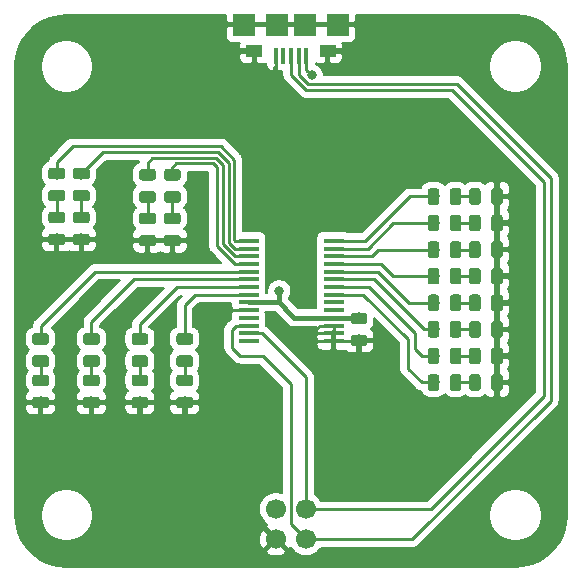
<source format=gtl>
G04 #@! TF.GenerationSoftware,KiCad,Pcbnew,(5.1.0)-1*
G04 #@! TF.CreationDate,2019-03-23T08:31:53+11:00*
G04 #@! TF.ProjectId,SAO101,53414f31-3031-42e6-9b69-6361645f7063,rev?*
G04 #@! TF.SameCoordinates,Original*
G04 #@! TF.FileFunction,Copper,L1,Top*
G04 #@! TF.FilePolarity,Positive*
%FSLAX46Y46*%
G04 Gerber Fmt 4.6, Leading zero omitted, Abs format (unit mm)*
G04 Created by KiCad (PCBNEW (5.1.0)-1) date 2019-03-23 08:31:53*
%MOMM*%
%LPD*%
G04 APERTURE LIST*
%ADD10C,0.100000*%
%ADD11C,0.975000*%
%ADD12R,1.900000X1.900000*%
%ADD13R,1.350000X1.000000*%
%ADD14R,0.400000X1.350000*%
%ADD15C,1.700000*%
%ADD16R,1.750000X0.450000*%
%ADD17C,0.800000*%
%ADD18C,0.600000*%
%ADD19C,0.250000*%
%ADD20C,0.400000*%
%ADD21C,0.200000*%
G04 APERTURE END LIST*
D10*
G36*
X133230142Y-87701174D02*
G01*
X133253803Y-87704684D01*
X133277007Y-87710496D01*
X133299529Y-87718554D01*
X133321153Y-87728782D01*
X133341670Y-87741079D01*
X133360883Y-87755329D01*
X133378607Y-87771393D01*
X133394671Y-87789117D01*
X133408921Y-87808330D01*
X133421218Y-87828847D01*
X133431446Y-87850471D01*
X133439504Y-87872993D01*
X133445316Y-87896197D01*
X133448826Y-87919858D01*
X133450000Y-87943750D01*
X133450000Y-88431250D01*
X133448826Y-88455142D01*
X133445316Y-88478803D01*
X133439504Y-88502007D01*
X133431446Y-88524529D01*
X133421218Y-88546153D01*
X133408921Y-88566670D01*
X133394671Y-88585883D01*
X133378607Y-88603607D01*
X133360883Y-88619671D01*
X133341670Y-88633921D01*
X133321153Y-88646218D01*
X133299529Y-88656446D01*
X133277007Y-88664504D01*
X133253803Y-88670316D01*
X133230142Y-88673826D01*
X133206250Y-88675000D01*
X132293750Y-88675000D01*
X132269858Y-88673826D01*
X132246197Y-88670316D01*
X132222993Y-88664504D01*
X132200471Y-88656446D01*
X132178847Y-88646218D01*
X132158330Y-88633921D01*
X132139117Y-88619671D01*
X132121393Y-88603607D01*
X132105329Y-88585883D01*
X132091079Y-88566670D01*
X132078782Y-88546153D01*
X132068554Y-88524529D01*
X132060496Y-88502007D01*
X132054684Y-88478803D01*
X132051174Y-88455142D01*
X132050000Y-88431250D01*
X132050000Y-87943750D01*
X132051174Y-87919858D01*
X132054684Y-87896197D01*
X132060496Y-87872993D01*
X132068554Y-87850471D01*
X132078782Y-87828847D01*
X132091079Y-87808330D01*
X132105329Y-87789117D01*
X132121393Y-87771393D01*
X132139117Y-87755329D01*
X132158330Y-87741079D01*
X132178847Y-87728782D01*
X132200471Y-87718554D01*
X132222993Y-87710496D01*
X132246197Y-87704684D01*
X132269858Y-87701174D01*
X132293750Y-87700000D01*
X133206250Y-87700000D01*
X133230142Y-87701174D01*
X133230142Y-87701174D01*
G37*
D11*
X132750000Y-88187500D03*
D10*
G36*
X133230142Y-85826174D02*
G01*
X133253803Y-85829684D01*
X133277007Y-85835496D01*
X133299529Y-85843554D01*
X133321153Y-85853782D01*
X133341670Y-85866079D01*
X133360883Y-85880329D01*
X133378607Y-85896393D01*
X133394671Y-85914117D01*
X133408921Y-85933330D01*
X133421218Y-85953847D01*
X133431446Y-85975471D01*
X133439504Y-85997993D01*
X133445316Y-86021197D01*
X133448826Y-86044858D01*
X133450000Y-86068750D01*
X133450000Y-86556250D01*
X133448826Y-86580142D01*
X133445316Y-86603803D01*
X133439504Y-86627007D01*
X133431446Y-86649529D01*
X133421218Y-86671153D01*
X133408921Y-86691670D01*
X133394671Y-86710883D01*
X133378607Y-86728607D01*
X133360883Y-86744671D01*
X133341670Y-86758921D01*
X133321153Y-86771218D01*
X133299529Y-86781446D01*
X133277007Y-86789504D01*
X133253803Y-86795316D01*
X133230142Y-86798826D01*
X133206250Y-86800000D01*
X132293750Y-86800000D01*
X132269858Y-86798826D01*
X132246197Y-86795316D01*
X132222993Y-86789504D01*
X132200471Y-86781446D01*
X132178847Y-86771218D01*
X132158330Y-86758921D01*
X132139117Y-86744671D01*
X132121393Y-86728607D01*
X132105329Y-86710883D01*
X132091079Y-86691670D01*
X132078782Y-86671153D01*
X132068554Y-86649529D01*
X132060496Y-86627007D01*
X132054684Y-86603803D01*
X132051174Y-86580142D01*
X132050000Y-86556250D01*
X132050000Y-86068750D01*
X132051174Y-86044858D01*
X132054684Y-86021197D01*
X132060496Y-85997993D01*
X132068554Y-85975471D01*
X132078782Y-85953847D01*
X132091079Y-85933330D01*
X132105329Y-85914117D01*
X132121393Y-85896393D01*
X132139117Y-85880329D01*
X132158330Y-85866079D01*
X132178847Y-85853782D01*
X132200471Y-85843554D01*
X132222993Y-85835496D01*
X132246197Y-85829684D01*
X132269858Y-85826174D01*
X132293750Y-85825000D01*
X133206250Y-85825000D01*
X133230142Y-85826174D01*
X133230142Y-85826174D01*
G37*
D11*
X132750000Y-86312500D03*
D10*
G36*
X107630142Y-77276174D02*
G01*
X107653803Y-77279684D01*
X107677007Y-77285496D01*
X107699529Y-77293554D01*
X107721153Y-77303782D01*
X107741670Y-77316079D01*
X107760883Y-77330329D01*
X107778607Y-77346393D01*
X107794671Y-77364117D01*
X107808921Y-77383330D01*
X107821218Y-77403847D01*
X107831446Y-77425471D01*
X107839504Y-77447993D01*
X107845316Y-77471197D01*
X107848826Y-77494858D01*
X107850000Y-77518750D01*
X107850000Y-78006250D01*
X107848826Y-78030142D01*
X107845316Y-78053803D01*
X107839504Y-78077007D01*
X107831446Y-78099529D01*
X107821218Y-78121153D01*
X107808921Y-78141670D01*
X107794671Y-78160883D01*
X107778607Y-78178607D01*
X107760883Y-78194671D01*
X107741670Y-78208921D01*
X107721153Y-78221218D01*
X107699529Y-78231446D01*
X107677007Y-78239504D01*
X107653803Y-78245316D01*
X107630142Y-78248826D01*
X107606250Y-78250000D01*
X106693750Y-78250000D01*
X106669858Y-78248826D01*
X106646197Y-78245316D01*
X106622993Y-78239504D01*
X106600471Y-78231446D01*
X106578847Y-78221218D01*
X106558330Y-78208921D01*
X106539117Y-78194671D01*
X106521393Y-78178607D01*
X106505329Y-78160883D01*
X106491079Y-78141670D01*
X106478782Y-78121153D01*
X106468554Y-78099529D01*
X106460496Y-78077007D01*
X106454684Y-78053803D01*
X106451174Y-78030142D01*
X106450000Y-78006250D01*
X106450000Y-77518750D01*
X106451174Y-77494858D01*
X106454684Y-77471197D01*
X106460496Y-77447993D01*
X106468554Y-77425471D01*
X106478782Y-77403847D01*
X106491079Y-77383330D01*
X106505329Y-77364117D01*
X106521393Y-77346393D01*
X106539117Y-77330329D01*
X106558330Y-77316079D01*
X106578847Y-77303782D01*
X106600471Y-77293554D01*
X106622993Y-77285496D01*
X106646197Y-77279684D01*
X106669858Y-77276174D01*
X106693750Y-77275000D01*
X107606250Y-77275000D01*
X107630142Y-77276174D01*
X107630142Y-77276174D01*
G37*
D11*
X107150000Y-77762500D03*
D10*
G36*
X107630142Y-79151174D02*
G01*
X107653803Y-79154684D01*
X107677007Y-79160496D01*
X107699529Y-79168554D01*
X107721153Y-79178782D01*
X107741670Y-79191079D01*
X107760883Y-79205329D01*
X107778607Y-79221393D01*
X107794671Y-79239117D01*
X107808921Y-79258330D01*
X107821218Y-79278847D01*
X107831446Y-79300471D01*
X107839504Y-79322993D01*
X107845316Y-79346197D01*
X107848826Y-79369858D01*
X107850000Y-79393750D01*
X107850000Y-79881250D01*
X107848826Y-79905142D01*
X107845316Y-79928803D01*
X107839504Y-79952007D01*
X107831446Y-79974529D01*
X107821218Y-79996153D01*
X107808921Y-80016670D01*
X107794671Y-80035883D01*
X107778607Y-80053607D01*
X107760883Y-80069671D01*
X107741670Y-80083921D01*
X107721153Y-80096218D01*
X107699529Y-80106446D01*
X107677007Y-80114504D01*
X107653803Y-80120316D01*
X107630142Y-80123826D01*
X107606250Y-80125000D01*
X106693750Y-80125000D01*
X106669858Y-80123826D01*
X106646197Y-80120316D01*
X106622993Y-80114504D01*
X106600471Y-80106446D01*
X106578847Y-80096218D01*
X106558330Y-80083921D01*
X106539117Y-80069671D01*
X106521393Y-80053607D01*
X106505329Y-80035883D01*
X106491079Y-80016670D01*
X106478782Y-79996153D01*
X106468554Y-79974529D01*
X106460496Y-79952007D01*
X106454684Y-79928803D01*
X106451174Y-79905142D01*
X106450000Y-79881250D01*
X106450000Y-79393750D01*
X106451174Y-79369858D01*
X106454684Y-79346197D01*
X106460496Y-79322993D01*
X106468554Y-79300471D01*
X106478782Y-79278847D01*
X106491079Y-79258330D01*
X106505329Y-79239117D01*
X106521393Y-79221393D01*
X106539117Y-79205329D01*
X106558330Y-79191079D01*
X106578847Y-79178782D01*
X106600471Y-79168554D01*
X106622993Y-79160496D01*
X106646197Y-79154684D01*
X106669858Y-79151174D01*
X106693750Y-79150000D01*
X107606250Y-79150000D01*
X107630142Y-79151174D01*
X107630142Y-79151174D01*
G37*
D11*
X107150000Y-79637500D03*
D10*
G36*
X109730142Y-79151174D02*
G01*
X109753803Y-79154684D01*
X109777007Y-79160496D01*
X109799529Y-79168554D01*
X109821153Y-79178782D01*
X109841670Y-79191079D01*
X109860883Y-79205329D01*
X109878607Y-79221393D01*
X109894671Y-79239117D01*
X109908921Y-79258330D01*
X109921218Y-79278847D01*
X109931446Y-79300471D01*
X109939504Y-79322993D01*
X109945316Y-79346197D01*
X109948826Y-79369858D01*
X109950000Y-79393750D01*
X109950000Y-79881250D01*
X109948826Y-79905142D01*
X109945316Y-79928803D01*
X109939504Y-79952007D01*
X109931446Y-79974529D01*
X109921218Y-79996153D01*
X109908921Y-80016670D01*
X109894671Y-80035883D01*
X109878607Y-80053607D01*
X109860883Y-80069671D01*
X109841670Y-80083921D01*
X109821153Y-80096218D01*
X109799529Y-80106446D01*
X109777007Y-80114504D01*
X109753803Y-80120316D01*
X109730142Y-80123826D01*
X109706250Y-80125000D01*
X108793750Y-80125000D01*
X108769858Y-80123826D01*
X108746197Y-80120316D01*
X108722993Y-80114504D01*
X108700471Y-80106446D01*
X108678847Y-80096218D01*
X108658330Y-80083921D01*
X108639117Y-80069671D01*
X108621393Y-80053607D01*
X108605329Y-80035883D01*
X108591079Y-80016670D01*
X108578782Y-79996153D01*
X108568554Y-79974529D01*
X108560496Y-79952007D01*
X108554684Y-79928803D01*
X108551174Y-79905142D01*
X108550000Y-79881250D01*
X108550000Y-79393750D01*
X108551174Y-79369858D01*
X108554684Y-79346197D01*
X108560496Y-79322993D01*
X108568554Y-79300471D01*
X108578782Y-79278847D01*
X108591079Y-79258330D01*
X108605329Y-79239117D01*
X108621393Y-79221393D01*
X108639117Y-79205329D01*
X108658330Y-79191079D01*
X108678847Y-79178782D01*
X108700471Y-79168554D01*
X108722993Y-79160496D01*
X108746197Y-79154684D01*
X108769858Y-79151174D01*
X108793750Y-79150000D01*
X109706250Y-79150000D01*
X109730142Y-79151174D01*
X109730142Y-79151174D01*
G37*
D11*
X109250000Y-79637500D03*
D10*
G36*
X109730142Y-77276174D02*
G01*
X109753803Y-77279684D01*
X109777007Y-77285496D01*
X109799529Y-77293554D01*
X109821153Y-77303782D01*
X109841670Y-77316079D01*
X109860883Y-77330329D01*
X109878607Y-77346393D01*
X109894671Y-77364117D01*
X109908921Y-77383330D01*
X109921218Y-77403847D01*
X109931446Y-77425471D01*
X109939504Y-77447993D01*
X109945316Y-77471197D01*
X109948826Y-77494858D01*
X109950000Y-77518750D01*
X109950000Y-78006250D01*
X109948826Y-78030142D01*
X109945316Y-78053803D01*
X109939504Y-78077007D01*
X109931446Y-78099529D01*
X109921218Y-78121153D01*
X109908921Y-78141670D01*
X109894671Y-78160883D01*
X109878607Y-78178607D01*
X109860883Y-78194671D01*
X109841670Y-78208921D01*
X109821153Y-78221218D01*
X109799529Y-78231446D01*
X109777007Y-78239504D01*
X109753803Y-78245316D01*
X109730142Y-78248826D01*
X109706250Y-78250000D01*
X108793750Y-78250000D01*
X108769858Y-78248826D01*
X108746197Y-78245316D01*
X108722993Y-78239504D01*
X108700471Y-78231446D01*
X108678847Y-78221218D01*
X108658330Y-78208921D01*
X108639117Y-78194671D01*
X108621393Y-78178607D01*
X108605329Y-78160883D01*
X108591079Y-78141670D01*
X108578782Y-78121153D01*
X108568554Y-78099529D01*
X108560496Y-78077007D01*
X108554684Y-78053803D01*
X108551174Y-78030142D01*
X108550000Y-78006250D01*
X108550000Y-77518750D01*
X108551174Y-77494858D01*
X108554684Y-77471197D01*
X108560496Y-77447993D01*
X108568554Y-77425471D01*
X108578782Y-77403847D01*
X108591079Y-77383330D01*
X108605329Y-77364117D01*
X108621393Y-77346393D01*
X108639117Y-77330329D01*
X108658330Y-77316079D01*
X108678847Y-77303782D01*
X108700471Y-77293554D01*
X108722993Y-77285496D01*
X108746197Y-77279684D01*
X108769858Y-77276174D01*
X108793750Y-77275000D01*
X109706250Y-77275000D01*
X109730142Y-77276174D01*
X109730142Y-77276174D01*
G37*
D11*
X109250000Y-77762500D03*
D10*
G36*
X115330142Y-77376174D02*
G01*
X115353803Y-77379684D01*
X115377007Y-77385496D01*
X115399529Y-77393554D01*
X115421153Y-77403782D01*
X115441670Y-77416079D01*
X115460883Y-77430329D01*
X115478607Y-77446393D01*
X115494671Y-77464117D01*
X115508921Y-77483330D01*
X115521218Y-77503847D01*
X115531446Y-77525471D01*
X115539504Y-77547993D01*
X115545316Y-77571197D01*
X115548826Y-77594858D01*
X115550000Y-77618750D01*
X115550000Y-78106250D01*
X115548826Y-78130142D01*
X115545316Y-78153803D01*
X115539504Y-78177007D01*
X115531446Y-78199529D01*
X115521218Y-78221153D01*
X115508921Y-78241670D01*
X115494671Y-78260883D01*
X115478607Y-78278607D01*
X115460883Y-78294671D01*
X115441670Y-78308921D01*
X115421153Y-78321218D01*
X115399529Y-78331446D01*
X115377007Y-78339504D01*
X115353803Y-78345316D01*
X115330142Y-78348826D01*
X115306250Y-78350000D01*
X114393750Y-78350000D01*
X114369858Y-78348826D01*
X114346197Y-78345316D01*
X114322993Y-78339504D01*
X114300471Y-78331446D01*
X114278847Y-78321218D01*
X114258330Y-78308921D01*
X114239117Y-78294671D01*
X114221393Y-78278607D01*
X114205329Y-78260883D01*
X114191079Y-78241670D01*
X114178782Y-78221153D01*
X114168554Y-78199529D01*
X114160496Y-78177007D01*
X114154684Y-78153803D01*
X114151174Y-78130142D01*
X114150000Y-78106250D01*
X114150000Y-77618750D01*
X114151174Y-77594858D01*
X114154684Y-77571197D01*
X114160496Y-77547993D01*
X114168554Y-77525471D01*
X114178782Y-77503847D01*
X114191079Y-77483330D01*
X114205329Y-77464117D01*
X114221393Y-77446393D01*
X114239117Y-77430329D01*
X114258330Y-77416079D01*
X114278847Y-77403782D01*
X114300471Y-77393554D01*
X114322993Y-77385496D01*
X114346197Y-77379684D01*
X114369858Y-77376174D01*
X114393750Y-77375000D01*
X115306250Y-77375000D01*
X115330142Y-77376174D01*
X115330142Y-77376174D01*
G37*
D11*
X114850000Y-77862500D03*
D10*
G36*
X115330142Y-79251174D02*
G01*
X115353803Y-79254684D01*
X115377007Y-79260496D01*
X115399529Y-79268554D01*
X115421153Y-79278782D01*
X115441670Y-79291079D01*
X115460883Y-79305329D01*
X115478607Y-79321393D01*
X115494671Y-79339117D01*
X115508921Y-79358330D01*
X115521218Y-79378847D01*
X115531446Y-79400471D01*
X115539504Y-79422993D01*
X115545316Y-79446197D01*
X115548826Y-79469858D01*
X115550000Y-79493750D01*
X115550000Y-79981250D01*
X115548826Y-80005142D01*
X115545316Y-80028803D01*
X115539504Y-80052007D01*
X115531446Y-80074529D01*
X115521218Y-80096153D01*
X115508921Y-80116670D01*
X115494671Y-80135883D01*
X115478607Y-80153607D01*
X115460883Y-80169671D01*
X115441670Y-80183921D01*
X115421153Y-80196218D01*
X115399529Y-80206446D01*
X115377007Y-80214504D01*
X115353803Y-80220316D01*
X115330142Y-80223826D01*
X115306250Y-80225000D01*
X114393750Y-80225000D01*
X114369858Y-80223826D01*
X114346197Y-80220316D01*
X114322993Y-80214504D01*
X114300471Y-80206446D01*
X114278847Y-80196218D01*
X114258330Y-80183921D01*
X114239117Y-80169671D01*
X114221393Y-80153607D01*
X114205329Y-80135883D01*
X114191079Y-80116670D01*
X114178782Y-80096153D01*
X114168554Y-80074529D01*
X114160496Y-80052007D01*
X114154684Y-80028803D01*
X114151174Y-80005142D01*
X114150000Y-79981250D01*
X114150000Y-79493750D01*
X114151174Y-79469858D01*
X114154684Y-79446197D01*
X114160496Y-79422993D01*
X114168554Y-79400471D01*
X114178782Y-79378847D01*
X114191079Y-79358330D01*
X114205329Y-79339117D01*
X114221393Y-79321393D01*
X114239117Y-79305329D01*
X114258330Y-79291079D01*
X114278847Y-79278782D01*
X114300471Y-79268554D01*
X114322993Y-79260496D01*
X114346197Y-79254684D01*
X114369858Y-79251174D01*
X114393750Y-79250000D01*
X115306250Y-79250000D01*
X115330142Y-79251174D01*
X115330142Y-79251174D01*
G37*
D11*
X114850000Y-79737500D03*
D10*
G36*
X117430142Y-79251174D02*
G01*
X117453803Y-79254684D01*
X117477007Y-79260496D01*
X117499529Y-79268554D01*
X117521153Y-79278782D01*
X117541670Y-79291079D01*
X117560883Y-79305329D01*
X117578607Y-79321393D01*
X117594671Y-79339117D01*
X117608921Y-79358330D01*
X117621218Y-79378847D01*
X117631446Y-79400471D01*
X117639504Y-79422993D01*
X117645316Y-79446197D01*
X117648826Y-79469858D01*
X117650000Y-79493750D01*
X117650000Y-79981250D01*
X117648826Y-80005142D01*
X117645316Y-80028803D01*
X117639504Y-80052007D01*
X117631446Y-80074529D01*
X117621218Y-80096153D01*
X117608921Y-80116670D01*
X117594671Y-80135883D01*
X117578607Y-80153607D01*
X117560883Y-80169671D01*
X117541670Y-80183921D01*
X117521153Y-80196218D01*
X117499529Y-80206446D01*
X117477007Y-80214504D01*
X117453803Y-80220316D01*
X117430142Y-80223826D01*
X117406250Y-80225000D01*
X116493750Y-80225000D01*
X116469858Y-80223826D01*
X116446197Y-80220316D01*
X116422993Y-80214504D01*
X116400471Y-80206446D01*
X116378847Y-80196218D01*
X116358330Y-80183921D01*
X116339117Y-80169671D01*
X116321393Y-80153607D01*
X116305329Y-80135883D01*
X116291079Y-80116670D01*
X116278782Y-80096153D01*
X116268554Y-80074529D01*
X116260496Y-80052007D01*
X116254684Y-80028803D01*
X116251174Y-80005142D01*
X116250000Y-79981250D01*
X116250000Y-79493750D01*
X116251174Y-79469858D01*
X116254684Y-79446197D01*
X116260496Y-79422993D01*
X116268554Y-79400471D01*
X116278782Y-79378847D01*
X116291079Y-79358330D01*
X116305329Y-79339117D01*
X116321393Y-79321393D01*
X116339117Y-79305329D01*
X116358330Y-79291079D01*
X116378847Y-79278782D01*
X116400471Y-79268554D01*
X116422993Y-79260496D01*
X116446197Y-79254684D01*
X116469858Y-79251174D01*
X116493750Y-79250000D01*
X117406250Y-79250000D01*
X117430142Y-79251174D01*
X117430142Y-79251174D01*
G37*
D11*
X116950000Y-79737500D03*
D10*
G36*
X117430142Y-77376174D02*
G01*
X117453803Y-77379684D01*
X117477007Y-77385496D01*
X117499529Y-77393554D01*
X117521153Y-77403782D01*
X117541670Y-77416079D01*
X117560883Y-77430329D01*
X117578607Y-77446393D01*
X117594671Y-77464117D01*
X117608921Y-77483330D01*
X117621218Y-77503847D01*
X117631446Y-77525471D01*
X117639504Y-77547993D01*
X117645316Y-77571197D01*
X117648826Y-77594858D01*
X117650000Y-77618750D01*
X117650000Y-78106250D01*
X117648826Y-78130142D01*
X117645316Y-78153803D01*
X117639504Y-78177007D01*
X117631446Y-78199529D01*
X117621218Y-78221153D01*
X117608921Y-78241670D01*
X117594671Y-78260883D01*
X117578607Y-78278607D01*
X117560883Y-78294671D01*
X117541670Y-78308921D01*
X117521153Y-78321218D01*
X117499529Y-78331446D01*
X117477007Y-78339504D01*
X117453803Y-78345316D01*
X117430142Y-78348826D01*
X117406250Y-78350000D01*
X116493750Y-78350000D01*
X116469858Y-78348826D01*
X116446197Y-78345316D01*
X116422993Y-78339504D01*
X116400471Y-78331446D01*
X116378847Y-78321218D01*
X116358330Y-78308921D01*
X116339117Y-78294671D01*
X116321393Y-78278607D01*
X116305329Y-78260883D01*
X116291079Y-78241670D01*
X116278782Y-78221153D01*
X116268554Y-78199529D01*
X116260496Y-78177007D01*
X116254684Y-78153803D01*
X116251174Y-78130142D01*
X116250000Y-78106250D01*
X116250000Y-77618750D01*
X116251174Y-77594858D01*
X116254684Y-77571197D01*
X116260496Y-77547993D01*
X116268554Y-77525471D01*
X116278782Y-77503847D01*
X116291079Y-77483330D01*
X116305329Y-77464117D01*
X116321393Y-77446393D01*
X116339117Y-77430329D01*
X116358330Y-77416079D01*
X116378847Y-77403782D01*
X116400471Y-77393554D01*
X116422993Y-77385496D01*
X116446197Y-77379684D01*
X116469858Y-77376174D01*
X116493750Y-77375000D01*
X117406250Y-77375000D01*
X117430142Y-77376174D01*
X117430142Y-77376174D01*
G37*
D11*
X116950000Y-77862500D03*
D10*
G36*
X106280142Y-91076174D02*
G01*
X106303803Y-91079684D01*
X106327007Y-91085496D01*
X106349529Y-91093554D01*
X106371153Y-91103782D01*
X106391670Y-91116079D01*
X106410883Y-91130329D01*
X106428607Y-91146393D01*
X106444671Y-91164117D01*
X106458921Y-91183330D01*
X106471218Y-91203847D01*
X106481446Y-91225471D01*
X106489504Y-91247993D01*
X106495316Y-91271197D01*
X106498826Y-91294858D01*
X106500000Y-91318750D01*
X106500000Y-91806250D01*
X106498826Y-91830142D01*
X106495316Y-91853803D01*
X106489504Y-91877007D01*
X106481446Y-91899529D01*
X106471218Y-91921153D01*
X106458921Y-91941670D01*
X106444671Y-91960883D01*
X106428607Y-91978607D01*
X106410883Y-91994671D01*
X106391670Y-92008921D01*
X106371153Y-92021218D01*
X106349529Y-92031446D01*
X106327007Y-92039504D01*
X106303803Y-92045316D01*
X106280142Y-92048826D01*
X106256250Y-92050000D01*
X105343750Y-92050000D01*
X105319858Y-92048826D01*
X105296197Y-92045316D01*
X105272993Y-92039504D01*
X105250471Y-92031446D01*
X105228847Y-92021218D01*
X105208330Y-92008921D01*
X105189117Y-91994671D01*
X105171393Y-91978607D01*
X105155329Y-91960883D01*
X105141079Y-91941670D01*
X105128782Y-91921153D01*
X105118554Y-91899529D01*
X105110496Y-91877007D01*
X105104684Y-91853803D01*
X105101174Y-91830142D01*
X105100000Y-91806250D01*
X105100000Y-91318750D01*
X105101174Y-91294858D01*
X105104684Y-91271197D01*
X105110496Y-91247993D01*
X105118554Y-91225471D01*
X105128782Y-91203847D01*
X105141079Y-91183330D01*
X105155329Y-91164117D01*
X105171393Y-91146393D01*
X105189117Y-91130329D01*
X105208330Y-91116079D01*
X105228847Y-91103782D01*
X105250471Y-91093554D01*
X105272993Y-91085496D01*
X105296197Y-91079684D01*
X105319858Y-91076174D01*
X105343750Y-91075000D01*
X106256250Y-91075000D01*
X106280142Y-91076174D01*
X106280142Y-91076174D01*
G37*
D11*
X105800000Y-91562500D03*
D10*
G36*
X106280142Y-92951174D02*
G01*
X106303803Y-92954684D01*
X106327007Y-92960496D01*
X106349529Y-92968554D01*
X106371153Y-92978782D01*
X106391670Y-92991079D01*
X106410883Y-93005329D01*
X106428607Y-93021393D01*
X106444671Y-93039117D01*
X106458921Y-93058330D01*
X106471218Y-93078847D01*
X106481446Y-93100471D01*
X106489504Y-93122993D01*
X106495316Y-93146197D01*
X106498826Y-93169858D01*
X106500000Y-93193750D01*
X106500000Y-93681250D01*
X106498826Y-93705142D01*
X106495316Y-93728803D01*
X106489504Y-93752007D01*
X106481446Y-93774529D01*
X106471218Y-93796153D01*
X106458921Y-93816670D01*
X106444671Y-93835883D01*
X106428607Y-93853607D01*
X106410883Y-93869671D01*
X106391670Y-93883921D01*
X106371153Y-93896218D01*
X106349529Y-93906446D01*
X106327007Y-93914504D01*
X106303803Y-93920316D01*
X106280142Y-93923826D01*
X106256250Y-93925000D01*
X105343750Y-93925000D01*
X105319858Y-93923826D01*
X105296197Y-93920316D01*
X105272993Y-93914504D01*
X105250471Y-93906446D01*
X105228847Y-93896218D01*
X105208330Y-93883921D01*
X105189117Y-93869671D01*
X105171393Y-93853607D01*
X105155329Y-93835883D01*
X105141079Y-93816670D01*
X105128782Y-93796153D01*
X105118554Y-93774529D01*
X105110496Y-93752007D01*
X105104684Y-93728803D01*
X105101174Y-93705142D01*
X105100000Y-93681250D01*
X105100000Y-93193750D01*
X105101174Y-93169858D01*
X105104684Y-93146197D01*
X105110496Y-93122993D01*
X105118554Y-93100471D01*
X105128782Y-93078847D01*
X105141079Y-93058330D01*
X105155329Y-93039117D01*
X105171393Y-93021393D01*
X105189117Y-93005329D01*
X105208330Y-92991079D01*
X105228847Y-92978782D01*
X105250471Y-92968554D01*
X105272993Y-92960496D01*
X105296197Y-92954684D01*
X105319858Y-92951174D01*
X105343750Y-92950000D01*
X106256250Y-92950000D01*
X106280142Y-92951174D01*
X106280142Y-92951174D01*
G37*
D11*
X105800000Y-93437500D03*
D10*
G36*
X110580142Y-92951174D02*
G01*
X110603803Y-92954684D01*
X110627007Y-92960496D01*
X110649529Y-92968554D01*
X110671153Y-92978782D01*
X110691670Y-92991079D01*
X110710883Y-93005329D01*
X110728607Y-93021393D01*
X110744671Y-93039117D01*
X110758921Y-93058330D01*
X110771218Y-93078847D01*
X110781446Y-93100471D01*
X110789504Y-93122993D01*
X110795316Y-93146197D01*
X110798826Y-93169858D01*
X110800000Y-93193750D01*
X110800000Y-93681250D01*
X110798826Y-93705142D01*
X110795316Y-93728803D01*
X110789504Y-93752007D01*
X110781446Y-93774529D01*
X110771218Y-93796153D01*
X110758921Y-93816670D01*
X110744671Y-93835883D01*
X110728607Y-93853607D01*
X110710883Y-93869671D01*
X110691670Y-93883921D01*
X110671153Y-93896218D01*
X110649529Y-93906446D01*
X110627007Y-93914504D01*
X110603803Y-93920316D01*
X110580142Y-93923826D01*
X110556250Y-93925000D01*
X109643750Y-93925000D01*
X109619858Y-93923826D01*
X109596197Y-93920316D01*
X109572993Y-93914504D01*
X109550471Y-93906446D01*
X109528847Y-93896218D01*
X109508330Y-93883921D01*
X109489117Y-93869671D01*
X109471393Y-93853607D01*
X109455329Y-93835883D01*
X109441079Y-93816670D01*
X109428782Y-93796153D01*
X109418554Y-93774529D01*
X109410496Y-93752007D01*
X109404684Y-93728803D01*
X109401174Y-93705142D01*
X109400000Y-93681250D01*
X109400000Y-93193750D01*
X109401174Y-93169858D01*
X109404684Y-93146197D01*
X109410496Y-93122993D01*
X109418554Y-93100471D01*
X109428782Y-93078847D01*
X109441079Y-93058330D01*
X109455329Y-93039117D01*
X109471393Y-93021393D01*
X109489117Y-93005329D01*
X109508330Y-92991079D01*
X109528847Y-92978782D01*
X109550471Y-92968554D01*
X109572993Y-92960496D01*
X109596197Y-92954684D01*
X109619858Y-92951174D01*
X109643750Y-92950000D01*
X110556250Y-92950000D01*
X110580142Y-92951174D01*
X110580142Y-92951174D01*
G37*
D11*
X110100000Y-93437500D03*
D10*
G36*
X110580142Y-91076174D02*
G01*
X110603803Y-91079684D01*
X110627007Y-91085496D01*
X110649529Y-91093554D01*
X110671153Y-91103782D01*
X110691670Y-91116079D01*
X110710883Y-91130329D01*
X110728607Y-91146393D01*
X110744671Y-91164117D01*
X110758921Y-91183330D01*
X110771218Y-91203847D01*
X110781446Y-91225471D01*
X110789504Y-91247993D01*
X110795316Y-91271197D01*
X110798826Y-91294858D01*
X110800000Y-91318750D01*
X110800000Y-91806250D01*
X110798826Y-91830142D01*
X110795316Y-91853803D01*
X110789504Y-91877007D01*
X110781446Y-91899529D01*
X110771218Y-91921153D01*
X110758921Y-91941670D01*
X110744671Y-91960883D01*
X110728607Y-91978607D01*
X110710883Y-91994671D01*
X110691670Y-92008921D01*
X110671153Y-92021218D01*
X110649529Y-92031446D01*
X110627007Y-92039504D01*
X110603803Y-92045316D01*
X110580142Y-92048826D01*
X110556250Y-92050000D01*
X109643750Y-92050000D01*
X109619858Y-92048826D01*
X109596197Y-92045316D01*
X109572993Y-92039504D01*
X109550471Y-92031446D01*
X109528847Y-92021218D01*
X109508330Y-92008921D01*
X109489117Y-91994671D01*
X109471393Y-91978607D01*
X109455329Y-91960883D01*
X109441079Y-91941670D01*
X109428782Y-91921153D01*
X109418554Y-91899529D01*
X109410496Y-91877007D01*
X109404684Y-91853803D01*
X109401174Y-91830142D01*
X109400000Y-91806250D01*
X109400000Y-91318750D01*
X109401174Y-91294858D01*
X109404684Y-91271197D01*
X109410496Y-91247993D01*
X109418554Y-91225471D01*
X109428782Y-91203847D01*
X109441079Y-91183330D01*
X109455329Y-91164117D01*
X109471393Y-91146393D01*
X109489117Y-91130329D01*
X109508330Y-91116079D01*
X109528847Y-91103782D01*
X109550471Y-91093554D01*
X109572993Y-91085496D01*
X109596197Y-91079684D01*
X109619858Y-91076174D01*
X109643750Y-91075000D01*
X110556250Y-91075000D01*
X110580142Y-91076174D01*
X110580142Y-91076174D01*
G37*
D11*
X110100000Y-91562500D03*
D10*
G36*
X114680142Y-91076174D02*
G01*
X114703803Y-91079684D01*
X114727007Y-91085496D01*
X114749529Y-91093554D01*
X114771153Y-91103782D01*
X114791670Y-91116079D01*
X114810883Y-91130329D01*
X114828607Y-91146393D01*
X114844671Y-91164117D01*
X114858921Y-91183330D01*
X114871218Y-91203847D01*
X114881446Y-91225471D01*
X114889504Y-91247993D01*
X114895316Y-91271197D01*
X114898826Y-91294858D01*
X114900000Y-91318750D01*
X114900000Y-91806250D01*
X114898826Y-91830142D01*
X114895316Y-91853803D01*
X114889504Y-91877007D01*
X114881446Y-91899529D01*
X114871218Y-91921153D01*
X114858921Y-91941670D01*
X114844671Y-91960883D01*
X114828607Y-91978607D01*
X114810883Y-91994671D01*
X114791670Y-92008921D01*
X114771153Y-92021218D01*
X114749529Y-92031446D01*
X114727007Y-92039504D01*
X114703803Y-92045316D01*
X114680142Y-92048826D01*
X114656250Y-92050000D01*
X113743750Y-92050000D01*
X113719858Y-92048826D01*
X113696197Y-92045316D01*
X113672993Y-92039504D01*
X113650471Y-92031446D01*
X113628847Y-92021218D01*
X113608330Y-92008921D01*
X113589117Y-91994671D01*
X113571393Y-91978607D01*
X113555329Y-91960883D01*
X113541079Y-91941670D01*
X113528782Y-91921153D01*
X113518554Y-91899529D01*
X113510496Y-91877007D01*
X113504684Y-91853803D01*
X113501174Y-91830142D01*
X113500000Y-91806250D01*
X113500000Y-91318750D01*
X113501174Y-91294858D01*
X113504684Y-91271197D01*
X113510496Y-91247993D01*
X113518554Y-91225471D01*
X113528782Y-91203847D01*
X113541079Y-91183330D01*
X113555329Y-91164117D01*
X113571393Y-91146393D01*
X113589117Y-91130329D01*
X113608330Y-91116079D01*
X113628847Y-91103782D01*
X113650471Y-91093554D01*
X113672993Y-91085496D01*
X113696197Y-91079684D01*
X113719858Y-91076174D01*
X113743750Y-91075000D01*
X114656250Y-91075000D01*
X114680142Y-91076174D01*
X114680142Y-91076174D01*
G37*
D11*
X114200000Y-91562500D03*
D10*
G36*
X114680142Y-92951174D02*
G01*
X114703803Y-92954684D01*
X114727007Y-92960496D01*
X114749529Y-92968554D01*
X114771153Y-92978782D01*
X114791670Y-92991079D01*
X114810883Y-93005329D01*
X114828607Y-93021393D01*
X114844671Y-93039117D01*
X114858921Y-93058330D01*
X114871218Y-93078847D01*
X114881446Y-93100471D01*
X114889504Y-93122993D01*
X114895316Y-93146197D01*
X114898826Y-93169858D01*
X114900000Y-93193750D01*
X114900000Y-93681250D01*
X114898826Y-93705142D01*
X114895316Y-93728803D01*
X114889504Y-93752007D01*
X114881446Y-93774529D01*
X114871218Y-93796153D01*
X114858921Y-93816670D01*
X114844671Y-93835883D01*
X114828607Y-93853607D01*
X114810883Y-93869671D01*
X114791670Y-93883921D01*
X114771153Y-93896218D01*
X114749529Y-93906446D01*
X114727007Y-93914504D01*
X114703803Y-93920316D01*
X114680142Y-93923826D01*
X114656250Y-93925000D01*
X113743750Y-93925000D01*
X113719858Y-93923826D01*
X113696197Y-93920316D01*
X113672993Y-93914504D01*
X113650471Y-93906446D01*
X113628847Y-93896218D01*
X113608330Y-93883921D01*
X113589117Y-93869671D01*
X113571393Y-93853607D01*
X113555329Y-93835883D01*
X113541079Y-93816670D01*
X113528782Y-93796153D01*
X113518554Y-93774529D01*
X113510496Y-93752007D01*
X113504684Y-93728803D01*
X113501174Y-93705142D01*
X113500000Y-93681250D01*
X113500000Y-93193750D01*
X113501174Y-93169858D01*
X113504684Y-93146197D01*
X113510496Y-93122993D01*
X113518554Y-93100471D01*
X113528782Y-93078847D01*
X113541079Y-93058330D01*
X113555329Y-93039117D01*
X113571393Y-93021393D01*
X113589117Y-93005329D01*
X113608330Y-92991079D01*
X113628847Y-92978782D01*
X113650471Y-92968554D01*
X113672993Y-92960496D01*
X113696197Y-92954684D01*
X113719858Y-92951174D01*
X113743750Y-92950000D01*
X114656250Y-92950000D01*
X114680142Y-92951174D01*
X114680142Y-92951174D01*
G37*
D11*
X114200000Y-93437500D03*
D10*
G36*
X118480142Y-92951174D02*
G01*
X118503803Y-92954684D01*
X118527007Y-92960496D01*
X118549529Y-92968554D01*
X118571153Y-92978782D01*
X118591670Y-92991079D01*
X118610883Y-93005329D01*
X118628607Y-93021393D01*
X118644671Y-93039117D01*
X118658921Y-93058330D01*
X118671218Y-93078847D01*
X118681446Y-93100471D01*
X118689504Y-93122993D01*
X118695316Y-93146197D01*
X118698826Y-93169858D01*
X118700000Y-93193750D01*
X118700000Y-93681250D01*
X118698826Y-93705142D01*
X118695316Y-93728803D01*
X118689504Y-93752007D01*
X118681446Y-93774529D01*
X118671218Y-93796153D01*
X118658921Y-93816670D01*
X118644671Y-93835883D01*
X118628607Y-93853607D01*
X118610883Y-93869671D01*
X118591670Y-93883921D01*
X118571153Y-93896218D01*
X118549529Y-93906446D01*
X118527007Y-93914504D01*
X118503803Y-93920316D01*
X118480142Y-93923826D01*
X118456250Y-93925000D01*
X117543750Y-93925000D01*
X117519858Y-93923826D01*
X117496197Y-93920316D01*
X117472993Y-93914504D01*
X117450471Y-93906446D01*
X117428847Y-93896218D01*
X117408330Y-93883921D01*
X117389117Y-93869671D01*
X117371393Y-93853607D01*
X117355329Y-93835883D01*
X117341079Y-93816670D01*
X117328782Y-93796153D01*
X117318554Y-93774529D01*
X117310496Y-93752007D01*
X117304684Y-93728803D01*
X117301174Y-93705142D01*
X117300000Y-93681250D01*
X117300000Y-93193750D01*
X117301174Y-93169858D01*
X117304684Y-93146197D01*
X117310496Y-93122993D01*
X117318554Y-93100471D01*
X117328782Y-93078847D01*
X117341079Y-93058330D01*
X117355329Y-93039117D01*
X117371393Y-93021393D01*
X117389117Y-93005329D01*
X117408330Y-92991079D01*
X117428847Y-92978782D01*
X117450471Y-92968554D01*
X117472993Y-92960496D01*
X117496197Y-92954684D01*
X117519858Y-92951174D01*
X117543750Y-92950000D01*
X118456250Y-92950000D01*
X118480142Y-92951174D01*
X118480142Y-92951174D01*
G37*
D11*
X118000000Y-93437500D03*
D10*
G36*
X118480142Y-91076174D02*
G01*
X118503803Y-91079684D01*
X118527007Y-91085496D01*
X118549529Y-91093554D01*
X118571153Y-91103782D01*
X118591670Y-91116079D01*
X118610883Y-91130329D01*
X118628607Y-91146393D01*
X118644671Y-91164117D01*
X118658921Y-91183330D01*
X118671218Y-91203847D01*
X118681446Y-91225471D01*
X118689504Y-91247993D01*
X118695316Y-91271197D01*
X118698826Y-91294858D01*
X118700000Y-91318750D01*
X118700000Y-91806250D01*
X118698826Y-91830142D01*
X118695316Y-91853803D01*
X118689504Y-91877007D01*
X118681446Y-91899529D01*
X118671218Y-91921153D01*
X118658921Y-91941670D01*
X118644671Y-91960883D01*
X118628607Y-91978607D01*
X118610883Y-91994671D01*
X118591670Y-92008921D01*
X118571153Y-92021218D01*
X118549529Y-92031446D01*
X118527007Y-92039504D01*
X118503803Y-92045316D01*
X118480142Y-92048826D01*
X118456250Y-92050000D01*
X117543750Y-92050000D01*
X117519858Y-92048826D01*
X117496197Y-92045316D01*
X117472993Y-92039504D01*
X117450471Y-92031446D01*
X117428847Y-92021218D01*
X117408330Y-92008921D01*
X117389117Y-91994671D01*
X117371393Y-91978607D01*
X117355329Y-91960883D01*
X117341079Y-91941670D01*
X117328782Y-91921153D01*
X117318554Y-91899529D01*
X117310496Y-91877007D01*
X117304684Y-91853803D01*
X117301174Y-91830142D01*
X117300000Y-91806250D01*
X117300000Y-91318750D01*
X117301174Y-91294858D01*
X117304684Y-91271197D01*
X117310496Y-91247993D01*
X117318554Y-91225471D01*
X117328782Y-91203847D01*
X117341079Y-91183330D01*
X117355329Y-91164117D01*
X117371393Y-91146393D01*
X117389117Y-91130329D01*
X117408330Y-91116079D01*
X117428847Y-91103782D01*
X117450471Y-91093554D01*
X117472993Y-91085496D01*
X117496197Y-91079684D01*
X117519858Y-91076174D01*
X117543750Y-91075000D01*
X118456250Y-91075000D01*
X118480142Y-91076174D01*
X118480142Y-91076174D01*
G37*
D11*
X118000000Y-91562500D03*
D10*
G36*
X142830142Y-91051174D02*
G01*
X142853803Y-91054684D01*
X142877007Y-91060496D01*
X142899529Y-91068554D01*
X142921153Y-91078782D01*
X142941670Y-91091079D01*
X142960883Y-91105329D01*
X142978607Y-91121393D01*
X142994671Y-91139117D01*
X143008921Y-91158330D01*
X143021218Y-91178847D01*
X143031446Y-91200471D01*
X143039504Y-91222993D01*
X143045316Y-91246197D01*
X143048826Y-91269858D01*
X143050000Y-91293750D01*
X143050000Y-92206250D01*
X143048826Y-92230142D01*
X143045316Y-92253803D01*
X143039504Y-92277007D01*
X143031446Y-92299529D01*
X143021218Y-92321153D01*
X143008921Y-92341670D01*
X142994671Y-92360883D01*
X142978607Y-92378607D01*
X142960883Y-92394671D01*
X142941670Y-92408921D01*
X142921153Y-92421218D01*
X142899529Y-92431446D01*
X142877007Y-92439504D01*
X142853803Y-92445316D01*
X142830142Y-92448826D01*
X142806250Y-92450000D01*
X142318750Y-92450000D01*
X142294858Y-92448826D01*
X142271197Y-92445316D01*
X142247993Y-92439504D01*
X142225471Y-92431446D01*
X142203847Y-92421218D01*
X142183330Y-92408921D01*
X142164117Y-92394671D01*
X142146393Y-92378607D01*
X142130329Y-92360883D01*
X142116079Y-92341670D01*
X142103782Y-92321153D01*
X142093554Y-92299529D01*
X142085496Y-92277007D01*
X142079684Y-92253803D01*
X142076174Y-92230142D01*
X142075000Y-92206250D01*
X142075000Y-91293750D01*
X142076174Y-91269858D01*
X142079684Y-91246197D01*
X142085496Y-91222993D01*
X142093554Y-91200471D01*
X142103782Y-91178847D01*
X142116079Y-91158330D01*
X142130329Y-91139117D01*
X142146393Y-91121393D01*
X142164117Y-91105329D01*
X142183330Y-91091079D01*
X142203847Y-91078782D01*
X142225471Y-91068554D01*
X142247993Y-91060496D01*
X142271197Y-91054684D01*
X142294858Y-91051174D01*
X142318750Y-91050000D01*
X142806250Y-91050000D01*
X142830142Y-91051174D01*
X142830142Y-91051174D01*
G37*
D11*
X142562500Y-91750000D03*
D10*
G36*
X144705142Y-91051174D02*
G01*
X144728803Y-91054684D01*
X144752007Y-91060496D01*
X144774529Y-91068554D01*
X144796153Y-91078782D01*
X144816670Y-91091079D01*
X144835883Y-91105329D01*
X144853607Y-91121393D01*
X144869671Y-91139117D01*
X144883921Y-91158330D01*
X144896218Y-91178847D01*
X144906446Y-91200471D01*
X144914504Y-91222993D01*
X144920316Y-91246197D01*
X144923826Y-91269858D01*
X144925000Y-91293750D01*
X144925000Y-92206250D01*
X144923826Y-92230142D01*
X144920316Y-92253803D01*
X144914504Y-92277007D01*
X144906446Y-92299529D01*
X144896218Y-92321153D01*
X144883921Y-92341670D01*
X144869671Y-92360883D01*
X144853607Y-92378607D01*
X144835883Y-92394671D01*
X144816670Y-92408921D01*
X144796153Y-92421218D01*
X144774529Y-92431446D01*
X144752007Y-92439504D01*
X144728803Y-92445316D01*
X144705142Y-92448826D01*
X144681250Y-92450000D01*
X144193750Y-92450000D01*
X144169858Y-92448826D01*
X144146197Y-92445316D01*
X144122993Y-92439504D01*
X144100471Y-92431446D01*
X144078847Y-92421218D01*
X144058330Y-92408921D01*
X144039117Y-92394671D01*
X144021393Y-92378607D01*
X144005329Y-92360883D01*
X143991079Y-92341670D01*
X143978782Y-92321153D01*
X143968554Y-92299529D01*
X143960496Y-92277007D01*
X143954684Y-92253803D01*
X143951174Y-92230142D01*
X143950000Y-92206250D01*
X143950000Y-91293750D01*
X143951174Y-91269858D01*
X143954684Y-91246197D01*
X143960496Y-91222993D01*
X143968554Y-91200471D01*
X143978782Y-91178847D01*
X143991079Y-91158330D01*
X144005329Y-91139117D01*
X144021393Y-91121393D01*
X144039117Y-91105329D01*
X144058330Y-91091079D01*
X144078847Y-91078782D01*
X144100471Y-91068554D01*
X144122993Y-91060496D01*
X144146197Y-91054684D01*
X144169858Y-91051174D01*
X144193750Y-91050000D01*
X144681250Y-91050000D01*
X144705142Y-91051174D01*
X144705142Y-91051174D01*
G37*
D11*
X144437500Y-91750000D03*
D10*
G36*
X144705142Y-88801174D02*
G01*
X144728803Y-88804684D01*
X144752007Y-88810496D01*
X144774529Y-88818554D01*
X144796153Y-88828782D01*
X144816670Y-88841079D01*
X144835883Y-88855329D01*
X144853607Y-88871393D01*
X144869671Y-88889117D01*
X144883921Y-88908330D01*
X144896218Y-88928847D01*
X144906446Y-88950471D01*
X144914504Y-88972993D01*
X144920316Y-88996197D01*
X144923826Y-89019858D01*
X144925000Y-89043750D01*
X144925000Y-89956250D01*
X144923826Y-89980142D01*
X144920316Y-90003803D01*
X144914504Y-90027007D01*
X144906446Y-90049529D01*
X144896218Y-90071153D01*
X144883921Y-90091670D01*
X144869671Y-90110883D01*
X144853607Y-90128607D01*
X144835883Y-90144671D01*
X144816670Y-90158921D01*
X144796153Y-90171218D01*
X144774529Y-90181446D01*
X144752007Y-90189504D01*
X144728803Y-90195316D01*
X144705142Y-90198826D01*
X144681250Y-90200000D01*
X144193750Y-90200000D01*
X144169858Y-90198826D01*
X144146197Y-90195316D01*
X144122993Y-90189504D01*
X144100471Y-90181446D01*
X144078847Y-90171218D01*
X144058330Y-90158921D01*
X144039117Y-90144671D01*
X144021393Y-90128607D01*
X144005329Y-90110883D01*
X143991079Y-90091670D01*
X143978782Y-90071153D01*
X143968554Y-90049529D01*
X143960496Y-90027007D01*
X143954684Y-90003803D01*
X143951174Y-89980142D01*
X143950000Y-89956250D01*
X143950000Y-89043750D01*
X143951174Y-89019858D01*
X143954684Y-88996197D01*
X143960496Y-88972993D01*
X143968554Y-88950471D01*
X143978782Y-88928847D01*
X143991079Y-88908330D01*
X144005329Y-88889117D01*
X144021393Y-88871393D01*
X144039117Y-88855329D01*
X144058330Y-88841079D01*
X144078847Y-88828782D01*
X144100471Y-88818554D01*
X144122993Y-88810496D01*
X144146197Y-88804684D01*
X144169858Y-88801174D01*
X144193750Y-88800000D01*
X144681250Y-88800000D01*
X144705142Y-88801174D01*
X144705142Y-88801174D01*
G37*
D11*
X144437500Y-89500000D03*
D10*
G36*
X142830142Y-88801174D02*
G01*
X142853803Y-88804684D01*
X142877007Y-88810496D01*
X142899529Y-88818554D01*
X142921153Y-88828782D01*
X142941670Y-88841079D01*
X142960883Y-88855329D01*
X142978607Y-88871393D01*
X142994671Y-88889117D01*
X143008921Y-88908330D01*
X143021218Y-88928847D01*
X143031446Y-88950471D01*
X143039504Y-88972993D01*
X143045316Y-88996197D01*
X143048826Y-89019858D01*
X143050000Y-89043750D01*
X143050000Y-89956250D01*
X143048826Y-89980142D01*
X143045316Y-90003803D01*
X143039504Y-90027007D01*
X143031446Y-90049529D01*
X143021218Y-90071153D01*
X143008921Y-90091670D01*
X142994671Y-90110883D01*
X142978607Y-90128607D01*
X142960883Y-90144671D01*
X142941670Y-90158921D01*
X142921153Y-90171218D01*
X142899529Y-90181446D01*
X142877007Y-90189504D01*
X142853803Y-90195316D01*
X142830142Y-90198826D01*
X142806250Y-90200000D01*
X142318750Y-90200000D01*
X142294858Y-90198826D01*
X142271197Y-90195316D01*
X142247993Y-90189504D01*
X142225471Y-90181446D01*
X142203847Y-90171218D01*
X142183330Y-90158921D01*
X142164117Y-90144671D01*
X142146393Y-90128607D01*
X142130329Y-90110883D01*
X142116079Y-90091670D01*
X142103782Y-90071153D01*
X142093554Y-90049529D01*
X142085496Y-90027007D01*
X142079684Y-90003803D01*
X142076174Y-89980142D01*
X142075000Y-89956250D01*
X142075000Y-89043750D01*
X142076174Y-89019858D01*
X142079684Y-88996197D01*
X142085496Y-88972993D01*
X142093554Y-88950471D01*
X142103782Y-88928847D01*
X142116079Y-88908330D01*
X142130329Y-88889117D01*
X142146393Y-88871393D01*
X142164117Y-88855329D01*
X142183330Y-88841079D01*
X142203847Y-88828782D01*
X142225471Y-88818554D01*
X142247993Y-88810496D01*
X142271197Y-88804684D01*
X142294858Y-88801174D01*
X142318750Y-88800000D01*
X142806250Y-88800000D01*
X142830142Y-88801174D01*
X142830142Y-88801174D01*
G37*
D11*
X142562500Y-89500000D03*
D10*
G36*
X142830142Y-86551174D02*
G01*
X142853803Y-86554684D01*
X142877007Y-86560496D01*
X142899529Y-86568554D01*
X142921153Y-86578782D01*
X142941670Y-86591079D01*
X142960883Y-86605329D01*
X142978607Y-86621393D01*
X142994671Y-86639117D01*
X143008921Y-86658330D01*
X143021218Y-86678847D01*
X143031446Y-86700471D01*
X143039504Y-86722993D01*
X143045316Y-86746197D01*
X143048826Y-86769858D01*
X143050000Y-86793750D01*
X143050000Y-87706250D01*
X143048826Y-87730142D01*
X143045316Y-87753803D01*
X143039504Y-87777007D01*
X143031446Y-87799529D01*
X143021218Y-87821153D01*
X143008921Y-87841670D01*
X142994671Y-87860883D01*
X142978607Y-87878607D01*
X142960883Y-87894671D01*
X142941670Y-87908921D01*
X142921153Y-87921218D01*
X142899529Y-87931446D01*
X142877007Y-87939504D01*
X142853803Y-87945316D01*
X142830142Y-87948826D01*
X142806250Y-87950000D01*
X142318750Y-87950000D01*
X142294858Y-87948826D01*
X142271197Y-87945316D01*
X142247993Y-87939504D01*
X142225471Y-87931446D01*
X142203847Y-87921218D01*
X142183330Y-87908921D01*
X142164117Y-87894671D01*
X142146393Y-87878607D01*
X142130329Y-87860883D01*
X142116079Y-87841670D01*
X142103782Y-87821153D01*
X142093554Y-87799529D01*
X142085496Y-87777007D01*
X142079684Y-87753803D01*
X142076174Y-87730142D01*
X142075000Y-87706250D01*
X142075000Y-86793750D01*
X142076174Y-86769858D01*
X142079684Y-86746197D01*
X142085496Y-86722993D01*
X142093554Y-86700471D01*
X142103782Y-86678847D01*
X142116079Y-86658330D01*
X142130329Y-86639117D01*
X142146393Y-86621393D01*
X142164117Y-86605329D01*
X142183330Y-86591079D01*
X142203847Y-86578782D01*
X142225471Y-86568554D01*
X142247993Y-86560496D01*
X142271197Y-86554684D01*
X142294858Y-86551174D01*
X142318750Y-86550000D01*
X142806250Y-86550000D01*
X142830142Y-86551174D01*
X142830142Y-86551174D01*
G37*
D11*
X142562500Y-87250000D03*
D10*
G36*
X144705142Y-86551174D02*
G01*
X144728803Y-86554684D01*
X144752007Y-86560496D01*
X144774529Y-86568554D01*
X144796153Y-86578782D01*
X144816670Y-86591079D01*
X144835883Y-86605329D01*
X144853607Y-86621393D01*
X144869671Y-86639117D01*
X144883921Y-86658330D01*
X144896218Y-86678847D01*
X144906446Y-86700471D01*
X144914504Y-86722993D01*
X144920316Y-86746197D01*
X144923826Y-86769858D01*
X144925000Y-86793750D01*
X144925000Y-87706250D01*
X144923826Y-87730142D01*
X144920316Y-87753803D01*
X144914504Y-87777007D01*
X144906446Y-87799529D01*
X144896218Y-87821153D01*
X144883921Y-87841670D01*
X144869671Y-87860883D01*
X144853607Y-87878607D01*
X144835883Y-87894671D01*
X144816670Y-87908921D01*
X144796153Y-87921218D01*
X144774529Y-87931446D01*
X144752007Y-87939504D01*
X144728803Y-87945316D01*
X144705142Y-87948826D01*
X144681250Y-87950000D01*
X144193750Y-87950000D01*
X144169858Y-87948826D01*
X144146197Y-87945316D01*
X144122993Y-87939504D01*
X144100471Y-87931446D01*
X144078847Y-87921218D01*
X144058330Y-87908921D01*
X144039117Y-87894671D01*
X144021393Y-87878607D01*
X144005329Y-87860883D01*
X143991079Y-87841670D01*
X143978782Y-87821153D01*
X143968554Y-87799529D01*
X143960496Y-87777007D01*
X143954684Y-87753803D01*
X143951174Y-87730142D01*
X143950000Y-87706250D01*
X143950000Y-86793750D01*
X143951174Y-86769858D01*
X143954684Y-86746197D01*
X143960496Y-86722993D01*
X143968554Y-86700471D01*
X143978782Y-86678847D01*
X143991079Y-86658330D01*
X144005329Y-86639117D01*
X144021393Y-86621393D01*
X144039117Y-86605329D01*
X144058330Y-86591079D01*
X144078847Y-86578782D01*
X144100471Y-86568554D01*
X144122993Y-86560496D01*
X144146197Y-86554684D01*
X144169858Y-86551174D01*
X144193750Y-86550000D01*
X144681250Y-86550000D01*
X144705142Y-86551174D01*
X144705142Y-86551174D01*
G37*
D11*
X144437500Y-87250000D03*
D10*
G36*
X144705142Y-84301174D02*
G01*
X144728803Y-84304684D01*
X144752007Y-84310496D01*
X144774529Y-84318554D01*
X144796153Y-84328782D01*
X144816670Y-84341079D01*
X144835883Y-84355329D01*
X144853607Y-84371393D01*
X144869671Y-84389117D01*
X144883921Y-84408330D01*
X144896218Y-84428847D01*
X144906446Y-84450471D01*
X144914504Y-84472993D01*
X144920316Y-84496197D01*
X144923826Y-84519858D01*
X144925000Y-84543750D01*
X144925000Y-85456250D01*
X144923826Y-85480142D01*
X144920316Y-85503803D01*
X144914504Y-85527007D01*
X144906446Y-85549529D01*
X144896218Y-85571153D01*
X144883921Y-85591670D01*
X144869671Y-85610883D01*
X144853607Y-85628607D01*
X144835883Y-85644671D01*
X144816670Y-85658921D01*
X144796153Y-85671218D01*
X144774529Y-85681446D01*
X144752007Y-85689504D01*
X144728803Y-85695316D01*
X144705142Y-85698826D01*
X144681250Y-85700000D01*
X144193750Y-85700000D01*
X144169858Y-85698826D01*
X144146197Y-85695316D01*
X144122993Y-85689504D01*
X144100471Y-85681446D01*
X144078847Y-85671218D01*
X144058330Y-85658921D01*
X144039117Y-85644671D01*
X144021393Y-85628607D01*
X144005329Y-85610883D01*
X143991079Y-85591670D01*
X143978782Y-85571153D01*
X143968554Y-85549529D01*
X143960496Y-85527007D01*
X143954684Y-85503803D01*
X143951174Y-85480142D01*
X143950000Y-85456250D01*
X143950000Y-84543750D01*
X143951174Y-84519858D01*
X143954684Y-84496197D01*
X143960496Y-84472993D01*
X143968554Y-84450471D01*
X143978782Y-84428847D01*
X143991079Y-84408330D01*
X144005329Y-84389117D01*
X144021393Y-84371393D01*
X144039117Y-84355329D01*
X144058330Y-84341079D01*
X144078847Y-84328782D01*
X144100471Y-84318554D01*
X144122993Y-84310496D01*
X144146197Y-84304684D01*
X144169858Y-84301174D01*
X144193750Y-84300000D01*
X144681250Y-84300000D01*
X144705142Y-84301174D01*
X144705142Y-84301174D01*
G37*
D11*
X144437500Y-85000000D03*
D10*
G36*
X142830142Y-84301174D02*
G01*
X142853803Y-84304684D01*
X142877007Y-84310496D01*
X142899529Y-84318554D01*
X142921153Y-84328782D01*
X142941670Y-84341079D01*
X142960883Y-84355329D01*
X142978607Y-84371393D01*
X142994671Y-84389117D01*
X143008921Y-84408330D01*
X143021218Y-84428847D01*
X143031446Y-84450471D01*
X143039504Y-84472993D01*
X143045316Y-84496197D01*
X143048826Y-84519858D01*
X143050000Y-84543750D01*
X143050000Y-85456250D01*
X143048826Y-85480142D01*
X143045316Y-85503803D01*
X143039504Y-85527007D01*
X143031446Y-85549529D01*
X143021218Y-85571153D01*
X143008921Y-85591670D01*
X142994671Y-85610883D01*
X142978607Y-85628607D01*
X142960883Y-85644671D01*
X142941670Y-85658921D01*
X142921153Y-85671218D01*
X142899529Y-85681446D01*
X142877007Y-85689504D01*
X142853803Y-85695316D01*
X142830142Y-85698826D01*
X142806250Y-85700000D01*
X142318750Y-85700000D01*
X142294858Y-85698826D01*
X142271197Y-85695316D01*
X142247993Y-85689504D01*
X142225471Y-85681446D01*
X142203847Y-85671218D01*
X142183330Y-85658921D01*
X142164117Y-85644671D01*
X142146393Y-85628607D01*
X142130329Y-85610883D01*
X142116079Y-85591670D01*
X142103782Y-85571153D01*
X142093554Y-85549529D01*
X142085496Y-85527007D01*
X142079684Y-85503803D01*
X142076174Y-85480142D01*
X142075000Y-85456250D01*
X142075000Y-84543750D01*
X142076174Y-84519858D01*
X142079684Y-84496197D01*
X142085496Y-84472993D01*
X142093554Y-84450471D01*
X142103782Y-84428847D01*
X142116079Y-84408330D01*
X142130329Y-84389117D01*
X142146393Y-84371393D01*
X142164117Y-84355329D01*
X142183330Y-84341079D01*
X142203847Y-84328782D01*
X142225471Y-84318554D01*
X142247993Y-84310496D01*
X142271197Y-84304684D01*
X142294858Y-84301174D01*
X142318750Y-84300000D01*
X142806250Y-84300000D01*
X142830142Y-84301174D01*
X142830142Y-84301174D01*
G37*
D11*
X142562500Y-85000000D03*
D10*
G36*
X142830142Y-82051174D02*
G01*
X142853803Y-82054684D01*
X142877007Y-82060496D01*
X142899529Y-82068554D01*
X142921153Y-82078782D01*
X142941670Y-82091079D01*
X142960883Y-82105329D01*
X142978607Y-82121393D01*
X142994671Y-82139117D01*
X143008921Y-82158330D01*
X143021218Y-82178847D01*
X143031446Y-82200471D01*
X143039504Y-82222993D01*
X143045316Y-82246197D01*
X143048826Y-82269858D01*
X143050000Y-82293750D01*
X143050000Y-83206250D01*
X143048826Y-83230142D01*
X143045316Y-83253803D01*
X143039504Y-83277007D01*
X143031446Y-83299529D01*
X143021218Y-83321153D01*
X143008921Y-83341670D01*
X142994671Y-83360883D01*
X142978607Y-83378607D01*
X142960883Y-83394671D01*
X142941670Y-83408921D01*
X142921153Y-83421218D01*
X142899529Y-83431446D01*
X142877007Y-83439504D01*
X142853803Y-83445316D01*
X142830142Y-83448826D01*
X142806250Y-83450000D01*
X142318750Y-83450000D01*
X142294858Y-83448826D01*
X142271197Y-83445316D01*
X142247993Y-83439504D01*
X142225471Y-83431446D01*
X142203847Y-83421218D01*
X142183330Y-83408921D01*
X142164117Y-83394671D01*
X142146393Y-83378607D01*
X142130329Y-83360883D01*
X142116079Y-83341670D01*
X142103782Y-83321153D01*
X142093554Y-83299529D01*
X142085496Y-83277007D01*
X142079684Y-83253803D01*
X142076174Y-83230142D01*
X142075000Y-83206250D01*
X142075000Y-82293750D01*
X142076174Y-82269858D01*
X142079684Y-82246197D01*
X142085496Y-82222993D01*
X142093554Y-82200471D01*
X142103782Y-82178847D01*
X142116079Y-82158330D01*
X142130329Y-82139117D01*
X142146393Y-82121393D01*
X142164117Y-82105329D01*
X142183330Y-82091079D01*
X142203847Y-82078782D01*
X142225471Y-82068554D01*
X142247993Y-82060496D01*
X142271197Y-82054684D01*
X142294858Y-82051174D01*
X142318750Y-82050000D01*
X142806250Y-82050000D01*
X142830142Y-82051174D01*
X142830142Y-82051174D01*
G37*
D11*
X142562500Y-82750000D03*
D10*
G36*
X144705142Y-82051174D02*
G01*
X144728803Y-82054684D01*
X144752007Y-82060496D01*
X144774529Y-82068554D01*
X144796153Y-82078782D01*
X144816670Y-82091079D01*
X144835883Y-82105329D01*
X144853607Y-82121393D01*
X144869671Y-82139117D01*
X144883921Y-82158330D01*
X144896218Y-82178847D01*
X144906446Y-82200471D01*
X144914504Y-82222993D01*
X144920316Y-82246197D01*
X144923826Y-82269858D01*
X144925000Y-82293750D01*
X144925000Y-83206250D01*
X144923826Y-83230142D01*
X144920316Y-83253803D01*
X144914504Y-83277007D01*
X144906446Y-83299529D01*
X144896218Y-83321153D01*
X144883921Y-83341670D01*
X144869671Y-83360883D01*
X144853607Y-83378607D01*
X144835883Y-83394671D01*
X144816670Y-83408921D01*
X144796153Y-83421218D01*
X144774529Y-83431446D01*
X144752007Y-83439504D01*
X144728803Y-83445316D01*
X144705142Y-83448826D01*
X144681250Y-83450000D01*
X144193750Y-83450000D01*
X144169858Y-83448826D01*
X144146197Y-83445316D01*
X144122993Y-83439504D01*
X144100471Y-83431446D01*
X144078847Y-83421218D01*
X144058330Y-83408921D01*
X144039117Y-83394671D01*
X144021393Y-83378607D01*
X144005329Y-83360883D01*
X143991079Y-83341670D01*
X143978782Y-83321153D01*
X143968554Y-83299529D01*
X143960496Y-83277007D01*
X143954684Y-83253803D01*
X143951174Y-83230142D01*
X143950000Y-83206250D01*
X143950000Y-82293750D01*
X143951174Y-82269858D01*
X143954684Y-82246197D01*
X143960496Y-82222993D01*
X143968554Y-82200471D01*
X143978782Y-82178847D01*
X143991079Y-82158330D01*
X144005329Y-82139117D01*
X144021393Y-82121393D01*
X144039117Y-82105329D01*
X144058330Y-82091079D01*
X144078847Y-82078782D01*
X144100471Y-82068554D01*
X144122993Y-82060496D01*
X144146197Y-82054684D01*
X144169858Y-82051174D01*
X144193750Y-82050000D01*
X144681250Y-82050000D01*
X144705142Y-82051174D01*
X144705142Y-82051174D01*
G37*
D11*
X144437500Y-82750000D03*
D10*
G36*
X144705142Y-79801174D02*
G01*
X144728803Y-79804684D01*
X144752007Y-79810496D01*
X144774529Y-79818554D01*
X144796153Y-79828782D01*
X144816670Y-79841079D01*
X144835883Y-79855329D01*
X144853607Y-79871393D01*
X144869671Y-79889117D01*
X144883921Y-79908330D01*
X144896218Y-79928847D01*
X144906446Y-79950471D01*
X144914504Y-79972993D01*
X144920316Y-79996197D01*
X144923826Y-80019858D01*
X144925000Y-80043750D01*
X144925000Y-80956250D01*
X144923826Y-80980142D01*
X144920316Y-81003803D01*
X144914504Y-81027007D01*
X144906446Y-81049529D01*
X144896218Y-81071153D01*
X144883921Y-81091670D01*
X144869671Y-81110883D01*
X144853607Y-81128607D01*
X144835883Y-81144671D01*
X144816670Y-81158921D01*
X144796153Y-81171218D01*
X144774529Y-81181446D01*
X144752007Y-81189504D01*
X144728803Y-81195316D01*
X144705142Y-81198826D01*
X144681250Y-81200000D01*
X144193750Y-81200000D01*
X144169858Y-81198826D01*
X144146197Y-81195316D01*
X144122993Y-81189504D01*
X144100471Y-81181446D01*
X144078847Y-81171218D01*
X144058330Y-81158921D01*
X144039117Y-81144671D01*
X144021393Y-81128607D01*
X144005329Y-81110883D01*
X143991079Y-81091670D01*
X143978782Y-81071153D01*
X143968554Y-81049529D01*
X143960496Y-81027007D01*
X143954684Y-81003803D01*
X143951174Y-80980142D01*
X143950000Y-80956250D01*
X143950000Y-80043750D01*
X143951174Y-80019858D01*
X143954684Y-79996197D01*
X143960496Y-79972993D01*
X143968554Y-79950471D01*
X143978782Y-79928847D01*
X143991079Y-79908330D01*
X144005329Y-79889117D01*
X144021393Y-79871393D01*
X144039117Y-79855329D01*
X144058330Y-79841079D01*
X144078847Y-79828782D01*
X144100471Y-79818554D01*
X144122993Y-79810496D01*
X144146197Y-79804684D01*
X144169858Y-79801174D01*
X144193750Y-79800000D01*
X144681250Y-79800000D01*
X144705142Y-79801174D01*
X144705142Y-79801174D01*
G37*
D11*
X144437500Y-80500000D03*
D10*
G36*
X142830142Y-79801174D02*
G01*
X142853803Y-79804684D01*
X142877007Y-79810496D01*
X142899529Y-79818554D01*
X142921153Y-79828782D01*
X142941670Y-79841079D01*
X142960883Y-79855329D01*
X142978607Y-79871393D01*
X142994671Y-79889117D01*
X143008921Y-79908330D01*
X143021218Y-79928847D01*
X143031446Y-79950471D01*
X143039504Y-79972993D01*
X143045316Y-79996197D01*
X143048826Y-80019858D01*
X143050000Y-80043750D01*
X143050000Y-80956250D01*
X143048826Y-80980142D01*
X143045316Y-81003803D01*
X143039504Y-81027007D01*
X143031446Y-81049529D01*
X143021218Y-81071153D01*
X143008921Y-81091670D01*
X142994671Y-81110883D01*
X142978607Y-81128607D01*
X142960883Y-81144671D01*
X142941670Y-81158921D01*
X142921153Y-81171218D01*
X142899529Y-81181446D01*
X142877007Y-81189504D01*
X142853803Y-81195316D01*
X142830142Y-81198826D01*
X142806250Y-81200000D01*
X142318750Y-81200000D01*
X142294858Y-81198826D01*
X142271197Y-81195316D01*
X142247993Y-81189504D01*
X142225471Y-81181446D01*
X142203847Y-81171218D01*
X142183330Y-81158921D01*
X142164117Y-81144671D01*
X142146393Y-81128607D01*
X142130329Y-81110883D01*
X142116079Y-81091670D01*
X142103782Y-81071153D01*
X142093554Y-81049529D01*
X142085496Y-81027007D01*
X142079684Y-81003803D01*
X142076174Y-80980142D01*
X142075000Y-80956250D01*
X142075000Y-80043750D01*
X142076174Y-80019858D01*
X142079684Y-79996197D01*
X142085496Y-79972993D01*
X142093554Y-79950471D01*
X142103782Y-79928847D01*
X142116079Y-79908330D01*
X142130329Y-79889117D01*
X142146393Y-79871393D01*
X142164117Y-79855329D01*
X142183330Y-79841079D01*
X142203847Y-79828782D01*
X142225471Y-79818554D01*
X142247993Y-79810496D01*
X142271197Y-79804684D01*
X142294858Y-79801174D01*
X142318750Y-79800000D01*
X142806250Y-79800000D01*
X142830142Y-79801174D01*
X142830142Y-79801174D01*
G37*
D11*
X142562500Y-80500000D03*
D10*
G36*
X142830142Y-77551174D02*
G01*
X142853803Y-77554684D01*
X142877007Y-77560496D01*
X142899529Y-77568554D01*
X142921153Y-77578782D01*
X142941670Y-77591079D01*
X142960883Y-77605329D01*
X142978607Y-77621393D01*
X142994671Y-77639117D01*
X143008921Y-77658330D01*
X143021218Y-77678847D01*
X143031446Y-77700471D01*
X143039504Y-77722993D01*
X143045316Y-77746197D01*
X143048826Y-77769858D01*
X143050000Y-77793750D01*
X143050000Y-78706250D01*
X143048826Y-78730142D01*
X143045316Y-78753803D01*
X143039504Y-78777007D01*
X143031446Y-78799529D01*
X143021218Y-78821153D01*
X143008921Y-78841670D01*
X142994671Y-78860883D01*
X142978607Y-78878607D01*
X142960883Y-78894671D01*
X142941670Y-78908921D01*
X142921153Y-78921218D01*
X142899529Y-78931446D01*
X142877007Y-78939504D01*
X142853803Y-78945316D01*
X142830142Y-78948826D01*
X142806250Y-78950000D01*
X142318750Y-78950000D01*
X142294858Y-78948826D01*
X142271197Y-78945316D01*
X142247993Y-78939504D01*
X142225471Y-78931446D01*
X142203847Y-78921218D01*
X142183330Y-78908921D01*
X142164117Y-78894671D01*
X142146393Y-78878607D01*
X142130329Y-78860883D01*
X142116079Y-78841670D01*
X142103782Y-78821153D01*
X142093554Y-78799529D01*
X142085496Y-78777007D01*
X142079684Y-78753803D01*
X142076174Y-78730142D01*
X142075000Y-78706250D01*
X142075000Y-77793750D01*
X142076174Y-77769858D01*
X142079684Y-77746197D01*
X142085496Y-77722993D01*
X142093554Y-77700471D01*
X142103782Y-77678847D01*
X142116079Y-77658330D01*
X142130329Y-77639117D01*
X142146393Y-77621393D01*
X142164117Y-77605329D01*
X142183330Y-77591079D01*
X142203847Y-77578782D01*
X142225471Y-77568554D01*
X142247993Y-77560496D01*
X142271197Y-77554684D01*
X142294858Y-77551174D01*
X142318750Y-77550000D01*
X142806250Y-77550000D01*
X142830142Y-77551174D01*
X142830142Y-77551174D01*
G37*
D11*
X142562500Y-78250000D03*
D10*
G36*
X144705142Y-77551174D02*
G01*
X144728803Y-77554684D01*
X144752007Y-77560496D01*
X144774529Y-77568554D01*
X144796153Y-77578782D01*
X144816670Y-77591079D01*
X144835883Y-77605329D01*
X144853607Y-77621393D01*
X144869671Y-77639117D01*
X144883921Y-77658330D01*
X144896218Y-77678847D01*
X144906446Y-77700471D01*
X144914504Y-77722993D01*
X144920316Y-77746197D01*
X144923826Y-77769858D01*
X144925000Y-77793750D01*
X144925000Y-78706250D01*
X144923826Y-78730142D01*
X144920316Y-78753803D01*
X144914504Y-78777007D01*
X144906446Y-78799529D01*
X144896218Y-78821153D01*
X144883921Y-78841670D01*
X144869671Y-78860883D01*
X144853607Y-78878607D01*
X144835883Y-78894671D01*
X144816670Y-78908921D01*
X144796153Y-78921218D01*
X144774529Y-78931446D01*
X144752007Y-78939504D01*
X144728803Y-78945316D01*
X144705142Y-78948826D01*
X144681250Y-78950000D01*
X144193750Y-78950000D01*
X144169858Y-78948826D01*
X144146197Y-78945316D01*
X144122993Y-78939504D01*
X144100471Y-78931446D01*
X144078847Y-78921218D01*
X144058330Y-78908921D01*
X144039117Y-78894671D01*
X144021393Y-78878607D01*
X144005329Y-78860883D01*
X143991079Y-78841670D01*
X143978782Y-78821153D01*
X143968554Y-78799529D01*
X143960496Y-78777007D01*
X143954684Y-78753803D01*
X143951174Y-78730142D01*
X143950000Y-78706250D01*
X143950000Y-77793750D01*
X143951174Y-77769858D01*
X143954684Y-77746197D01*
X143960496Y-77722993D01*
X143968554Y-77700471D01*
X143978782Y-77678847D01*
X143991079Y-77658330D01*
X144005329Y-77639117D01*
X144021393Y-77621393D01*
X144039117Y-77605329D01*
X144058330Y-77591079D01*
X144078847Y-77578782D01*
X144100471Y-77568554D01*
X144122993Y-77560496D01*
X144146197Y-77554684D01*
X144169858Y-77551174D01*
X144193750Y-77550000D01*
X144681250Y-77550000D01*
X144705142Y-77551174D01*
X144705142Y-77551174D01*
G37*
D11*
X144437500Y-78250000D03*
D10*
G36*
X144705142Y-75301174D02*
G01*
X144728803Y-75304684D01*
X144752007Y-75310496D01*
X144774529Y-75318554D01*
X144796153Y-75328782D01*
X144816670Y-75341079D01*
X144835883Y-75355329D01*
X144853607Y-75371393D01*
X144869671Y-75389117D01*
X144883921Y-75408330D01*
X144896218Y-75428847D01*
X144906446Y-75450471D01*
X144914504Y-75472993D01*
X144920316Y-75496197D01*
X144923826Y-75519858D01*
X144925000Y-75543750D01*
X144925000Y-76456250D01*
X144923826Y-76480142D01*
X144920316Y-76503803D01*
X144914504Y-76527007D01*
X144906446Y-76549529D01*
X144896218Y-76571153D01*
X144883921Y-76591670D01*
X144869671Y-76610883D01*
X144853607Y-76628607D01*
X144835883Y-76644671D01*
X144816670Y-76658921D01*
X144796153Y-76671218D01*
X144774529Y-76681446D01*
X144752007Y-76689504D01*
X144728803Y-76695316D01*
X144705142Y-76698826D01*
X144681250Y-76700000D01*
X144193750Y-76700000D01*
X144169858Y-76698826D01*
X144146197Y-76695316D01*
X144122993Y-76689504D01*
X144100471Y-76681446D01*
X144078847Y-76671218D01*
X144058330Y-76658921D01*
X144039117Y-76644671D01*
X144021393Y-76628607D01*
X144005329Y-76610883D01*
X143991079Y-76591670D01*
X143978782Y-76571153D01*
X143968554Y-76549529D01*
X143960496Y-76527007D01*
X143954684Y-76503803D01*
X143951174Y-76480142D01*
X143950000Y-76456250D01*
X143950000Y-75543750D01*
X143951174Y-75519858D01*
X143954684Y-75496197D01*
X143960496Y-75472993D01*
X143968554Y-75450471D01*
X143978782Y-75428847D01*
X143991079Y-75408330D01*
X144005329Y-75389117D01*
X144021393Y-75371393D01*
X144039117Y-75355329D01*
X144058330Y-75341079D01*
X144078847Y-75328782D01*
X144100471Y-75318554D01*
X144122993Y-75310496D01*
X144146197Y-75304684D01*
X144169858Y-75301174D01*
X144193750Y-75300000D01*
X144681250Y-75300000D01*
X144705142Y-75301174D01*
X144705142Y-75301174D01*
G37*
D11*
X144437500Y-76000000D03*
D10*
G36*
X142830142Y-75301174D02*
G01*
X142853803Y-75304684D01*
X142877007Y-75310496D01*
X142899529Y-75318554D01*
X142921153Y-75328782D01*
X142941670Y-75341079D01*
X142960883Y-75355329D01*
X142978607Y-75371393D01*
X142994671Y-75389117D01*
X143008921Y-75408330D01*
X143021218Y-75428847D01*
X143031446Y-75450471D01*
X143039504Y-75472993D01*
X143045316Y-75496197D01*
X143048826Y-75519858D01*
X143050000Y-75543750D01*
X143050000Y-76456250D01*
X143048826Y-76480142D01*
X143045316Y-76503803D01*
X143039504Y-76527007D01*
X143031446Y-76549529D01*
X143021218Y-76571153D01*
X143008921Y-76591670D01*
X142994671Y-76610883D01*
X142978607Y-76628607D01*
X142960883Y-76644671D01*
X142941670Y-76658921D01*
X142921153Y-76671218D01*
X142899529Y-76681446D01*
X142877007Y-76689504D01*
X142853803Y-76695316D01*
X142830142Y-76698826D01*
X142806250Y-76700000D01*
X142318750Y-76700000D01*
X142294858Y-76698826D01*
X142271197Y-76695316D01*
X142247993Y-76689504D01*
X142225471Y-76681446D01*
X142203847Y-76671218D01*
X142183330Y-76658921D01*
X142164117Y-76644671D01*
X142146393Y-76628607D01*
X142130329Y-76610883D01*
X142116079Y-76591670D01*
X142103782Y-76571153D01*
X142093554Y-76549529D01*
X142085496Y-76527007D01*
X142079684Y-76503803D01*
X142076174Y-76480142D01*
X142075000Y-76456250D01*
X142075000Y-75543750D01*
X142076174Y-75519858D01*
X142079684Y-75496197D01*
X142085496Y-75472993D01*
X142093554Y-75450471D01*
X142103782Y-75428847D01*
X142116079Y-75408330D01*
X142130329Y-75389117D01*
X142146393Y-75371393D01*
X142164117Y-75355329D01*
X142183330Y-75341079D01*
X142203847Y-75328782D01*
X142225471Y-75318554D01*
X142247993Y-75310496D01*
X142271197Y-75304684D01*
X142294858Y-75301174D01*
X142318750Y-75300000D01*
X142806250Y-75300000D01*
X142830142Y-75301174D01*
X142830142Y-75301174D01*
G37*
D11*
X142562500Y-76000000D03*
D12*
X125850000Y-61450000D03*
X128150000Y-61450000D03*
X130950000Y-61450000D03*
X123050000Y-61450000D03*
D13*
X123900000Y-63700000D03*
X130100000Y-63700000D03*
D14*
X127000000Y-64125000D03*
X125700000Y-64125000D03*
X126350000Y-64125000D03*
X128300000Y-64125000D03*
X127650000Y-64125000D03*
D10*
G36*
X107630142Y-73576174D02*
G01*
X107653803Y-73579684D01*
X107677007Y-73585496D01*
X107699529Y-73593554D01*
X107721153Y-73603782D01*
X107741670Y-73616079D01*
X107760883Y-73630329D01*
X107778607Y-73646393D01*
X107794671Y-73664117D01*
X107808921Y-73683330D01*
X107821218Y-73703847D01*
X107831446Y-73725471D01*
X107839504Y-73747993D01*
X107845316Y-73771197D01*
X107848826Y-73794858D01*
X107850000Y-73818750D01*
X107850000Y-74306250D01*
X107848826Y-74330142D01*
X107845316Y-74353803D01*
X107839504Y-74377007D01*
X107831446Y-74399529D01*
X107821218Y-74421153D01*
X107808921Y-74441670D01*
X107794671Y-74460883D01*
X107778607Y-74478607D01*
X107760883Y-74494671D01*
X107741670Y-74508921D01*
X107721153Y-74521218D01*
X107699529Y-74531446D01*
X107677007Y-74539504D01*
X107653803Y-74545316D01*
X107630142Y-74548826D01*
X107606250Y-74550000D01*
X106693750Y-74550000D01*
X106669858Y-74548826D01*
X106646197Y-74545316D01*
X106622993Y-74539504D01*
X106600471Y-74531446D01*
X106578847Y-74521218D01*
X106558330Y-74508921D01*
X106539117Y-74494671D01*
X106521393Y-74478607D01*
X106505329Y-74460883D01*
X106491079Y-74441670D01*
X106478782Y-74421153D01*
X106468554Y-74399529D01*
X106460496Y-74377007D01*
X106454684Y-74353803D01*
X106451174Y-74330142D01*
X106450000Y-74306250D01*
X106450000Y-73818750D01*
X106451174Y-73794858D01*
X106454684Y-73771197D01*
X106460496Y-73747993D01*
X106468554Y-73725471D01*
X106478782Y-73703847D01*
X106491079Y-73683330D01*
X106505329Y-73664117D01*
X106521393Y-73646393D01*
X106539117Y-73630329D01*
X106558330Y-73616079D01*
X106578847Y-73603782D01*
X106600471Y-73593554D01*
X106622993Y-73585496D01*
X106646197Y-73579684D01*
X106669858Y-73576174D01*
X106693750Y-73575000D01*
X107606250Y-73575000D01*
X107630142Y-73576174D01*
X107630142Y-73576174D01*
G37*
D11*
X107150000Y-74062500D03*
D10*
G36*
X107630142Y-75451174D02*
G01*
X107653803Y-75454684D01*
X107677007Y-75460496D01*
X107699529Y-75468554D01*
X107721153Y-75478782D01*
X107741670Y-75491079D01*
X107760883Y-75505329D01*
X107778607Y-75521393D01*
X107794671Y-75539117D01*
X107808921Y-75558330D01*
X107821218Y-75578847D01*
X107831446Y-75600471D01*
X107839504Y-75622993D01*
X107845316Y-75646197D01*
X107848826Y-75669858D01*
X107850000Y-75693750D01*
X107850000Y-76181250D01*
X107848826Y-76205142D01*
X107845316Y-76228803D01*
X107839504Y-76252007D01*
X107831446Y-76274529D01*
X107821218Y-76296153D01*
X107808921Y-76316670D01*
X107794671Y-76335883D01*
X107778607Y-76353607D01*
X107760883Y-76369671D01*
X107741670Y-76383921D01*
X107721153Y-76396218D01*
X107699529Y-76406446D01*
X107677007Y-76414504D01*
X107653803Y-76420316D01*
X107630142Y-76423826D01*
X107606250Y-76425000D01*
X106693750Y-76425000D01*
X106669858Y-76423826D01*
X106646197Y-76420316D01*
X106622993Y-76414504D01*
X106600471Y-76406446D01*
X106578847Y-76396218D01*
X106558330Y-76383921D01*
X106539117Y-76369671D01*
X106521393Y-76353607D01*
X106505329Y-76335883D01*
X106491079Y-76316670D01*
X106478782Y-76296153D01*
X106468554Y-76274529D01*
X106460496Y-76252007D01*
X106454684Y-76228803D01*
X106451174Y-76205142D01*
X106450000Y-76181250D01*
X106450000Y-75693750D01*
X106451174Y-75669858D01*
X106454684Y-75646197D01*
X106460496Y-75622993D01*
X106468554Y-75600471D01*
X106478782Y-75578847D01*
X106491079Y-75558330D01*
X106505329Y-75539117D01*
X106521393Y-75521393D01*
X106539117Y-75505329D01*
X106558330Y-75491079D01*
X106578847Y-75478782D01*
X106600471Y-75468554D01*
X106622993Y-75460496D01*
X106646197Y-75454684D01*
X106669858Y-75451174D01*
X106693750Y-75450000D01*
X107606250Y-75450000D01*
X107630142Y-75451174D01*
X107630142Y-75451174D01*
G37*
D11*
X107150000Y-75937500D03*
D10*
G36*
X109730142Y-73576174D02*
G01*
X109753803Y-73579684D01*
X109777007Y-73585496D01*
X109799529Y-73593554D01*
X109821153Y-73603782D01*
X109841670Y-73616079D01*
X109860883Y-73630329D01*
X109878607Y-73646393D01*
X109894671Y-73664117D01*
X109908921Y-73683330D01*
X109921218Y-73703847D01*
X109931446Y-73725471D01*
X109939504Y-73747993D01*
X109945316Y-73771197D01*
X109948826Y-73794858D01*
X109950000Y-73818750D01*
X109950000Y-74306250D01*
X109948826Y-74330142D01*
X109945316Y-74353803D01*
X109939504Y-74377007D01*
X109931446Y-74399529D01*
X109921218Y-74421153D01*
X109908921Y-74441670D01*
X109894671Y-74460883D01*
X109878607Y-74478607D01*
X109860883Y-74494671D01*
X109841670Y-74508921D01*
X109821153Y-74521218D01*
X109799529Y-74531446D01*
X109777007Y-74539504D01*
X109753803Y-74545316D01*
X109730142Y-74548826D01*
X109706250Y-74550000D01*
X108793750Y-74550000D01*
X108769858Y-74548826D01*
X108746197Y-74545316D01*
X108722993Y-74539504D01*
X108700471Y-74531446D01*
X108678847Y-74521218D01*
X108658330Y-74508921D01*
X108639117Y-74494671D01*
X108621393Y-74478607D01*
X108605329Y-74460883D01*
X108591079Y-74441670D01*
X108578782Y-74421153D01*
X108568554Y-74399529D01*
X108560496Y-74377007D01*
X108554684Y-74353803D01*
X108551174Y-74330142D01*
X108550000Y-74306250D01*
X108550000Y-73818750D01*
X108551174Y-73794858D01*
X108554684Y-73771197D01*
X108560496Y-73747993D01*
X108568554Y-73725471D01*
X108578782Y-73703847D01*
X108591079Y-73683330D01*
X108605329Y-73664117D01*
X108621393Y-73646393D01*
X108639117Y-73630329D01*
X108658330Y-73616079D01*
X108678847Y-73603782D01*
X108700471Y-73593554D01*
X108722993Y-73585496D01*
X108746197Y-73579684D01*
X108769858Y-73576174D01*
X108793750Y-73575000D01*
X109706250Y-73575000D01*
X109730142Y-73576174D01*
X109730142Y-73576174D01*
G37*
D11*
X109250000Y-74062500D03*
D10*
G36*
X109730142Y-75451174D02*
G01*
X109753803Y-75454684D01*
X109777007Y-75460496D01*
X109799529Y-75468554D01*
X109821153Y-75478782D01*
X109841670Y-75491079D01*
X109860883Y-75505329D01*
X109878607Y-75521393D01*
X109894671Y-75539117D01*
X109908921Y-75558330D01*
X109921218Y-75578847D01*
X109931446Y-75600471D01*
X109939504Y-75622993D01*
X109945316Y-75646197D01*
X109948826Y-75669858D01*
X109950000Y-75693750D01*
X109950000Y-76181250D01*
X109948826Y-76205142D01*
X109945316Y-76228803D01*
X109939504Y-76252007D01*
X109931446Y-76274529D01*
X109921218Y-76296153D01*
X109908921Y-76316670D01*
X109894671Y-76335883D01*
X109878607Y-76353607D01*
X109860883Y-76369671D01*
X109841670Y-76383921D01*
X109821153Y-76396218D01*
X109799529Y-76406446D01*
X109777007Y-76414504D01*
X109753803Y-76420316D01*
X109730142Y-76423826D01*
X109706250Y-76425000D01*
X108793750Y-76425000D01*
X108769858Y-76423826D01*
X108746197Y-76420316D01*
X108722993Y-76414504D01*
X108700471Y-76406446D01*
X108678847Y-76396218D01*
X108658330Y-76383921D01*
X108639117Y-76369671D01*
X108621393Y-76353607D01*
X108605329Y-76335883D01*
X108591079Y-76316670D01*
X108578782Y-76296153D01*
X108568554Y-76274529D01*
X108560496Y-76252007D01*
X108554684Y-76228803D01*
X108551174Y-76205142D01*
X108550000Y-76181250D01*
X108550000Y-75693750D01*
X108551174Y-75669858D01*
X108554684Y-75646197D01*
X108560496Y-75622993D01*
X108568554Y-75600471D01*
X108578782Y-75578847D01*
X108591079Y-75558330D01*
X108605329Y-75539117D01*
X108621393Y-75521393D01*
X108639117Y-75505329D01*
X108658330Y-75491079D01*
X108678847Y-75478782D01*
X108700471Y-75468554D01*
X108722993Y-75460496D01*
X108746197Y-75454684D01*
X108769858Y-75451174D01*
X108793750Y-75450000D01*
X109706250Y-75450000D01*
X109730142Y-75451174D01*
X109730142Y-75451174D01*
G37*
D11*
X109250000Y-75937500D03*
D10*
G36*
X115330142Y-75551174D02*
G01*
X115353803Y-75554684D01*
X115377007Y-75560496D01*
X115399529Y-75568554D01*
X115421153Y-75578782D01*
X115441670Y-75591079D01*
X115460883Y-75605329D01*
X115478607Y-75621393D01*
X115494671Y-75639117D01*
X115508921Y-75658330D01*
X115521218Y-75678847D01*
X115531446Y-75700471D01*
X115539504Y-75722993D01*
X115545316Y-75746197D01*
X115548826Y-75769858D01*
X115550000Y-75793750D01*
X115550000Y-76281250D01*
X115548826Y-76305142D01*
X115545316Y-76328803D01*
X115539504Y-76352007D01*
X115531446Y-76374529D01*
X115521218Y-76396153D01*
X115508921Y-76416670D01*
X115494671Y-76435883D01*
X115478607Y-76453607D01*
X115460883Y-76469671D01*
X115441670Y-76483921D01*
X115421153Y-76496218D01*
X115399529Y-76506446D01*
X115377007Y-76514504D01*
X115353803Y-76520316D01*
X115330142Y-76523826D01*
X115306250Y-76525000D01*
X114393750Y-76525000D01*
X114369858Y-76523826D01*
X114346197Y-76520316D01*
X114322993Y-76514504D01*
X114300471Y-76506446D01*
X114278847Y-76496218D01*
X114258330Y-76483921D01*
X114239117Y-76469671D01*
X114221393Y-76453607D01*
X114205329Y-76435883D01*
X114191079Y-76416670D01*
X114178782Y-76396153D01*
X114168554Y-76374529D01*
X114160496Y-76352007D01*
X114154684Y-76328803D01*
X114151174Y-76305142D01*
X114150000Y-76281250D01*
X114150000Y-75793750D01*
X114151174Y-75769858D01*
X114154684Y-75746197D01*
X114160496Y-75722993D01*
X114168554Y-75700471D01*
X114178782Y-75678847D01*
X114191079Y-75658330D01*
X114205329Y-75639117D01*
X114221393Y-75621393D01*
X114239117Y-75605329D01*
X114258330Y-75591079D01*
X114278847Y-75578782D01*
X114300471Y-75568554D01*
X114322993Y-75560496D01*
X114346197Y-75554684D01*
X114369858Y-75551174D01*
X114393750Y-75550000D01*
X115306250Y-75550000D01*
X115330142Y-75551174D01*
X115330142Y-75551174D01*
G37*
D11*
X114850000Y-76037500D03*
D10*
G36*
X115330142Y-73676174D02*
G01*
X115353803Y-73679684D01*
X115377007Y-73685496D01*
X115399529Y-73693554D01*
X115421153Y-73703782D01*
X115441670Y-73716079D01*
X115460883Y-73730329D01*
X115478607Y-73746393D01*
X115494671Y-73764117D01*
X115508921Y-73783330D01*
X115521218Y-73803847D01*
X115531446Y-73825471D01*
X115539504Y-73847993D01*
X115545316Y-73871197D01*
X115548826Y-73894858D01*
X115550000Y-73918750D01*
X115550000Y-74406250D01*
X115548826Y-74430142D01*
X115545316Y-74453803D01*
X115539504Y-74477007D01*
X115531446Y-74499529D01*
X115521218Y-74521153D01*
X115508921Y-74541670D01*
X115494671Y-74560883D01*
X115478607Y-74578607D01*
X115460883Y-74594671D01*
X115441670Y-74608921D01*
X115421153Y-74621218D01*
X115399529Y-74631446D01*
X115377007Y-74639504D01*
X115353803Y-74645316D01*
X115330142Y-74648826D01*
X115306250Y-74650000D01*
X114393750Y-74650000D01*
X114369858Y-74648826D01*
X114346197Y-74645316D01*
X114322993Y-74639504D01*
X114300471Y-74631446D01*
X114278847Y-74621218D01*
X114258330Y-74608921D01*
X114239117Y-74594671D01*
X114221393Y-74578607D01*
X114205329Y-74560883D01*
X114191079Y-74541670D01*
X114178782Y-74521153D01*
X114168554Y-74499529D01*
X114160496Y-74477007D01*
X114154684Y-74453803D01*
X114151174Y-74430142D01*
X114150000Y-74406250D01*
X114150000Y-73918750D01*
X114151174Y-73894858D01*
X114154684Y-73871197D01*
X114160496Y-73847993D01*
X114168554Y-73825471D01*
X114178782Y-73803847D01*
X114191079Y-73783330D01*
X114205329Y-73764117D01*
X114221393Y-73746393D01*
X114239117Y-73730329D01*
X114258330Y-73716079D01*
X114278847Y-73703782D01*
X114300471Y-73693554D01*
X114322993Y-73685496D01*
X114346197Y-73679684D01*
X114369858Y-73676174D01*
X114393750Y-73675000D01*
X115306250Y-73675000D01*
X115330142Y-73676174D01*
X115330142Y-73676174D01*
G37*
D11*
X114850000Y-74162500D03*
D10*
G36*
X117430142Y-75551174D02*
G01*
X117453803Y-75554684D01*
X117477007Y-75560496D01*
X117499529Y-75568554D01*
X117521153Y-75578782D01*
X117541670Y-75591079D01*
X117560883Y-75605329D01*
X117578607Y-75621393D01*
X117594671Y-75639117D01*
X117608921Y-75658330D01*
X117621218Y-75678847D01*
X117631446Y-75700471D01*
X117639504Y-75722993D01*
X117645316Y-75746197D01*
X117648826Y-75769858D01*
X117650000Y-75793750D01*
X117650000Y-76281250D01*
X117648826Y-76305142D01*
X117645316Y-76328803D01*
X117639504Y-76352007D01*
X117631446Y-76374529D01*
X117621218Y-76396153D01*
X117608921Y-76416670D01*
X117594671Y-76435883D01*
X117578607Y-76453607D01*
X117560883Y-76469671D01*
X117541670Y-76483921D01*
X117521153Y-76496218D01*
X117499529Y-76506446D01*
X117477007Y-76514504D01*
X117453803Y-76520316D01*
X117430142Y-76523826D01*
X117406250Y-76525000D01*
X116493750Y-76525000D01*
X116469858Y-76523826D01*
X116446197Y-76520316D01*
X116422993Y-76514504D01*
X116400471Y-76506446D01*
X116378847Y-76496218D01*
X116358330Y-76483921D01*
X116339117Y-76469671D01*
X116321393Y-76453607D01*
X116305329Y-76435883D01*
X116291079Y-76416670D01*
X116278782Y-76396153D01*
X116268554Y-76374529D01*
X116260496Y-76352007D01*
X116254684Y-76328803D01*
X116251174Y-76305142D01*
X116250000Y-76281250D01*
X116250000Y-75793750D01*
X116251174Y-75769858D01*
X116254684Y-75746197D01*
X116260496Y-75722993D01*
X116268554Y-75700471D01*
X116278782Y-75678847D01*
X116291079Y-75658330D01*
X116305329Y-75639117D01*
X116321393Y-75621393D01*
X116339117Y-75605329D01*
X116358330Y-75591079D01*
X116378847Y-75578782D01*
X116400471Y-75568554D01*
X116422993Y-75560496D01*
X116446197Y-75554684D01*
X116469858Y-75551174D01*
X116493750Y-75550000D01*
X117406250Y-75550000D01*
X117430142Y-75551174D01*
X117430142Y-75551174D01*
G37*
D11*
X116950000Y-76037500D03*
D10*
G36*
X117430142Y-73676174D02*
G01*
X117453803Y-73679684D01*
X117477007Y-73685496D01*
X117499529Y-73693554D01*
X117521153Y-73703782D01*
X117541670Y-73716079D01*
X117560883Y-73730329D01*
X117578607Y-73746393D01*
X117594671Y-73764117D01*
X117608921Y-73783330D01*
X117621218Y-73803847D01*
X117631446Y-73825471D01*
X117639504Y-73847993D01*
X117645316Y-73871197D01*
X117648826Y-73894858D01*
X117650000Y-73918750D01*
X117650000Y-74406250D01*
X117648826Y-74430142D01*
X117645316Y-74453803D01*
X117639504Y-74477007D01*
X117631446Y-74499529D01*
X117621218Y-74521153D01*
X117608921Y-74541670D01*
X117594671Y-74560883D01*
X117578607Y-74578607D01*
X117560883Y-74594671D01*
X117541670Y-74608921D01*
X117521153Y-74621218D01*
X117499529Y-74631446D01*
X117477007Y-74639504D01*
X117453803Y-74645316D01*
X117430142Y-74648826D01*
X117406250Y-74650000D01*
X116493750Y-74650000D01*
X116469858Y-74648826D01*
X116446197Y-74645316D01*
X116422993Y-74639504D01*
X116400471Y-74631446D01*
X116378847Y-74621218D01*
X116358330Y-74608921D01*
X116339117Y-74594671D01*
X116321393Y-74578607D01*
X116305329Y-74560883D01*
X116291079Y-74541670D01*
X116278782Y-74521153D01*
X116268554Y-74499529D01*
X116260496Y-74477007D01*
X116254684Y-74453803D01*
X116251174Y-74430142D01*
X116250000Y-74406250D01*
X116250000Y-73918750D01*
X116251174Y-73894858D01*
X116254684Y-73871197D01*
X116260496Y-73847993D01*
X116268554Y-73825471D01*
X116278782Y-73803847D01*
X116291079Y-73783330D01*
X116305329Y-73764117D01*
X116321393Y-73746393D01*
X116339117Y-73730329D01*
X116358330Y-73716079D01*
X116378847Y-73703782D01*
X116400471Y-73693554D01*
X116422993Y-73685496D01*
X116446197Y-73679684D01*
X116469858Y-73676174D01*
X116493750Y-73675000D01*
X117406250Y-73675000D01*
X117430142Y-73676174D01*
X117430142Y-73676174D01*
G37*
D11*
X116950000Y-74162500D03*
D10*
G36*
X106280142Y-87576174D02*
G01*
X106303803Y-87579684D01*
X106327007Y-87585496D01*
X106349529Y-87593554D01*
X106371153Y-87603782D01*
X106391670Y-87616079D01*
X106410883Y-87630329D01*
X106428607Y-87646393D01*
X106444671Y-87664117D01*
X106458921Y-87683330D01*
X106471218Y-87703847D01*
X106481446Y-87725471D01*
X106489504Y-87747993D01*
X106495316Y-87771197D01*
X106498826Y-87794858D01*
X106500000Y-87818750D01*
X106500000Y-88306250D01*
X106498826Y-88330142D01*
X106495316Y-88353803D01*
X106489504Y-88377007D01*
X106481446Y-88399529D01*
X106471218Y-88421153D01*
X106458921Y-88441670D01*
X106444671Y-88460883D01*
X106428607Y-88478607D01*
X106410883Y-88494671D01*
X106391670Y-88508921D01*
X106371153Y-88521218D01*
X106349529Y-88531446D01*
X106327007Y-88539504D01*
X106303803Y-88545316D01*
X106280142Y-88548826D01*
X106256250Y-88550000D01*
X105343750Y-88550000D01*
X105319858Y-88548826D01*
X105296197Y-88545316D01*
X105272993Y-88539504D01*
X105250471Y-88531446D01*
X105228847Y-88521218D01*
X105208330Y-88508921D01*
X105189117Y-88494671D01*
X105171393Y-88478607D01*
X105155329Y-88460883D01*
X105141079Y-88441670D01*
X105128782Y-88421153D01*
X105118554Y-88399529D01*
X105110496Y-88377007D01*
X105104684Y-88353803D01*
X105101174Y-88330142D01*
X105100000Y-88306250D01*
X105100000Y-87818750D01*
X105101174Y-87794858D01*
X105104684Y-87771197D01*
X105110496Y-87747993D01*
X105118554Y-87725471D01*
X105128782Y-87703847D01*
X105141079Y-87683330D01*
X105155329Y-87664117D01*
X105171393Y-87646393D01*
X105189117Y-87630329D01*
X105208330Y-87616079D01*
X105228847Y-87603782D01*
X105250471Y-87593554D01*
X105272993Y-87585496D01*
X105296197Y-87579684D01*
X105319858Y-87576174D01*
X105343750Y-87575000D01*
X106256250Y-87575000D01*
X106280142Y-87576174D01*
X106280142Y-87576174D01*
G37*
D11*
X105800000Y-88062500D03*
D10*
G36*
X106280142Y-89451174D02*
G01*
X106303803Y-89454684D01*
X106327007Y-89460496D01*
X106349529Y-89468554D01*
X106371153Y-89478782D01*
X106391670Y-89491079D01*
X106410883Y-89505329D01*
X106428607Y-89521393D01*
X106444671Y-89539117D01*
X106458921Y-89558330D01*
X106471218Y-89578847D01*
X106481446Y-89600471D01*
X106489504Y-89622993D01*
X106495316Y-89646197D01*
X106498826Y-89669858D01*
X106500000Y-89693750D01*
X106500000Y-90181250D01*
X106498826Y-90205142D01*
X106495316Y-90228803D01*
X106489504Y-90252007D01*
X106481446Y-90274529D01*
X106471218Y-90296153D01*
X106458921Y-90316670D01*
X106444671Y-90335883D01*
X106428607Y-90353607D01*
X106410883Y-90369671D01*
X106391670Y-90383921D01*
X106371153Y-90396218D01*
X106349529Y-90406446D01*
X106327007Y-90414504D01*
X106303803Y-90420316D01*
X106280142Y-90423826D01*
X106256250Y-90425000D01*
X105343750Y-90425000D01*
X105319858Y-90423826D01*
X105296197Y-90420316D01*
X105272993Y-90414504D01*
X105250471Y-90406446D01*
X105228847Y-90396218D01*
X105208330Y-90383921D01*
X105189117Y-90369671D01*
X105171393Y-90353607D01*
X105155329Y-90335883D01*
X105141079Y-90316670D01*
X105128782Y-90296153D01*
X105118554Y-90274529D01*
X105110496Y-90252007D01*
X105104684Y-90228803D01*
X105101174Y-90205142D01*
X105100000Y-90181250D01*
X105100000Y-89693750D01*
X105101174Y-89669858D01*
X105104684Y-89646197D01*
X105110496Y-89622993D01*
X105118554Y-89600471D01*
X105128782Y-89578847D01*
X105141079Y-89558330D01*
X105155329Y-89539117D01*
X105171393Y-89521393D01*
X105189117Y-89505329D01*
X105208330Y-89491079D01*
X105228847Y-89478782D01*
X105250471Y-89468554D01*
X105272993Y-89460496D01*
X105296197Y-89454684D01*
X105319858Y-89451174D01*
X105343750Y-89450000D01*
X106256250Y-89450000D01*
X106280142Y-89451174D01*
X106280142Y-89451174D01*
G37*
D11*
X105800000Y-89937500D03*
D10*
G36*
X110580142Y-89451174D02*
G01*
X110603803Y-89454684D01*
X110627007Y-89460496D01*
X110649529Y-89468554D01*
X110671153Y-89478782D01*
X110691670Y-89491079D01*
X110710883Y-89505329D01*
X110728607Y-89521393D01*
X110744671Y-89539117D01*
X110758921Y-89558330D01*
X110771218Y-89578847D01*
X110781446Y-89600471D01*
X110789504Y-89622993D01*
X110795316Y-89646197D01*
X110798826Y-89669858D01*
X110800000Y-89693750D01*
X110800000Y-90181250D01*
X110798826Y-90205142D01*
X110795316Y-90228803D01*
X110789504Y-90252007D01*
X110781446Y-90274529D01*
X110771218Y-90296153D01*
X110758921Y-90316670D01*
X110744671Y-90335883D01*
X110728607Y-90353607D01*
X110710883Y-90369671D01*
X110691670Y-90383921D01*
X110671153Y-90396218D01*
X110649529Y-90406446D01*
X110627007Y-90414504D01*
X110603803Y-90420316D01*
X110580142Y-90423826D01*
X110556250Y-90425000D01*
X109643750Y-90425000D01*
X109619858Y-90423826D01*
X109596197Y-90420316D01*
X109572993Y-90414504D01*
X109550471Y-90406446D01*
X109528847Y-90396218D01*
X109508330Y-90383921D01*
X109489117Y-90369671D01*
X109471393Y-90353607D01*
X109455329Y-90335883D01*
X109441079Y-90316670D01*
X109428782Y-90296153D01*
X109418554Y-90274529D01*
X109410496Y-90252007D01*
X109404684Y-90228803D01*
X109401174Y-90205142D01*
X109400000Y-90181250D01*
X109400000Y-89693750D01*
X109401174Y-89669858D01*
X109404684Y-89646197D01*
X109410496Y-89622993D01*
X109418554Y-89600471D01*
X109428782Y-89578847D01*
X109441079Y-89558330D01*
X109455329Y-89539117D01*
X109471393Y-89521393D01*
X109489117Y-89505329D01*
X109508330Y-89491079D01*
X109528847Y-89478782D01*
X109550471Y-89468554D01*
X109572993Y-89460496D01*
X109596197Y-89454684D01*
X109619858Y-89451174D01*
X109643750Y-89450000D01*
X110556250Y-89450000D01*
X110580142Y-89451174D01*
X110580142Y-89451174D01*
G37*
D11*
X110100000Y-89937500D03*
D10*
G36*
X110580142Y-87576174D02*
G01*
X110603803Y-87579684D01*
X110627007Y-87585496D01*
X110649529Y-87593554D01*
X110671153Y-87603782D01*
X110691670Y-87616079D01*
X110710883Y-87630329D01*
X110728607Y-87646393D01*
X110744671Y-87664117D01*
X110758921Y-87683330D01*
X110771218Y-87703847D01*
X110781446Y-87725471D01*
X110789504Y-87747993D01*
X110795316Y-87771197D01*
X110798826Y-87794858D01*
X110800000Y-87818750D01*
X110800000Y-88306250D01*
X110798826Y-88330142D01*
X110795316Y-88353803D01*
X110789504Y-88377007D01*
X110781446Y-88399529D01*
X110771218Y-88421153D01*
X110758921Y-88441670D01*
X110744671Y-88460883D01*
X110728607Y-88478607D01*
X110710883Y-88494671D01*
X110691670Y-88508921D01*
X110671153Y-88521218D01*
X110649529Y-88531446D01*
X110627007Y-88539504D01*
X110603803Y-88545316D01*
X110580142Y-88548826D01*
X110556250Y-88550000D01*
X109643750Y-88550000D01*
X109619858Y-88548826D01*
X109596197Y-88545316D01*
X109572993Y-88539504D01*
X109550471Y-88531446D01*
X109528847Y-88521218D01*
X109508330Y-88508921D01*
X109489117Y-88494671D01*
X109471393Y-88478607D01*
X109455329Y-88460883D01*
X109441079Y-88441670D01*
X109428782Y-88421153D01*
X109418554Y-88399529D01*
X109410496Y-88377007D01*
X109404684Y-88353803D01*
X109401174Y-88330142D01*
X109400000Y-88306250D01*
X109400000Y-87818750D01*
X109401174Y-87794858D01*
X109404684Y-87771197D01*
X109410496Y-87747993D01*
X109418554Y-87725471D01*
X109428782Y-87703847D01*
X109441079Y-87683330D01*
X109455329Y-87664117D01*
X109471393Y-87646393D01*
X109489117Y-87630329D01*
X109508330Y-87616079D01*
X109528847Y-87603782D01*
X109550471Y-87593554D01*
X109572993Y-87585496D01*
X109596197Y-87579684D01*
X109619858Y-87576174D01*
X109643750Y-87575000D01*
X110556250Y-87575000D01*
X110580142Y-87576174D01*
X110580142Y-87576174D01*
G37*
D11*
X110100000Y-88062500D03*
D10*
G36*
X114680142Y-87576174D02*
G01*
X114703803Y-87579684D01*
X114727007Y-87585496D01*
X114749529Y-87593554D01*
X114771153Y-87603782D01*
X114791670Y-87616079D01*
X114810883Y-87630329D01*
X114828607Y-87646393D01*
X114844671Y-87664117D01*
X114858921Y-87683330D01*
X114871218Y-87703847D01*
X114881446Y-87725471D01*
X114889504Y-87747993D01*
X114895316Y-87771197D01*
X114898826Y-87794858D01*
X114900000Y-87818750D01*
X114900000Y-88306250D01*
X114898826Y-88330142D01*
X114895316Y-88353803D01*
X114889504Y-88377007D01*
X114881446Y-88399529D01*
X114871218Y-88421153D01*
X114858921Y-88441670D01*
X114844671Y-88460883D01*
X114828607Y-88478607D01*
X114810883Y-88494671D01*
X114791670Y-88508921D01*
X114771153Y-88521218D01*
X114749529Y-88531446D01*
X114727007Y-88539504D01*
X114703803Y-88545316D01*
X114680142Y-88548826D01*
X114656250Y-88550000D01*
X113743750Y-88550000D01*
X113719858Y-88548826D01*
X113696197Y-88545316D01*
X113672993Y-88539504D01*
X113650471Y-88531446D01*
X113628847Y-88521218D01*
X113608330Y-88508921D01*
X113589117Y-88494671D01*
X113571393Y-88478607D01*
X113555329Y-88460883D01*
X113541079Y-88441670D01*
X113528782Y-88421153D01*
X113518554Y-88399529D01*
X113510496Y-88377007D01*
X113504684Y-88353803D01*
X113501174Y-88330142D01*
X113500000Y-88306250D01*
X113500000Y-87818750D01*
X113501174Y-87794858D01*
X113504684Y-87771197D01*
X113510496Y-87747993D01*
X113518554Y-87725471D01*
X113528782Y-87703847D01*
X113541079Y-87683330D01*
X113555329Y-87664117D01*
X113571393Y-87646393D01*
X113589117Y-87630329D01*
X113608330Y-87616079D01*
X113628847Y-87603782D01*
X113650471Y-87593554D01*
X113672993Y-87585496D01*
X113696197Y-87579684D01*
X113719858Y-87576174D01*
X113743750Y-87575000D01*
X114656250Y-87575000D01*
X114680142Y-87576174D01*
X114680142Y-87576174D01*
G37*
D11*
X114200000Y-88062500D03*
D10*
G36*
X114680142Y-89451174D02*
G01*
X114703803Y-89454684D01*
X114727007Y-89460496D01*
X114749529Y-89468554D01*
X114771153Y-89478782D01*
X114791670Y-89491079D01*
X114810883Y-89505329D01*
X114828607Y-89521393D01*
X114844671Y-89539117D01*
X114858921Y-89558330D01*
X114871218Y-89578847D01*
X114881446Y-89600471D01*
X114889504Y-89622993D01*
X114895316Y-89646197D01*
X114898826Y-89669858D01*
X114900000Y-89693750D01*
X114900000Y-90181250D01*
X114898826Y-90205142D01*
X114895316Y-90228803D01*
X114889504Y-90252007D01*
X114881446Y-90274529D01*
X114871218Y-90296153D01*
X114858921Y-90316670D01*
X114844671Y-90335883D01*
X114828607Y-90353607D01*
X114810883Y-90369671D01*
X114791670Y-90383921D01*
X114771153Y-90396218D01*
X114749529Y-90406446D01*
X114727007Y-90414504D01*
X114703803Y-90420316D01*
X114680142Y-90423826D01*
X114656250Y-90425000D01*
X113743750Y-90425000D01*
X113719858Y-90423826D01*
X113696197Y-90420316D01*
X113672993Y-90414504D01*
X113650471Y-90406446D01*
X113628847Y-90396218D01*
X113608330Y-90383921D01*
X113589117Y-90369671D01*
X113571393Y-90353607D01*
X113555329Y-90335883D01*
X113541079Y-90316670D01*
X113528782Y-90296153D01*
X113518554Y-90274529D01*
X113510496Y-90252007D01*
X113504684Y-90228803D01*
X113501174Y-90205142D01*
X113500000Y-90181250D01*
X113500000Y-89693750D01*
X113501174Y-89669858D01*
X113504684Y-89646197D01*
X113510496Y-89622993D01*
X113518554Y-89600471D01*
X113528782Y-89578847D01*
X113541079Y-89558330D01*
X113555329Y-89539117D01*
X113571393Y-89521393D01*
X113589117Y-89505329D01*
X113608330Y-89491079D01*
X113628847Y-89478782D01*
X113650471Y-89468554D01*
X113672993Y-89460496D01*
X113696197Y-89454684D01*
X113719858Y-89451174D01*
X113743750Y-89450000D01*
X114656250Y-89450000D01*
X114680142Y-89451174D01*
X114680142Y-89451174D01*
G37*
D11*
X114200000Y-89937500D03*
D10*
G36*
X118480142Y-89451174D02*
G01*
X118503803Y-89454684D01*
X118527007Y-89460496D01*
X118549529Y-89468554D01*
X118571153Y-89478782D01*
X118591670Y-89491079D01*
X118610883Y-89505329D01*
X118628607Y-89521393D01*
X118644671Y-89539117D01*
X118658921Y-89558330D01*
X118671218Y-89578847D01*
X118681446Y-89600471D01*
X118689504Y-89622993D01*
X118695316Y-89646197D01*
X118698826Y-89669858D01*
X118700000Y-89693750D01*
X118700000Y-90181250D01*
X118698826Y-90205142D01*
X118695316Y-90228803D01*
X118689504Y-90252007D01*
X118681446Y-90274529D01*
X118671218Y-90296153D01*
X118658921Y-90316670D01*
X118644671Y-90335883D01*
X118628607Y-90353607D01*
X118610883Y-90369671D01*
X118591670Y-90383921D01*
X118571153Y-90396218D01*
X118549529Y-90406446D01*
X118527007Y-90414504D01*
X118503803Y-90420316D01*
X118480142Y-90423826D01*
X118456250Y-90425000D01*
X117543750Y-90425000D01*
X117519858Y-90423826D01*
X117496197Y-90420316D01*
X117472993Y-90414504D01*
X117450471Y-90406446D01*
X117428847Y-90396218D01*
X117408330Y-90383921D01*
X117389117Y-90369671D01*
X117371393Y-90353607D01*
X117355329Y-90335883D01*
X117341079Y-90316670D01*
X117328782Y-90296153D01*
X117318554Y-90274529D01*
X117310496Y-90252007D01*
X117304684Y-90228803D01*
X117301174Y-90205142D01*
X117300000Y-90181250D01*
X117300000Y-89693750D01*
X117301174Y-89669858D01*
X117304684Y-89646197D01*
X117310496Y-89622993D01*
X117318554Y-89600471D01*
X117328782Y-89578847D01*
X117341079Y-89558330D01*
X117355329Y-89539117D01*
X117371393Y-89521393D01*
X117389117Y-89505329D01*
X117408330Y-89491079D01*
X117428847Y-89478782D01*
X117450471Y-89468554D01*
X117472993Y-89460496D01*
X117496197Y-89454684D01*
X117519858Y-89451174D01*
X117543750Y-89450000D01*
X118456250Y-89450000D01*
X118480142Y-89451174D01*
X118480142Y-89451174D01*
G37*
D11*
X118000000Y-89937500D03*
D10*
G36*
X118480142Y-87576174D02*
G01*
X118503803Y-87579684D01*
X118527007Y-87585496D01*
X118549529Y-87593554D01*
X118571153Y-87603782D01*
X118591670Y-87616079D01*
X118610883Y-87630329D01*
X118628607Y-87646393D01*
X118644671Y-87664117D01*
X118658921Y-87683330D01*
X118671218Y-87703847D01*
X118681446Y-87725471D01*
X118689504Y-87747993D01*
X118695316Y-87771197D01*
X118698826Y-87794858D01*
X118700000Y-87818750D01*
X118700000Y-88306250D01*
X118698826Y-88330142D01*
X118695316Y-88353803D01*
X118689504Y-88377007D01*
X118681446Y-88399529D01*
X118671218Y-88421153D01*
X118658921Y-88441670D01*
X118644671Y-88460883D01*
X118628607Y-88478607D01*
X118610883Y-88494671D01*
X118591670Y-88508921D01*
X118571153Y-88521218D01*
X118549529Y-88531446D01*
X118527007Y-88539504D01*
X118503803Y-88545316D01*
X118480142Y-88548826D01*
X118456250Y-88550000D01*
X117543750Y-88550000D01*
X117519858Y-88548826D01*
X117496197Y-88545316D01*
X117472993Y-88539504D01*
X117450471Y-88531446D01*
X117428847Y-88521218D01*
X117408330Y-88508921D01*
X117389117Y-88494671D01*
X117371393Y-88478607D01*
X117355329Y-88460883D01*
X117341079Y-88441670D01*
X117328782Y-88421153D01*
X117318554Y-88399529D01*
X117310496Y-88377007D01*
X117304684Y-88353803D01*
X117301174Y-88330142D01*
X117300000Y-88306250D01*
X117300000Y-87818750D01*
X117301174Y-87794858D01*
X117304684Y-87771197D01*
X117310496Y-87747993D01*
X117318554Y-87725471D01*
X117328782Y-87703847D01*
X117341079Y-87683330D01*
X117355329Y-87664117D01*
X117371393Y-87646393D01*
X117389117Y-87630329D01*
X117408330Y-87616079D01*
X117428847Y-87603782D01*
X117450471Y-87593554D01*
X117472993Y-87585496D01*
X117496197Y-87579684D01*
X117519858Y-87576174D01*
X117543750Y-87575000D01*
X118456250Y-87575000D01*
X118480142Y-87576174D01*
X118480142Y-87576174D01*
G37*
D11*
X118000000Y-88062500D03*
D10*
G36*
X139330142Y-91051174D02*
G01*
X139353803Y-91054684D01*
X139377007Y-91060496D01*
X139399529Y-91068554D01*
X139421153Y-91078782D01*
X139441670Y-91091079D01*
X139460883Y-91105329D01*
X139478607Y-91121393D01*
X139494671Y-91139117D01*
X139508921Y-91158330D01*
X139521218Y-91178847D01*
X139531446Y-91200471D01*
X139539504Y-91222993D01*
X139545316Y-91246197D01*
X139548826Y-91269858D01*
X139550000Y-91293750D01*
X139550000Y-92206250D01*
X139548826Y-92230142D01*
X139545316Y-92253803D01*
X139539504Y-92277007D01*
X139531446Y-92299529D01*
X139521218Y-92321153D01*
X139508921Y-92341670D01*
X139494671Y-92360883D01*
X139478607Y-92378607D01*
X139460883Y-92394671D01*
X139441670Y-92408921D01*
X139421153Y-92421218D01*
X139399529Y-92431446D01*
X139377007Y-92439504D01*
X139353803Y-92445316D01*
X139330142Y-92448826D01*
X139306250Y-92450000D01*
X138818750Y-92450000D01*
X138794858Y-92448826D01*
X138771197Y-92445316D01*
X138747993Y-92439504D01*
X138725471Y-92431446D01*
X138703847Y-92421218D01*
X138683330Y-92408921D01*
X138664117Y-92394671D01*
X138646393Y-92378607D01*
X138630329Y-92360883D01*
X138616079Y-92341670D01*
X138603782Y-92321153D01*
X138593554Y-92299529D01*
X138585496Y-92277007D01*
X138579684Y-92253803D01*
X138576174Y-92230142D01*
X138575000Y-92206250D01*
X138575000Y-91293750D01*
X138576174Y-91269858D01*
X138579684Y-91246197D01*
X138585496Y-91222993D01*
X138593554Y-91200471D01*
X138603782Y-91178847D01*
X138616079Y-91158330D01*
X138630329Y-91139117D01*
X138646393Y-91121393D01*
X138664117Y-91105329D01*
X138683330Y-91091079D01*
X138703847Y-91078782D01*
X138725471Y-91068554D01*
X138747993Y-91060496D01*
X138771197Y-91054684D01*
X138794858Y-91051174D01*
X138818750Y-91050000D01*
X139306250Y-91050000D01*
X139330142Y-91051174D01*
X139330142Y-91051174D01*
G37*
D11*
X139062500Y-91750000D03*
D10*
G36*
X141205142Y-91051174D02*
G01*
X141228803Y-91054684D01*
X141252007Y-91060496D01*
X141274529Y-91068554D01*
X141296153Y-91078782D01*
X141316670Y-91091079D01*
X141335883Y-91105329D01*
X141353607Y-91121393D01*
X141369671Y-91139117D01*
X141383921Y-91158330D01*
X141396218Y-91178847D01*
X141406446Y-91200471D01*
X141414504Y-91222993D01*
X141420316Y-91246197D01*
X141423826Y-91269858D01*
X141425000Y-91293750D01*
X141425000Y-92206250D01*
X141423826Y-92230142D01*
X141420316Y-92253803D01*
X141414504Y-92277007D01*
X141406446Y-92299529D01*
X141396218Y-92321153D01*
X141383921Y-92341670D01*
X141369671Y-92360883D01*
X141353607Y-92378607D01*
X141335883Y-92394671D01*
X141316670Y-92408921D01*
X141296153Y-92421218D01*
X141274529Y-92431446D01*
X141252007Y-92439504D01*
X141228803Y-92445316D01*
X141205142Y-92448826D01*
X141181250Y-92450000D01*
X140693750Y-92450000D01*
X140669858Y-92448826D01*
X140646197Y-92445316D01*
X140622993Y-92439504D01*
X140600471Y-92431446D01*
X140578847Y-92421218D01*
X140558330Y-92408921D01*
X140539117Y-92394671D01*
X140521393Y-92378607D01*
X140505329Y-92360883D01*
X140491079Y-92341670D01*
X140478782Y-92321153D01*
X140468554Y-92299529D01*
X140460496Y-92277007D01*
X140454684Y-92253803D01*
X140451174Y-92230142D01*
X140450000Y-92206250D01*
X140450000Y-91293750D01*
X140451174Y-91269858D01*
X140454684Y-91246197D01*
X140460496Y-91222993D01*
X140468554Y-91200471D01*
X140478782Y-91178847D01*
X140491079Y-91158330D01*
X140505329Y-91139117D01*
X140521393Y-91121393D01*
X140539117Y-91105329D01*
X140558330Y-91091079D01*
X140578847Y-91078782D01*
X140600471Y-91068554D01*
X140622993Y-91060496D01*
X140646197Y-91054684D01*
X140669858Y-91051174D01*
X140693750Y-91050000D01*
X141181250Y-91050000D01*
X141205142Y-91051174D01*
X141205142Y-91051174D01*
G37*
D11*
X140937500Y-91750000D03*
D10*
G36*
X141205142Y-88801174D02*
G01*
X141228803Y-88804684D01*
X141252007Y-88810496D01*
X141274529Y-88818554D01*
X141296153Y-88828782D01*
X141316670Y-88841079D01*
X141335883Y-88855329D01*
X141353607Y-88871393D01*
X141369671Y-88889117D01*
X141383921Y-88908330D01*
X141396218Y-88928847D01*
X141406446Y-88950471D01*
X141414504Y-88972993D01*
X141420316Y-88996197D01*
X141423826Y-89019858D01*
X141425000Y-89043750D01*
X141425000Y-89956250D01*
X141423826Y-89980142D01*
X141420316Y-90003803D01*
X141414504Y-90027007D01*
X141406446Y-90049529D01*
X141396218Y-90071153D01*
X141383921Y-90091670D01*
X141369671Y-90110883D01*
X141353607Y-90128607D01*
X141335883Y-90144671D01*
X141316670Y-90158921D01*
X141296153Y-90171218D01*
X141274529Y-90181446D01*
X141252007Y-90189504D01*
X141228803Y-90195316D01*
X141205142Y-90198826D01*
X141181250Y-90200000D01*
X140693750Y-90200000D01*
X140669858Y-90198826D01*
X140646197Y-90195316D01*
X140622993Y-90189504D01*
X140600471Y-90181446D01*
X140578847Y-90171218D01*
X140558330Y-90158921D01*
X140539117Y-90144671D01*
X140521393Y-90128607D01*
X140505329Y-90110883D01*
X140491079Y-90091670D01*
X140478782Y-90071153D01*
X140468554Y-90049529D01*
X140460496Y-90027007D01*
X140454684Y-90003803D01*
X140451174Y-89980142D01*
X140450000Y-89956250D01*
X140450000Y-89043750D01*
X140451174Y-89019858D01*
X140454684Y-88996197D01*
X140460496Y-88972993D01*
X140468554Y-88950471D01*
X140478782Y-88928847D01*
X140491079Y-88908330D01*
X140505329Y-88889117D01*
X140521393Y-88871393D01*
X140539117Y-88855329D01*
X140558330Y-88841079D01*
X140578847Y-88828782D01*
X140600471Y-88818554D01*
X140622993Y-88810496D01*
X140646197Y-88804684D01*
X140669858Y-88801174D01*
X140693750Y-88800000D01*
X141181250Y-88800000D01*
X141205142Y-88801174D01*
X141205142Y-88801174D01*
G37*
D11*
X140937500Y-89500000D03*
D10*
G36*
X139330142Y-88801174D02*
G01*
X139353803Y-88804684D01*
X139377007Y-88810496D01*
X139399529Y-88818554D01*
X139421153Y-88828782D01*
X139441670Y-88841079D01*
X139460883Y-88855329D01*
X139478607Y-88871393D01*
X139494671Y-88889117D01*
X139508921Y-88908330D01*
X139521218Y-88928847D01*
X139531446Y-88950471D01*
X139539504Y-88972993D01*
X139545316Y-88996197D01*
X139548826Y-89019858D01*
X139550000Y-89043750D01*
X139550000Y-89956250D01*
X139548826Y-89980142D01*
X139545316Y-90003803D01*
X139539504Y-90027007D01*
X139531446Y-90049529D01*
X139521218Y-90071153D01*
X139508921Y-90091670D01*
X139494671Y-90110883D01*
X139478607Y-90128607D01*
X139460883Y-90144671D01*
X139441670Y-90158921D01*
X139421153Y-90171218D01*
X139399529Y-90181446D01*
X139377007Y-90189504D01*
X139353803Y-90195316D01*
X139330142Y-90198826D01*
X139306250Y-90200000D01*
X138818750Y-90200000D01*
X138794858Y-90198826D01*
X138771197Y-90195316D01*
X138747993Y-90189504D01*
X138725471Y-90181446D01*
X138703847Y-90171218D01*
X138683330Y-90158921D01*
X138664117Y-90144671D01*
X138646393Y-90128607D01*
X138630329Y-90110883D01*
X138616079Y-90091670D01*
X138603782Y-90071153D01*
X138593554Y-90049529D01*
X138585496Y-90027007D01*
X138579684Y-90003803D01*
X138576174Y-89980142D01*
X138575000Y-89956250D01*
X138575000Y-89043750D01*
X138576174Y-89019858D01*
X138579684Y-88996197D01*
X138585496Y-88972993D01*
X138593554Y-88950471D01*
X138603782Y-88928847D01*
X138616079Y-88908330D01*
X138630329Y-88889117D01*
X138646393Y-88871393D01*
X138664117Y-88855329D01*
X138683330Y-88841079D01*
X138703847Y-88828782D01*
X138725471Y-88818554D01*
X138747993Y-88810496D01*
X138771197Y-88804684D01*
X138794858Y-88801174D01*
X138818750Y-88800000D01*
X139306250Y-88800000D01*
X139330142Y-88801174D01*
X139330142Y-88801174D01*
G37*
D11*
X139062500Y-89500000D03*
D10*
G36*
X141205142Y-86551174D02*
G01*
X141228803Y-86554684D01*
X141252007Y-86560496D01*
X141274529Y-86568554D01*
X141296153Y-86578782D01*
X141316670Y-86591079D01*
X141335883Y-86605329D01*
X141353607Y-86621393D01*
X141369671Y-86639117D01*
X141383921Y-86658330D01*
X141396218Y-86678847D01*
X141406446Y-86700471D01*
X141414504Y-86722993D01*
X141420316Y-86746197D01*
X141423826Y-86769858D01*
X141425000Y-86793750D01*
X141425000Y-87706250D01*
X141423826Y-87730142D01*
X141420316Y-87753803D01*
X141414504Y-87777007D01*
X141406446Y-87799529D01*
X141396218Y-87821153D01*
X141383921Y-87841670D01*
X141369671Y-87860883D01*
X141353607Y-87878607D01*
X141335883Y-87894671D01*
X141316670Y-87908921D01*
X141296153Y-87921218D01*
X141274529Y-87931446D01*
X141252007Y-87939504D01*
X141228803Y-87945316D01*
X141205142Y-87948826D01*
X141181250Y-87950000D01*
X140693750Y-87950000D01*
X140669858Y-87948826D01*
X140646197Y-87945316D01*
X140622993Y-87939504D01*
X140600471Y-87931446D01*
X140578847Y-87921218D01*
X140558330Y-87908921D01*
X140539117Y-87894671D01*
X140521393Y-87878607D01*
X140505329Y-87860883D01*
X140491079Y-87841670D01*
X140478782Y-87821153D01*
X140468554Y-87799529D01*
X140460496Y-87777007D01*
X140454684Y-87753803D01*
X140451174Y-87730142D01*
X140450000Y-87706250D01*
X140450000Y-86793750D01*
X140451174Y-86769858D01*
X140454684Y-86746197D01*
X140460496Y-86722993D01*
X140468554Y-86700471D01*
X140478782Y-86678847D01*
X140491079Y-86658330D01*
X140505329Y-86639117D01*
X140521393Y-86621393D01*
X140539117Y-86605329D01*
X140558330Y-86591079D01*
X140578847Y-86578782D01*
X140600471Y-86568554D01*
X140622993Y-86560496D01*
X140646197Y-86554684D01*
X140669858Y-86551174D01*
X140693750Y-86550000D01*
X141181250Y-86550000D01*
X141205142Y-86551174D01*
X141205142Y-86551174D01*
G37*
D11*
X140937500Y-87250000D03*
D10*
G36*
X139330142Y-86551174D02*
G01*
X139353803Y-86554684D01*
X139377007Y-86560496D01*
X139399529Y-86568554D01*
X139421153Y-86578782D01*
X139441670Y-86591079D01*
X139460883Y-86605329D01*
X139478607Y-86621393D01*
X139494671Y-86639117D01*
X139508921Y-86658330D01*
X139521218Y-86678847D01*
X139531446Y-86700471D01*
X139539504Y-86722993D01*
X139545316Y-86746197D01*
X139548826Y-86769858D01*
X139550000Y-86793750D01*
X139550000Y-87706250D01*
X139548826Y-87730142D01*
X139545316Y-87753803D01*
X139539504Y-87777007D01*
X139531446Y-87799529D01*
X139521218Y-87821153D01*
X139508921Y-87841670D01*
X139494671Y-87860883D01*
X139478607Y-87878607D01*
X139460883Y-87894671D01*
X139441670Y-87908921D01*
X139421153Y-87921218D01*
X139399529Y-87931446D01*
X139377007Y-87939504D01*
X139353803Y-87945316D01*
X139330142Y-87948826D01*
X139306250Y-87950000D01*
X138818750Y-87950000D01*
X138794858Y-87948826D01*
X138771197Y-87945316D01*
X138747993Y-87939504D01*
X138725471Y-87931446D01*
X138703847Y-87921218D01*
X138683330Y-87908921D01*
X138664117Y-87894671D01*
X138646393Y-87878607D01*
X138630329Y-87860883D01*
X138616079Y-87841670D01*
X138603782Y-87821153D01*
X138593554Y-87799529D01*
X138585496Y-87777007D01*
X138579684Y-87753803D01*
X138576174Y-87730142D01*
X138575000Y-87706250D01*
X138575000Y-86793750D01*
X138576174Y-86769858D01*
X138579684Y-86746197D01*
X138585496Y-86722993D01*
X138593554Y-86700471D01*
X138603782Y-86678847D01*
X138616079Y-86658330D01*
X138630329Y-86639117D01*
X138646393Y-86621393D01*
X138664117Y-86605329D01*
X138683330Y-86591079D01*
X138703847Y-86578782D01*
X138725471Y-86568554D01*
X138747993Y-86560496D01*
X138771197Y-86554684D01*
X138794858Y-86551174D01*
X138818750Y-86550000D01*
X139306250Y-86550000D01*
X139330142Y-86551174D01*
X139330142Y-86551174D01*
G37*
D11*
X139062500Y-87250000D03*
D10*
G36*
X139330142Y-84301174D02*
G01*
X139353803Y-84304684D01*
X139377007Y-84310496D01*
X139399529Y-84318554D01*
X139421153Y-84328782D01*
X139441670Y-84341079D01*
X139460883Y-84355329D01*
X139478607Y-84371393D01*
X139494671Y-84389117D01*
X139508921Y-84408330D01*
X139521218Y-84428847D01*
X139531446Y-84450471D01*
X139539504Y-84472993D01*
X139545316Y-84496197D01*
X139548826Y-84519858D01*
X139550000Y-84543750D01*
X139550000Y-85456250D01*
X139548826Y-85480142D01*
X139545316Y-85503803D01*
X139539504Y-85527007D01*
X139531446Y-85549529D01*
X139521218Y-85571153D01*
X139508921Y-85591670D01*
X139494671Y-85610883D01*
X139478607Y-85628607D01*
X139460883Y-85644671D01*
X139441670Y-85658921D01*
X139421153Y-85671218D01*
X139399529Y-85681446D01*
X139377007Y-85689504D01*
X139353803Y-85695316D01*
X139330142Y-85698826D01*
X139306250Y-85700000D01*
X138818750Y-85700000D01*
X138794858Y-85698826D01*
X138771197Y-85695316D01*
X138747993Y-85689504D01*
X138725471Y-85681446D01*
X138703847Y-85671218D01*
X138683330Y-85658921D01*
X138664117Y-85644671D01*
X138646393Y-85628607D01*
X138630329Y-85610883D01*
X138616079Y-85591670D01*
X138603782Y-85571153D01*
X138593554Y-85549529D01*
X138585496Y-85527007D01*
X138579684Y-85503803D01*
X138576174Y-85480142D01*
X138575000Y-85456250D01*
X138575000Y-84543750D01*
X138576174Y-84519858D01*
X138579684Y-84496197D01*
X138585496Y-84472993D01*
X138593554Y-84450471D01*
X138603782Y-84428847D01*
X138616079Y-84408330D01*
X138630329Y-84389117D01*
X138646393Y-84371393D01*
X138664117Y-84355329D01*
X138683330Y-84341079D01*
X138703847Y-84328782D01*
X138725471Y-84318554D01*
X138747993Y-84310496D01*
X138771197Y-84304684D01*
X138794858Y-84301174D01*
X138818750Y-84300000D01*
X139306250Y-84300000D01*
X139330142Y-84301174D01*
X139330142Y-84301174D01*
G37*
D11*
X139062500Y-85000000D03*
D10*
G36*
X141205142Y-84301174D02*
G01*
X141228803Y-84304684D01*
X141252007Y-84310496D01*
X141274529Y-84318554D01*
X141296153Y-84328782D01*
X141316670Y-84341079D01*
X141335883Y-84355329D01*
X141353607Y-84371393D01*
X141369671Y-84389117D01*
X141383921Y-84408330D01*
X141396218Y-84428847D01*
X141406446Y-84450471D01*
X141414504Y-84472993D01*
X141420316Y-84496197D01*
X141423826Y-84519858D01*
X141425000Y-84543750D01*
X141425000Y-85456250D01*
X141423826Y-85480142D01*
X141420316Y-85503803D01*
X141414504Y-85527007D01*
X141406446Y-85549529D01*
X141396218Y-85571153D01*
X141383921Y-85591670D01*
X141369671Y-85610883D01*
X141353607Y-85628607D01*
X141335883Y-85644671D01*
X141316670Y-85658921D01*
X141296153Y-85671218D01*
X141274529Y-85681446D01*
X141252007Y-85689504D01*
X141228803Y-85695316D01*
X141205142Y-85698826D01*
X141181250Y-85700000D01*
X140693750Y-85700000D01*
X140669858Y-85698826D01*
X140646197Y-85695316D01*
X140622993Y-85689504D01*
X140600471Y-85681446D01*
X140578847Y-85671218D01*
X140558330Y-85658921D01*
X140539117Y-85644671D01*
X140521393Y-85628607D01*
X140505329Y-85610883D01*
X140491079Y-85591670D01*
X140478782Y-85571153D01*
X140468554Y-85549529D01*
X140460496Y-85527007D01*
X140454684Y-85503803D01*
X140451174Y-85480142D01*
X140450000Y-85456250D01*
X140450000Y-84543750D01*
X140451174Y-84519858D01*
X140454684Y-84496197D01*
X140460496Y-84472993D01*
X140468554Y-84450471D01*
X140478782Y-84428847D01*
X140491079Y-84408330D01*
X140505329Y-84389117D01*
X140521393Y-84371393D01*
X140539117Y-84355329D01*
X140558330Y-84341079D01*
X140578847Y-84328782D01*
X140600471Y-84318554D01*
X140622993Y-84310496D01*
X140646197Y-84304684D01*
X140669858Y-84301174D01*
X140693750Y-84300000D01*
X141181250Y-84300000D01*
X141205142Y-84301174D01*
X141205142Y-84301174D01*
G37*
D11*
X140937500Y-85000000D03*
D10*
G36*
X141205142Y-82051174D02*
G01*
X141228803Y-82054684D01*
X141252007Y-82060496D01*
X141274529Y-82068554D01*
X141296153Y-82078782D01*
X141316670Y-82091079D01*
X141335883Y-82105329D01*
X141353607Y-82121393D01*
X141369671Y-82139117D01*
X141383921Y-82158330D01*
X141396218Y-82178847D01*
X141406446Y-82200471D01*
X141414504Y-82222993D01*
X141420316Y-82246197D01*
X141423826Y-82269858D01*
X141425000Y-82293750D01*
X141425000Y-83206250D01*
X141423826Y-83230142D01*
X141420316Y-83253803D01*
X141414504Y-83277007D01*
X141406446Y-83299529D01*
X141396218Y-83321153D01*
X141383921Y-83341670D01*
X141369671Y-83360883D01*
X141353607Y-83378607D01*
X141335883Y-83394671D01*
X141316670Y-83408921D01*
X141296153Y-83421218D01*
X141274529Y-83431446D01*
X141252007Y-83439504D01*
X141228803Y-83445316D01*
X141205142Y-83448826D01*
X141181250Y-83450000D01*
X140693750Y-83450000D01*
X140669858Y-83448826D01*
X140646197Y-83445316D01*
X140622993Y-83439504D01*
X140600471Y-83431446D01*
X140578847Y-83421218D01*
X140558330Y-83408921D01*
X140539117Y-83394671D01*
X140521393Y-83378607D01*
X140505329Y-83360883D01*
X140491079Y-83341670D01*
X140478782Y-83321153D01*
X140468554Y-83299529D01*
X140460496Y-83277007D01*
X140454684Y-83253803D01*
X140451174Y-83230142D01*
X140450000Y-83206250D01*
X140450000Y-82293750D01*
X140451174Y-82269858D01*
X140454684Y-82246197D01*
X140460496Y-82222993D01*
X140468554Y-82200471D01*
X140478782Y-82178847D01*
X140491079Y-82158330D01*
X140505329Y-82139117D01*
X140521393Y-82121393D01*
X140539117Y-82105329D01*
X140558330Y-82091079D01*
X140578847Y-82078782D01*
X140600471Y-82068554D01*
X140622993Y-82060496D01*
X140646197Y-82054684D01*
X140669858Y-82051174D01*
X140693750Y-82050000D01*
X141181250Y-82050000D01*
X141205142Y-82051174D01*
X141205142Y-82051174D01*
G37*
D11*
X140937500Y-82750000D03*
D10*
G36*
X139330142Y-82051174D02*
G01*
X139353803Y-82054684D01*
X139377007Y-82060496D01*
X139399529Y-82068554D01*
X139421153Y-82078782D01*
X139441670Y-82091079D01*
X139460883Y-82105329D01*
X139478607Y-82121393D01*
X139494671Y-82139117D01*
X139508921Y-82158330D01*
X139521218Y-82178847D01*
X139531446Y-82200471D01*
X139539504Y-82222993D01*
X139545316Y-82246197D01*
X139548826Y-82269858D01*
X139550000Y-82293750D01*
X139550000Y-83206250D01*
X139548826Y-83230142D01*
X139545316Y-83253803D01*
X139539504Y-83277007D01*
X139531446Y-83299529D01*
X139521218Y-83321153D01*
X139508921Y-83341670D01*
X139494671Y-83360883D01*
X139478607Y-83378607D01*
X139460883Y-83394671D01*
X139441670Y-83408921D01*
X139421153Y-83421218D01*
X139399529Y-83431446D01*
X139377007Y-83439504D01*
X139353803Y-83445316D01*
X139330142Y-83448826D01*
X139306250Y-83450000D01*
X138818750Y-83450000D01*
X138794858Y-83448826D01*
X138771197Y-83445316D01*
X138747993Y-83439504D01*
X138725471Y-83431446D01*
X138703847Y-83421218D01*
X138683330Y-83408921D01*
X138664117Y-83394671D01*
X138646393Y-83378607D01*
X138630329Y-83360883D01*
X138616079Y-83341670D01*
X138603782Y-83321153D01*
X138593554Y-83299529D01*
X138585496Y-83277007D01*
X138579684Y-83253803D01*
X138576174Y-83230142D01*
X138575000Y-83206250D01*
X138575000Y-82293750D01*
X138576174Y-82269858D01*
X138579684Y-82246197D01*
X138585496Y-82222993D01*
X138593554Y-82200471D01*
X138603782Y-82178847D01*
X138616079Y-82158330D01*
X138630329Y-82139117D01*
X138646393Y-82121393D01*
X138664117Y-82105329D01*
X138683330Y-82091079D01*
X138703847Y-82078782D01*
X138725471Y-82068554D01*
X138747993Y-82060496D01*
X138771197Y-82054684D01*
X138794858Y-82051174D01*
X138818750Y-82050000D01*
X139306250Y-82050000D01*
X139330142Y-82051174D01*
X139330142Y-82051174D01*
G37*
D11*
X139062500Y-82750000D03*
D10*
G36*
X139330142Y-79801174D02*
G01*
X139353803Y-79804684D01*
X139377007Y-79810496D01*
X139399529Y-79818554D01*
X139421153Y-79828782D01*
X139441670Y-79841079D01*
X139460883Y-79855329D01*
X139478607Y-79871393D01*
X139494671Y-79889117D01*
X139508921Y-79908330D01*
X139521218Y-79928847D01*
X139531446Y-79950471D01*
X139539504Y-79972993D01*
X139545316Y-79996197D01*
X139548826Y-80019858D01*
X139550000Y-80043750D01*
X139550000Y-80956250D01*
X139548826Y-80980142D01*
X139545316Y-81003803D01*
X139539504Y-81027007D01*
X139531446Y-81049529D01*
X139521218Y-81071153D01*
X139508921Y-81091670D01*
X139494671Y-81110883D01*
X139478607Y-81128607D01*
X139460883Y-81144671D01*
X139441670Y-81158921D01*
X139421153Y-81171218D01*
X139399529Y-81181446D01*
X139377007Y-81189504D01*
X139353803Y-81195316D01*
X139330142Y-81198826D01*
X139306250Y-81200000D01*
X138818750Y-81200000D01*
X138794858Y-81198826D01*
X138771197Y-81195316D01*
X138747993Y-81189504D01*
X138725471Y-81181446D01*
X138703847Y-81171218D01*
X138683330Y-81158921D01*
X138664117Y-81144671D01*
X138646393Y-81128607D01*
X138630329Y-81110883D01*
X138616079Y-81091670D01*
X138603782Y-81071153D01*
X138593554Y-81049529D01*
X138585496Y-81027007D01*
X138579684Y-81003803D01*
X138576174Y-80980142D01*
X138575000Y-80956250D01*
X138575000Y-80043750D01*
X138576174Y-80019858D01*
X138579684Y-79996197D01*
X138585496Y-79972993D01*
X138593554Y-79950471D01*
X138603782Y-79928847D01*
X138616079Y-79908330D01*
X138630329Y-79889117D01*
X138646393Y-79871393D01*
X138664117Y-79855329D01*
X138683330Y-79841079D01*
X138703847Y-79828782D01*
X138725471Y-79818554D01*
X138747993Y-79810496D01*
X138771197Y-79804684D01*
X138794858Y-79801174D01*
X138818750Y-79800000D01*
X139306250Y-79800000D01*
X139330142Y-79801174D01*
X139330142Y-79801174D01*
G37*
D11*
X139062500Y-80500000D03*
D10*
G36*
X141205142Y-79801174D02*
G01*
X141228803Y-79804684D01*
X141252007Y-79810496D01*
X141274529Y-79818554D01*
X141296153Y-79828782D01*
X141316670Y-79841079D01*
X141335883Y-79855329D01*
X141353607Y-79871393D01*
X141369671Y-79889117D01*
X141383921Y-79908330D01*
X141396218Y-79928847D01*
X141406446Y-79950471D01*
X141414504Y-79972993D01*
X141420316Y-79996197D01*
X141423826Y-80019858D01*
X141425000Y-80043750D01*
X141425000Y-80956250D01*
X141423826Y-80980142D01*
X141420316Y-81003803D01*
X141414504Y-81027007D01*
X141406446Y-81049529D01*
X141396218Y-81071153D01*
X141383921Y-81091670D01*
X141369671Y-81110883D01*
X141353607Y-81128607D01*
X141335883Y-81144671D01*
X141316670Y-81158921D01*
X141296153Y-81171218D01*
X141274529Y-81181446D01*
X141252007Y-81189504D01*
X141228803Y-81195316D01*
X141205142Y-81198826D01*
X141181250Y-81200000D01*
X140693750Y-81200000D01*
X140669858Y-81198826D01*
X140646197Y-81195316D01*
X140622993Y-81189504D01*
X140600471Y-81181446D01*
X140578847Y-81171218D01*
X140558330Y-81158921D01*
X140539117Y-81144671D01*
X140521393Y-81128607D01*
X140505329Y-81110883D01*
X140491079Y-81091670D01*
X140478782Y-81071153D01*
X140468554Y-81049529D01*
X140460496Y-81027007D01*
X140454684Y-81003803D01*
X140451174Y-80980142D01*
X140450000Y-80956250D01*
X140450000Y-80043750D01*
X140451174Y-80019858D01*
X140454684Y-79996197D01*
X140460496Y-79972993D01*
X140468554Y-79950471D01*
X140478782Y-79928847D01*
X140491079Y-79908330D01*
X140505329Y-79889117D01*
X140521393Y-79871393D01*
X140539117Y-79855329D01*
X140558330Y-79841079D01*
X140578847Y-79828782D01*
X140600471Y-79818554D01*
X140622993Y-79810496D01*
X140646197Y-79804684D01*
X140669858Y-79801174D01*
X140693750Y-79800000D01*
X141181250Y-79800000D01*
X141205142Y-79801174D01*
X141205142Y-79801174D01*
G37*
D11*
X140937500Y-80500000D03*
D10*
G36*
X141205142Y-77551174D02*
G01*
X141228803Y-77554684D01*
X141252007Y-77560496D01*
X141274529Y-77568554D01*
X141296153Y-77578782D01*
X141316670Y-77591079D01*
X141335883Y-77605329D01*
X141353607Y-77621393D01*
X141369671Y-77639117D01*
X141383921Y-77658330D01*
X141396218Y-77678847D01*
X141406446Y-77700471D01*
X141414504Y-77722993D01*
X141420316Y-77746197D01*
X141423826Y-77769858D01*
X141425000Y-77793750D01*
X141425000Y-78706250D01*
X141423826Y-78730142D01*
X141420316Y-78753803D01*
X141414504Y-78777007D01*
X141406446Y-78799529D01*
X141396218Y-78821153D01*
X141383921Y-78841670D01*
X141369671Y-78860883D01*
X141353607Y-78878607D01*
X141335883Y-78894671D01*
X141316670Y-78908921D01*
X141296153Y-78921218D01*
X141274529Y-78931446D01*
X141252007Y-78939504D01*
X141228803Y-78945316D01*
X141205142Y-78948826D01*
X141181250Y-78950000D01*
X140693750Y-78950000D01*
X140669858Y-78948826D01*
X140646197Y-78945316D01*
X140622993Y-78939504D01*
X140600471Y-78931446D01*
X140578847Y-78921218D01*
X140558330Y-78908921D01*
X140539117Y-78894671D01*
X140521393Y-78878607D01*
X140505329Y-78860883D01*
X140491079Y-78841670D01*
X140478782Y-78821153D01*
X140468554Y-78799529D01*
X140460496Y-78777007D01*
X140454684Y-78753803D01*
X140451174Y-78730142D01*
X140450000Y-78706250D01*
X140450000Y-77793750D01*
X140451174Y-77769858D01*
X140454684Y-77746197D01*
X140460496Y-77722993D01*
X140468554Y-77700471D01*
X140478782Y-77678847D01*
X140491079Y-77658330D01*
X140505329Y-77639117D01*
X140521393Y-77621393D01*
X140539117Y-77605329D01*
X140558330Y-77591079D01*
X140578847Y-77578782D01*
X140600471Y-77568554D01*
X140622993Y-77560496D01*
X140646197Y-77554684D01*
X140669858Y-77551174D01*
X140693750Y-77550000D01*
X141181250Y-77550000D01*
X141205142Y-77551174D01*
X141205142Y-77551174D01*
G37*
D11*
X140937500Y-78250000D03*
D10*
G36*
X139330142Y-77551174D02*
G01*
X139353803Y-77554684D01*
X139377007Y-77560496D01*
X139399529Y-77568554D01*
X139421153Y-77578782D01*
X139441670Y-77591079D01*
X139460883Y-77605329D01*
X139478607Y-77621393D01*
X139494671Y-77639117D01*
X139508921Y-77658330D01*
X139521218Y-77678847D01*
X139531446Y-77700471D01*
X139539504Y-77722993D01*
X139545316Y-77746197D01*
X139548826Y-77769858D01*
X139550000Y-77793750D01*
X139550000Y-78706250D01*
X139548826Y-78730142D01*
X139545316Y-78753803D01*
X139539504Y-78777007D01*
X139531446Y-78799529D01*
X139521218Y-78821153D01*
X139508921Y-78841670D01*
X139494671Y-78860883D01*
X139478607Y-78878607D01*
X139460883Y-78894671D01*
X139441670Y-78908921D01*
X139421153Y-78921218D01*
X139399529Y-78931446D01*
X139377007Y-78939504D01*
X139353803Y-78945316D01*
X139330142Y-78948826D01*
X139306250Y-78950000D01*
X138818750Y-78950000D01*
X138794858Y-78948826D01*
X138771197Y-78945316D01*
X138747993Y-78939504D01*
X138725471Y-78931446D01*
X138703847Y-78921218D01*
X138683330Y-78908921D01*
X138664117Y-78894671D01*
X138646393Y-78878607D01*
X138630329Y-78860883D01*
X138616079Y-78841670D01*
X138603782Y-78821153D01*
X138593554Y-78799529D01*
X138585496Y-78777007D01*
X138579684Y-78753803D01*
X138576174Y-78730142D01*
X138575000Y-78706250D01*
X138575000Y-77793750D01*
X138576174Y-77769858D01*
X138579684Y-77746197D01*
X138585496Y-77722993D01*
X138593554Y-77700471D01*
X138603782Y-77678847D01*
X138616079Y-77658330D01*
X138630329Y-77639117D01*
X138646393Y-77621393D01*
X138664117Y-77605329D01*
X138683330Y-77591079D01*
X138703847Y-77578782D01*
X138725471Y-77568554D01*
X138747993Y-77560496D01*
X138771197Y-77554684D01*
X138794858Y-77551174D01*
X138818750Y-77550000D01*
X139306250Y-77550000D01*
X139330142Y-77551174D01*
X139330142Y-77551174D01*
G37*
D11*
X139062500Y-78250000D03*
D10*
G36*
X139330142Y-75301174D02*
G01*
X139353803Y-75304684D01*
X139377007Y-75310496D01*
X139399529Y-75318554D01*
X139421153Y-75328782D01*
X139441670Y-75341079D01*
X139460883Y-75355329D01*
X139478607Y-75371393D01*
X139494671Y-75389117D01*
X139508921Y-75408330D01*
X139521218Y-75428847D01*
X139531446Y-75450471D01*
X139539504Y-75472993D01*
X139545316Y-75496197D01*
X139548826Y-75519858D01*
X139550000Y-75543750D01*
X139550000Y-76456250D01*
X139548826Y-76480142D01*
X139545316Y-76503803D01*
X139539504Y-76527007D01*
X139531446Y-76549529D01*
X139521218Y-76571153D01*
X139508921Y-76591670D01*
X139494671Y-76610883D01*
X139478607Y-76628607D01*
X139460883Y-76644671D01*
X139441670Y-76658921D01*
X139421153Y-76671218D01*
X139399529Y-76681446D01*
X139377007Y-76689504D01*
X139353803Y-76695316D01*
X139330142Y-76698826D01*
X139306250Y-76700000D01*
X138818750Y-76700000D01*
X138794858Y-76698826D01*
X138771197Y-76695316D01*
X138747993Y-76689504D01*
X138725471Y-76681446D01*
X138703847Y-76671218D01*
X138683330Y-76658921D01*
X138664117Y-76644671D01*
X138646393Y-76628607D01*
X138630329Y-76610883D01*
X138616079Y-76591670D01*
X138603782Y-76571153D01*
X138593554Y-76549529D01*
X138585496Y-76527007D01*
X138579684Y-76503803D01*
X138576174Y-76480142D01*
X138575000Y-76456250D01*
X138575000Y-75543750D01*
X138576174Y-75519858D01*
X138579684Y-75496197D01*
X138585496Y-75472993D01*
X138593554Y-75450471D01*
X138603782Y-75428847D01*
X138616079Y-75408330D01*
X138630329Y-75389117D01*
X138646393Y-75371393D01*
X138664117Y-75355329D01*
X138683330Y-75341079D01*
X138703847Y-75328782D01*
X138725471Y-75318554D01*
X138747993Y-75310496D01*
X138771197Y-75304684D01*
X138794858Y-75301174D01*
X138818750Y-75300000D01*
X139306250Y-75300000D01*
X139330142Y-75301174D01*
X139330142Y-75301174D01*
G37*
D11*
X139062500Y-76000000D03*
D10*
G36*
X141205142Y-75301174D02*
G01*
X141228803Y-75304684D01*
X141252007Y-75310496D01*
X141274529Y-75318554D01*
X141296153Y-75328782D01*
X141316670Y-75341079D01*
X141335883Y-75355329D01*
X141353607Y-75371393D01*
X141369671Y-75389117D01*
X141383921Y-75408330D01*
X141396218Y-75428847D01*
X141406446Y-75450471D01*
X141414504Y-75472993D01*
X141420316Y-75496197D01*
X141423826Y-75519858D01*
X141425000Y-75543750D01*
X141425000Y-76456250D01*
X141423826Y-76480142D01*
X141420316Y-76503803D01*
X141414504Y-76527007D01*
X141406446Y-76549529D01*
X141396218Y-76571153D01*
X141383921Y-76591670D01*
X141369671Y-76610883D01*
X141353607Y-76628607D01*
X141335883Y-76644671D01*
X141316670Y-76658921D01*
X141296153Y-76671218D01*
X141274529Y-76681446D01*
X141252007Y-76689504D01*
X141228803Y-76695316D01*
X141205142Y-76698826D01*
X141181250Y-76700000D01*
X140693750Y-76700000D01*
X140669858Y-76698826D01*
X140646197Y-76695316D01*
X140622993Y-76689504D01*
X140600471Y-76681446D01*
X140578847Y-76671218D01*
X140558330Y-76658921D01*
X140539117Y-76644671D01*
X140521393Y-76628607D01*
X140505329Y-76610883D01*
X140491079Y-76591670D01*
X140478782Y-76571153D01*
X140468554Y-76549529D01*
X140460496Y-76527007D01*
X140454684Y-76503803D01*
X140451174Y-76480142D01*
X140450000Y-76456250D01*
X140450000Y-75543750D01*
X140451174Y-75519858D01*
X140454684Y-75496197D01*
X140460496Y-75472993D01*
X140468554Y-75450471D01*
X140478782Y-75428847D01*
X140491079Y-75408330D01*
X140505329Y-75389117D01*
X140521393Y-75371393D01*
X140539117Y-75355329D01*
X140558330Y-75341079D01*
X140578847Y-75328782D01*
X140600471Y-75318554D01*
X140622993Y-75310496D01*
X140646197Y-75304684D01*
X140669858Y-75301174D01*
X140693750Y-75300000D01*
X141181250Y-75300000D01*
X141205142Y-75301174D01*
X141205142Y-75301174D01*
G37*
D11*
X140937500Y-76000000D03*
D15*
X128270000Y-102480000D03*
X125730000Y-102480000D03*
X128270000Y-105020000D03*
X125730000Y-105020000D03*
D16*
X123400000Y-79775000D03*
X123400000Y-80425000D03*
X123400000Y-81075000D03*
X123400000Y-81725000D03*
X123400000Y-82375000D03*
X123400000Y-83025000D03*
X123400000Y-83675000D03*
X123400000Y-84325000D03*
X123400000Y-84975000D03*
X123400000Y-85625000D03*
X123400000Y-86275000D03*
X123400000Y-86925000D03*
X123400000Y-87575000D03*
X123400000Y-88225000D03*
X130600000Y-88225000D03*
X130600000Y-87575000D03*
X130600000Y-86925000D03*
X130600000Y-86275000D03*
X130600000Y-85625000D03*
X130600000Y-84975000D03*
X130600000Y-84325000D03*
X130600000Y-83675000D03*
X130600000Y-83025000D03*
X130600000Y-82375000D03*
X130600000Y-81725000D03*
X130600000Y-81075000D03*
X130600000Y-80425000D03*
X130600000Y-79775000D03*
D17*
X128750000Y-65750000D03*
D18*
X145800000Y-76000000D03*
X145800000Y-78300000D03*
X145800000Y-80500000D03*
X145800000Y-82800000D03*
X145800000Y-85000000D03*
X145800000Y-87300000D03*
X145800000Y-89500000D03*
X145800000Y-91800000D03*
X134300000Y-88200000D03*
X132800000Y-89600000D03*
X118000000Y-94800000D03*
X114200000Y-94900000D03*
X110100000Y-94900000D03*
X105800000Y-95000000D03*
X107100000Y-80900000D03*
X109200000Y-80900000D03*
X114800000Y-81000000D03*
X116900000Y-81000000D03*
X121625000Y-85625000D03*
X128800000Y-87600000D03*
X125700000Y-65600000D03*
X130600000Y-89600000D03*
X130900000Y-75000000D03*
X127000000Y-73600000D03*
D17*
X126000000Y-84000000D03*
D19*
X128300000Y-65300000D02*
X128350001Y-65350001D01*
X128300000Y-64125000D02*
X128300000Y-65300000D01*
X128350001Y-65350001D02*
X128750000Y-65750000D01*
X123400000Y-85625000D02*
X121625000Y-85625000D01*
X130600000Y-86925000D02*
X130600000Y-87575000D01*
X132712500Y-88225000D02*
X132750000Y-88187500D01*
X130600000Y-88225000D02*
X132712500Y-88225000D01*
X125700000Y-64125000D02*
X125700000Y-65050000D01*
X125700000Y-65050000D02*
X125700000Y-65600000D01*
X121625000Y-85625000D02*
X121625000Y-85625000D01*
X128825000Y-87575000D02*
X128800000Y-87600000D01*
X130600000Y-87575000D02*
X128825000Y-87575000D01*
X130600000Y-88225000D02*
X128925000Y-88225000D01*
X129475000Y-86925000D02*
X128800000Y-87600000D01*
X130600000Y-86925000D02*
X129475000Y-86925000D01*
X125700000Y-65600000D02*
X125700000Y-65600000D01*
D20*
X123400000Y-84975000D02*
X125975000Y-84975000D01*
X127275000Y-86275000D02*
X130600000Y-86275000D01*
X127000000Y-86000000D02*
X127275000Y-86275000D01*
X125975000Y-84975000D02*
X127000000Y-86000000D01*
X126000000Y-84950000D02*
X125975000Y-84975000D01*
X126000000Y-84000000D02*
X126000000Y-84950000D01*
X132712500Y-86275000D02*
X132750000Y-86312500D01*
X130600000Y-86275000D02*
X132712500Y-86275000D01*
D19*
X107150000Y-75937500D02*
X107150000Y-77762500D01*
X109250000Y-75937500D02*
X109250000Y-77762500D01*
X114850000Y-76037500D02*
X114850000Y-77862500D01*
X116950000Y-76037500D02*
X116950000Y-77862500D01*
X105800000Y-89937500D02*
X105800000Y-91562500D01*
X110100000Y-89937500D02*
X110100000Y-91562500D01*
X114200000Y-89937500D02*
X114200000Y-91562500D01*
X118000000Y-89937500D02*
X118000000Y-91562500D01*
X140937500Y-91750000D02*
X142562500Y-91750000D01*
X140937500Y-89500000D02*
X142562500Y-89500000D01*
X140937500Y-87250000D02*
X142562500Y-87250000D01*
X140937500Y-85000000D02*
X142562500Y-85000000D01*
X140937500Y-82750000D02*
X142562500Y-82750000D01*
X140937500Y-80500000D02*
X142562500Y-80500000D01*
X140937500Y-78250000D02*
X142562500Y-78250000D01*
X140937500Y-76000000D02*
X142562500Y-76000000D01*
X128270000Y-101277919D02*
X128270000Y-102480000D01*
X128270000Y-91320000D02*
X128270000Y-101277919D01*
X123400000Y-87575000D02*
X124525000Y-87575000D01*
X124525000Y-87575000D02*
X128270000Y-91320000D01*
X138820000Y-102480000D02*
X128270000Y-102480000D01*
X127000000Y-65709412D02*
X128290588Y-67000000D01*
X127000000Y-64125000D02*
X127000000Y-65709412D01*
X128290588Y-67000000D02*
X140600000Y-67000000D01*
X140600000Y-67000000D02*
X148400000Y-74800000D01*
X148400000Y-74800000D02*
X148400000Y-92900000D01*
X148400000Y-92900000D02*
X138820000Y-102480000D01*
X127000000Y-103750000D02*
X128270000Y-105020000D01*
X127000000Y-91900000D02*
X127000000Y-103750000D01*
X122364998Y-86925000D02*
X122000000Y-87289998D01*
X123400000Y-86925000D02*
X122364998Y-86925000D01*
X122000000Y-87289998D02*
X122000000Y-88800000D01*
X122000000Y-88800000D02*
X122700000Y-89500000D01*
X122700000Y-89500000D02*
X124600000Y-89500000D01*
X124600000Y-89500000D02*
X127000000Y-91900000D01*
X137280000Y-105020000D02*
X128270000Y-105020000D01*
X127650000Y-65723002D02*
X128401999Y-66475001D01*
X127650000Y-64125000D02*
X127650000Y-65723002D01*
X128401999Y-66475001D02*
X141024999Y-66475001D01*
X141024999Y-66475001D02*
X149000000Y-74450002D01*
X149000000Y-74450002D02*
X149000000Y-93300000D01*
X149000000Y-93300000D02*
X137280000Y-105020000D01*
X107150000Y-73100000D02*
X107150000Y-74062500D01*
X122275000Y-79775000D02*
X122200010Y-79700010D01*
X122200010Y-79700010D02*
X122200010Y-72900010D01*
X122200010Y-72900010D02*
X121050000Y-71750000D01*
X121050000Y-71750000D02*
X108500000Y-71750000D01*
X123400000Y-79775000D02*
X122275000Y-79775000D01*
X108500000Y-71750000D02*
X107150000Y-73100000D01*
X122275000Y-80425000D02*
X123400000Y-80425000D01*
X121750000Y-79900000D02*
X122275000Y-80425000D01*
X121750000Y-73150000D02*
X121750000Y-79900000D01*
X120850000Y-72250000D02*
X121750000Y-73150000D01*
X109250000Y-74062500D02*
X111062500Y-72250000D01*
X111062500Y-72250000D02*
X120850000Y-72250000D01*
X122275000Y-81075000D02*
X123400000Y-81075000D01*
X114850000Y-73150000D02*
X115250000Y-72750000D01*
X114850000Y-74162500D02*
X114850000Y-73150000D01*
X121250000Y-73350000D02*
X121250000Y-80050000D01*
X115250000Y-72750000D02*
X120650000Y-72750000D01*
X120650000Y-72750000D02*
X121250000Y-73350000D01*
X121250000Y-80050000D02*
X122275000Y-81075000D01*
X122275000Y-81725000D02*
X123400000Y-81725000D01*
X122225000Y-81725000D02*
X122275000Y-81725000D01*
X116950000Y-73550000D02*
X117299990Y-73200010D01*
X116950000Y-74162500D02*
X116950000Y-73550000D01*
X117299990Y-73200010D02*
X120400010Y-73200010D01*
X120400010Y-73200010D02*
X120700000Y-73500000D01*
X120700000Y-73500000D02*
X120700000Y-80200000D01*
X120700000Y-80200000D02*
X122225000Y-81725000D01*
X110425000Y-82375000D02*
X123400000Y-82375000D01*
X105800000Y-88062500D02*
X105800000Y-87000000D01*
X105800000Y-87000000D02*
X110425000Y-82375000D01*
X110100000Y-86600000D02*
X110100000Y-88062500D01*
X113700000Y-83000000D02*
X110100000Y-86600000D01*
X122250000Y-83000000D02*
X113700000Y-83000000D01*
X123400000Y-83025000D02*
X122275000Y-83025000D01*
X122275000Y-83025000D02*
X122250000Y-83000000D01*
X117325000Y-83675000D02*
X123400000Y-83675000D01*
X114200000Y-88062500D02*
X114200000Y-86800000D01*
X114200000Y-86800000D02*
X117325000Y-83675000D01*
X118000000Y-85200000D02*
X118000000Y-88062500D01*
X123400000Y-84325000D02*
X118875000Y-84325000D01*
X118875000Y-84325000D02*
X118000000Y-85200000D01*
X133125000Y-84325000D02*
X130600000Y-84325000D01*
X136900000Y-88100000D02*
X133125000Y-84325000D01*
X136900000Y-90600000D02*
X136900000Y-88100000D01*
X139062500Y-91750000D02*
X138050000Y-91750000D01*
X138050000Y-91750000D02*
X136900000Y-90600000D01*
X138100000Y-89500000D02*
X139062500Y-89500000D01*
X137500000Y-88900000D02*
X138100000Y-89500000D01*
X137500000Y-87600000D02*
X137500000Y-88900000D01*
X130600000Y-83675000D02*
X133575000Y-83675000D01*
X133575000Y-83675000D02*
X137500000Y-87600000D01*
X138250000Y-87250000D02*
X139062500Y-87250000D01*
X130600000Y-83025000D02*
X134025000Y-83025000D01*
X134025000Y-83025000D02*
X138250000Y-87250000D01*
X137000000Y-85000000D02*
X139062500Y-85000000D01*
X130600000Y-82375000D02*
X134375000Y-82375000D01*
X134375000Y-82375000D02*
X137000000Y-85000000D01*
X134625000Y-81725000D02*
X130600000Y-81725000D01*
X139062500Y-82750000D02*
X135650000Y-82750000D01*
X135650000Y-82750000D02*
X134625000Y-81725000D01*
X133725000Y-81075000D02*
X130600000Y-81075000D01*
X133825000Y-81075000D02*
X133725000Y-81075000D01*
X139062500Y-80500000D02*
X134400000Y-80500000D01*
X134400000Y-80500000D02*
X133825000Y-81075000D01*
X139062500Y-78250000D02*
X135650000Y-78250000D01*
X131725000Y-80425000D02*
X130600000Y-80425000D01*
X133475000Y-80425000D02*
X131725000Y-80425000D01*
X135650000Y-78250000D02*
X133475000Y-80425000D01*
X137050000Y-76000000D02*
X139062500Y-76000000D01*
X130600000Y-79775000D02*
X133275000Y-79775000D01*
X133275000Y-79775000D02*
X137050000Y-76000000D01*
D21*
G36*
X121492000Y-61144000D02*
G01*
X121644000Y-61296000D01*
X122896000Y-61296000D01*
X122896000Y-61276000D01*
X123204000Y-61276000D01*
X123204000Y-61296000D01*
X125696000Y-61296000D01*
X125696000Y-61276000D01*
X126004000Y-61276000D01*
X126004000Y-61296000D01*
X127996000Y-61296000D01*
X127996000Y-61276000D01*
X128304000Y-61276000D01*
X128304000Y-61296000D01*
X130796000Y-61296000D01*
X130796000Y-61276000D01*
X131104000Y-61276000D01*
X131104000Y-61296000D01*
X132356000Y-61296000D01*
X132508000Y-61144000D01*
X132510334Y-60633000D01*
X145971809Y-60633000D01*
X146772882Y-60704494D01*
X147521339Y-60909249D01*
X148221700Y-61243304D01*
X148851844Y-61696108D01*
X149391842Y-62253343D01*
X149824627Y-62897395D01*
X150136520Y-63607906D01*
X150318833Y-64367292D01*
X150367000Y-65023210D01*
X150367001Y-102971798D01*
X150295506Y-103772884D01*
X150090752Y-104521337D01*
X149756696Y-105221700D01*
X149303892Y-105851844D01*
X148746657Y-106391842D01*
X148102607Y-106824626D01*
X147392094Y-107136520D01*
X146632708Y-107318833D01*
X145976791Y-107367000D01*
X108028191Y-107367000D01*
X107227116Y-107295506D01*
X106478663Y-107090752D01*
X105778300Y-106756696D01*
X105148156Y-106303892D01*
X104903046Y-106050957D01*
X124916832Y-106050957D01*
X124998221Y-106289207D01*
X125259891Y-106407583D01*
X125539628Y-106472634D01*
X125826681Y-106481862D01*
X126110018Y-106434911D01*
X126378752Y-106333587D01*
X126461779Y-106289207D01*
X126543168Y-106050957D01*
X125730000Y-105237789D01*
X124916832Y-106050957D01*
X104903046Y-106050957D01*
X104608158Y-105746657D01*
X104175374Y-105102607D01*
X103863480Y-104392094D01*
X103681167Y-103632708D01*
X103633000Y-102976791D01*
X103633000Y-102782531D01*
X105792000Y-102782531D01*
X105792000Y-103217469D01*
X105876852Y-103644050D01*
X106043295Y-104045880D01*
X106284934Y-104407518D01*
X106592482Y-104715066D01*
X106954120Y-104956705D01*
X107355950Y-105123148D01*
X107782531Y-105208000D01*
X108217469Y-105208000D01*
X108644050Y-105123148D01*
X108659662Y-105116681D01*
X124268138Y-105116681D01*
X124315089Y-105400018D01*
X124416413Y-105668752D01*
X124460793Y-105751779D01*
X124699043Y-105833168D01*
X125512211Y-105020000D01*
X124699043Y-104206832D01*
X124460793Y-104288221D01*
X124342417Y-104549891D01*
X124277366Y-104829628D01*
X124268138Y-105116681D01*
X108659662Y-105116681D01*
X109045880Y-104956705D01*
X109407518Y-104715066D01*
X109715066Y-104407518D01*
X109956705Y-104045880D01*
X110123148Y-103644050D01*
X110208000Y-103217469D01*
X110208000Y-102782531D01*
X110123148Y-102355950D01*
X109956705Y-101954120D01*
X109715066Y-101592482D01*
X109407518Y-101284934D01*
X109045880Y-101043295D01*
X108644050Y-100876852D01*
X108217469Y-100792000D01*
X107782531Y-100792000D01*
X107355950Y-100876852D01*
X106954120Y-101043295D01*
X106592482Y-101284934D01*
X106284934Y-101592482D01*
X106043295Y-101954120D01*
X105876852Y-102355950D01*
X105792000Y-102782531D01*
X103633000Y-102782531D01*
X103633000Y-93925000D01*
X104489058Y-93925000D01*
X104500797Y-94044189D01*
X104535563Y-94158797D01*
X104592020Y-94264421D01*
X104667999Y-94357001D01*
X104760579Y-94432980D01*
X104866203Y-94489437D01*
X104980811Y-94524203D01*
X105100000Y-94535942D01*
X105494000Y-94533000D01*
X105646000Y-94381000D01*
X105646000Y-93591500D01*
X105954000Y-93591500D01*
X105954000Y-94381000D01*
X106106000Y-94533000D01*
X106500000Y-94535942D01*
X106619189Y-94524203D01*
X106733797Y-94489437D01*
X106839421Y-94432980D01*
X106932001Y-94357001D01*
X107007980Y-94264421D01*
X107064437Y-94158797D01*
X107099203Y-94044189D01*
X107110942Y-93925000D01*
X108789058Y-93925000D01*
X108800797Y-94044189D01*
X108835563Y-94158797D01*
X108892020Y-94264421D01*
X108967999Y-94357001D01*
X109060579Y-94432980D01*
X109166203Y-94489437D01*
X109280811Y-94524203D01*
X109400000Y-94535942D01*
X109794000Y-94533000D01*
X109946000Y-94381000D01*
X109946000Y-93591500D01*
X110254000Y-93591500D01*
X110254000Y-94381000D01*
X110406000Y-94533000D01*
X110800000Y-94535942D01*
X110919189Y-94524203D01*
X111033797Y-94489437D01*
X111139421Y-94432980D01*
X111232001Y-94357001D01*
X111307980Y-94264421D01*
X111364437Y-94158797D01*
X111399203Y-94044189D01*
X111410942Y-93925000D01*
X112889058Y-93925000D01*
X112900797Y-94044189D01*
X112935563Y-94158797D01*
X112992020Y-94264421D01*
X113067999Y-94357001D01*
X113160579Y-94432980D01*
X113266203Y-94489437D01*
X113380811Y-94524203D01*
X113500000Y-94535942D01*
X113894000Y-94533000D01*
X114046000Y-94381000D01*
X114046000Y-93591500D01*
X114354000Y-93591500D01*
X114354000Y-94381000D01*
X114506000Y-94533000D01*
X114900000Y-94535942D01*
X115019189Y-94524203D01*
X115133797Y-94489437D01*
X115239421Y-94432980D01*
X115332001Y-94357001D01*
X115407980Y-94264421D01*
X115464437Y-94158797D01*
X115499203Y-94044189D01*
X115510942Y-93925000D01*
X116689058Y-93925000D01*
X116700797Y-94044189D01*
X116735563Y-94158797D01*
X116792020Y-94264421D01*
X116867999Y-94357001D01*
X116960579Y-94432980D01*
X117066203Y-94489437D01*
X117180811Y-94524203D01*
X117300000Y-94535942D01*
X117694000Y-94533000D01*
X117846000Y-94381000D01*
X117846000Y-93591500D01*
X118154000Y-93591500D01*
X118154000Y-94381000D01*
X118306000Y-94533000D01*
X118700000Y-94535942D01*
X118819189Y-94524203D01*
X118933797Y-94489437D01*
X119039421Y-94432980D01*
X119132001Y-94357001D01*
X119207980Y-94264421D01*
X119264437Y-94158797D01*
X119299203Y-94044189D01*
X119310942Y-93925000D01*
X119308000Y-93743500D01*
X119156000Y-93591500D01*
X118154000Y-93591500D01*
X117846000Y-93591500D01*
X116844000Y-93591500D01*
X116692000Y-93743500D01*
X116689058Y-93925000D01*
X115510942Y-93925000D01*
X115508000Y-93743500D01*
X115356000Y-93591500D01*
X114354000Y-93591500D01*
X114046000Y-93591500D01*
X113044000Y-93591500D01*
X112892000Y-93743500D01*
X112889058Y-93925000D01*
X111410942Y-93925000D01*
X111408000Y-93743500D01*
X111256000Y-93591500D01*
X110254000Y-93591500D01*
X109946000Y-93591500D01*
X108944000Y-93591500D01*
X108792000Y-93743500D01*
X108789058Y-93925000D01*
X107110942Y-93925000D01*
X107108000Y-93743500D01*
X106956000Y-93591500D01*
X105954000Y-93591500D01*
X105646000Y-93591500D01*
X104644000Y-93591500D01*
X104492000Y-93743500D01*
X104489058Y-93925000D01*
X103633000Y-93925000D01*
X103633000Y-92950000D01*
X104489058Y-92950000D01*
X104492000Y-93131500D01*
X104644000Y-93283500D01*
X105646000Y-93283500D01*
X105646000Y-93263500D01*
X105954000Y-93263500D01*
X105954000Y-93283500D01*
X106956000Y-93283500D01*
X107108000Y-93131500D01*
X107110942Y-92950000D01*
X107099203Y-92830811D01*
X107064437Y-92716203D01*
X107007980Y-92610579D01*
X106932001Y-92517999D01*
X106839421Y-92442020D01*
X106829072Y-92436489D01*
X106860608Y-92410608D01*
X106966900Y-92281091D01*
X107045882Y-92133326D01*
X107094518Y-91972992D01*
X107110941Y-91806250D01*
X107110941Y-91318750D01*
X107094518Y-91152008D01*
X107045882Y-90991674D01*
X106966900Y-90843909D01*
X106889831Y-90750000D01*
X106966900Y-90656091D01*
X107045882Y-90508326D01*
X107094518Y-90347992D01*
X107110941Y-90181250D01*
X107110941Y-89693750D01*
X107094518Y-89527008D01*
X107045882Y-89366674D01*
X106966900Y-89218909D01*
X106860608Y-89089392D01*
X106751684Y-89000000D01*
X106860608Y-88910608D01*
X106966900Y-88781091D01*
X107045882Y-88633326D01*
X107094518Y-88472992D01*
X107110941Y-88306250D01*
X107110941Y-87818750D01*
X107094518Y-87652008D01*
X107045882Y-87491674D01*
X106966900Y-87343909D01*
X106860608Y-87214392D01*
X106731091Y-87108100D01*
X106729414Y-87107204D01*
X110728618Y-83108000D01*
X112555382Y-83108000D01*
X109607151Y-86056231D01*
X109579183Y-86079184D01*
X109487584Y-86190798D01*
X109419520Y-86318137D01*
X109400380Y-86381234D01*
X109377607Y-86456307D01*
X109363454Y-86600000D01*
X109367000Y-86636002D01*
X109367000Y-87013852D01*
X109316674Y-87029118D01*
X109168909Y-87108100D01*
X109039392Y-87214392D01*
X108933100Y-87343909D01*
X108854118Y-87491674D01*
X108805482Y-87652008D01*
X108789059Y-87818750D01*
X108789059Y-88306250D01*
X108805482Y-88472992D01*
X108854118Y-88633326D01*
X108933100Y-88781091D01*
X109039392Y-88910608D01*
X109148316Y-89000000D01*
X109039392Y-89089392D01*
X108933100Y-89218909D01*
X108854118Y-89366674D01*
X108805482Y-89527008D01*
X108789059Y-89693750D01*
X108789059Y-90181250D01*
X108805482Y-90347992D01*
X108854118Y-90508326D01*
X108933100Y-90656091D01*
X109010169Y-90750000D01*
X108933100Y-90843909D01*
X108854118Y-90991674D01*
X108805482Y-91152008D01*
X108789059Y-91318750D01*
X108789059Y-91806250D01*
X108805482Y-91972992D01*
X108854118Y-92133326D01*
X108933100Y-92281091D01*
X109039392Y-92410608D01*
X109070928Y-92436489D01*
X109060579Y-92442020D01*
X108967999Y-92517999D01*
X108892020Y-92610579D01*
X108835563Y-92716203D01*
X108800797Y-92830811D01*
X108789058Y-92950000D01*
X108792000Y-93131500D01*
X108944000Y-93283500D01*
X109946000Y-93283500D01*
X109946000Y-93263500D01*
X110254000Y-93263500D01*
X110254000Y-93283500D01*
X111256000Y-93283500D01*
X111408000Y-93131500D01*
X111410942Y-92950000D01*
X111399203Y-92830811D01*
X111364437Y-92716203D01*
X111307980Y-92610579D01*
X111232001Y-92517999D01*
X111139421Y-92442020D01*
X111129072Y-92436489D01*
X111160608Y-92410608D01*
X111266900Y-92281091D01*
X111345882Y-92133326D01*
X111394518Y-91972992D01*
X111410941Y-91806250D01*
X111410941Y-91318750D01*
X111394518Y-91152008D01*
X111345882Y-90991674D01*
X111266900Y-90843909D01*
X111189831Y-90750000D01*
X111266900Y-90656091D01*
X111345882Y-90508326D01*
X111394518Y-90347992D01*
X111410941Y-90181250D01*
X111410941Y-89693750D01*
X111394518Y-89527008D01*
X111345882Y-89366674D01*
X111266900Y-89218909D01*
X111160608Y-89089392D01*
X111051684Y-89000000D01*
X111160608Y-88910608D01*
X111266900Y-88781091D01*
X111345882Y-88633326D01*
X111394518Y-88472992D01*
X111410941Y-88306250D01*
X111410941Y-87818750D01*
X111394518Y-87652008D01*
X111345882Y-87491674D01*
X111266900Y-87343909D01*
X111160608Y-87214392D01*
X111031091Y-87108100D01*
X110883326Y-87029118D01*
X110833000Y-87013852D01*
X110833000Y-86903618D01*
X114003618Y-83733000D01*
X116230381Y-83733000D01*
X113707150Y-86256232D01*
X113679184Y-86279183D01*
X113587585Y-86390797D01*
X113547280Y-86466203D01*
X113519521Y-86518136D01*
X113477607Y-86656307D01*
X113463454Y-86800000D01*
X113467001Y-86836012D01*
X113467001Y-87013852D01*
X113416674Y-87029118D01*
X113268909Y-87108100D01*
X113139392Y-87214392D01*
X113033100Y-87343909D01*
X112954118Y-87491674D01*
X112905482Y-87652008D01*
X112889059Y-87818750D01*
X112889059Y-88306250D01*
X112905482Y-88472992D01*
X112954118Y-88633326D01*
X113033100Y-88781091D01*
X113139392Y-88910608D01*
X113248316Y-89000000D01*
X113139392Y-89089392D01*
X113033100Y-89218909D01*
X112954118Y-89366674D01*
X112905482Y-89527008D01*
X112889059Y-89693750D01*
X112889059Y-90181250D01*
X112905482Y-90347992D01*
X112954118Y-90508326D01*
X113033100Y-90656091D01*
X113110169Y-90750000D01*
X113033100Y-90843909D01*
X112954118Y-90991674D01*
X112905482Y-91152008D01*
X112889059Y-91318750D01*
X112889059Y-91806250D01*
X112905482Y-91972992D01*
X112954118Y-92133326D01*
X113033100Y-92281091D01*
X113139392Y-92410608D01*
X113170928Y-92436489D01*
X113160579Y-92442020D01*
X113067999Y-92517999D01*
X112992020Y-92610579D01*
X112935563Y-92716203D01*
X112900797Y-92830811D01*
X112889058Y-92950000D01*
X112892000Y-93131500D01*
X113044000Y-93283500D01*
X114046000Y-93283500D01*
X114046000Y-93263500D01*
X114354000Y-93263500D01*
X114354000Y-93283500D01*
X115356000Y-93283500D01*
X115508000Y-93131500D01*
X115510942Y-92950000D01*
X115499203Y-92830811D01*
X115464437Y-92716203D01*
X115407980Y-92610579D01*
X115332001Y-92517999D01*
X115239421Y-92442020D01*
X115229072Y-92436489D01*
X115260608Y-92410608D01*
X115366900Y-92281091D01*
X115445882Y-92133326D01*
X115494518Y-91972992D01*
X115510941Y-91806250D01*
X115510941Y-91318750D01*
X115494518Y-91152008D01*
X115445882Y-90991674D01*
X115366900Y-90843909D01*
X115289831Y-90750000D01*
X115366900Y-90656091D01*
X115445882Y-90508326D01*
X115494518Y-90347992D01*
X115510941Y-90181250D01*
X115510941Y-89693750D01*
X115494518Y-89527008D01*
X115445882Y-89366674D01*
X115366900Y-89218909D01*
X115260608Y-89089392D01*
X115151684Y-89000000D01*
X115260608Y-88910608D01*
X115366900Y-88781091D01*
X115445882Y-88633326D01*
X115494518Y-88472992D01*
X115510941Y-88306250D01*
X115510941Y-87818750D01*
X115494518Y-87652008D01*
X115445882Y-87491674D01*
X115366900Y-87343909D01*
X115260608Y-87214392D01*
X115131091Y-87108100D01*
X114999080Y-87037538D01*
X117628619Y-84408000D01*
X117755382Y-84408000D01*
X117507151Y-84656231D01*
X117479183Y-84679184D01*
X117387584Y-84790798D01*
X117319520Y-84918137D01*
X117297816Y-84989688D01*
X117277607Y-85056307D01*
X117263454Y-85200000D01*
X117267000Y-85236002D01*
X117267001Y-87013852D01*
X117216674Y-87029118D01*
X117068909Y-87108100D01*
X116939392Y-87214392D01*
X116833100Y-87343909D01*
X116754118Y-87491674D01*
X116705482Y-87652008D01*
X116689059Y-87818750D01*
X116689059Y-88306250D01*
X116705482Y-88472992D01*
X116754118Y-88633326D01*
X116833100Y-88781091D01*
X116939392Y-88910608D01*
X117048316Y-89000000D01*
X116939392Y-89089392D01*
X116833100Y-89218909D01*
X116754118Y-89366674D01*
X116705482Y-89527008D01*
X116689059Y-89693750D01*
X116689059Y-90181250D01*
X116705482Y-90347992D01*
X116754118Y-90508326D01*
X116833100Y-90656091D01*
X116910169Y-90750000D01*
X116833100Y-90843909D01*
X116754118Y-90991674D01*
X116705482Y-91152008D01*
X116689059Y-91318750D01*
X116689059Y-91806250D01*
X116705482Y-91972992D01*
X116754118Y-92133326D01*
X116833100Y-92281091D01*
X116939392Y-92410608D01*
X116970928Y-92436489D01*
X116960579Y-92442020D01*
X116867999Y-92517999D01*
X116792020Y-92610579D01*
X116735563Y-92716203D01*
X116700797Y-92830811D01*
X116689058Y-92950000D01*
X116692000Y-93131500D01*
X116844000Y-93283500D01*
X117846000Y-93283500D01*
X117846000Y-93263500D01*
X118154000Y-93263500D01*
X118154000Y-93283500D01*
X119156000Y-93283500D01*
X119308000Y-93131500D01*
X119310942Y-92950000D01*
X119299203Y-92830811D01*
X119264437Y-92716203D01*
X119207980Y-92610579D01*
X119132001Y-92517999D01*
X119039421Y-92442020D01*
X119029072Y-92436489D01*
X119060608Y-92410608D01*
X119166900Y-92281091D01*
X119245882Y-92133326D01*
X119294518Y-91972992D01*
X119310941Y-91806250D01*
X119310941Y-91318750D01*
X119294518Y-91152008D01*
X119245882Y-90991674D01*
X119166900Y-90843909D01*
X119089831Y-90750000D01*
X119166900Y-90656091D01*
X119245882Y-90508326D01*
X119294518Y-90347992D01*
X119310941Y-90181250D01*
X119310941Y-89693750D01*
X119294518Y-89527008D01*
X119245882Y-89366674D01*
X119166900Y-89218909D01*
X119060608Y-89089392D01*
X118951684Y-89000000D01*
X119060608Y-88910608D01*
X119166900Y-88781091D01*
X119245882Y-88633326D01*
X119294518Y-88472992D01*
X119310941Y-88306250D01*
X119310941Y-87818750D01*
X119294518Y-87652008D01*
X119245882Y-87491674D01*
X119166900Y-87343909D01*
X119060608Y-87214392D01*
X118931091Y-87108100D01*
X118783326Y-87029118D01*
X118733000Y-87013852D01*
X118733000Y-85503618D01*
X119178618Y-85058000D01*
X121914059Y-85058000D01*
X121914059Y-85200000D01*
X121923909Y-85300010D01*
X121917000Y-85348000D01*
X121942174Y-85373174D01*
X121960564Y-85433797D01*
X122017021Y-85539421D01*
X122087253Y-85625000D01*
X122017021Y-85710579D01*
X121960564Y-85816203D01*
X121942174Y-85876826D01*
X121917000Y-85902000D01*
X121923909Y-85949990D01*
X121914059Y-86050000D01*
X121914059Y-86346836D01*
X121844181Y-86404183D01*
X121821225Y-86432155D01*
X121507151Y-86746229D01*
X121479183Y-86769182D01*
X121387584Y-86880796D01*
X121319520Y-87008135D01*
X121301150Y-87068694D01*
X121277607Y-87146305D01*
X121263454Y-87289998D01*
X121267000Y-87326000D01*
X121267001Y-88763988D01*
X121263454Y-88800000D01*
X121277607Y-88943693D01*
X121300589Y-89019454D01*
X121319521Y-89081864D01*
X121387585Y-89209203D01*
X121479184Y-89320817D01*
X121507150Y-89343768D01*
X122156231Y-89992850D01*
X122179183Y-90020817D01*
X122290797Y-90112416D01*
X122418136Y-90180480D01*
X122514393Y-90209679D01*
X122556306Y-90222393D01*
X122699999Y-90236546D01*
X122736001Y-90233000D01*
X124296382Y-90233000D01*
X126267000Y-92203618D01*
X126267001Y-101124305D01*
X126155283Y-101078030D01*
X125873601Y-101022000D01*
X125586399Y-101022000D01*
X125304717Y-101078030D01*
X125039378Y-101187937D01*
X124800579Y-101347497D01*
X124597497Y-101550579D01*
X124437937Y-101789378D01*
X124328030Y-102054717D01*
X124272000Y-102336399D01*
X124272000Y-102623601D01*
X124328030Y-102905283D01*
X124437937Y-103170622D01*
X124597497Y-103409421D01*
X124800579Y-103612503D01*
X125003401Y-103748024D01*
X124998221Y-103750793D01*
X124916832Y-103989043D01*
X125730000Y-104802211D01*
X125744142Y-104788069D01*
X125961931Y-105005858D01*
X125947789Y-105020000D01*
X126760957Y-105833168D01*
X126999207Y-105751779D01*
X127001722Y-105746219D01*
X127137497Y-105949421D01*
X127340579Y-106152503D01*
X127579378Y-106312063D01*
X127844717Y-106421970D01*
X128126399Y-106478000D01*
X128413601Y-106478000D01*
X128695283Y-106421970D01*
X128960622Y-106312063D01*
X129199421Y-106152503D01*
X129402503Y-105949421D01*
X129533747Y-105753000D01*
X137243998Y-105753000D01*
X137280000Y-105756546D01*
X137423693Y-105742393D01*
X137425961Y-105741705D01*
X137561864Y-105700480D01*
X137689203Y-105632416D01*
X137800817Y-105540817D01*
X137823773Y-105512845D01*
X140554087Y-102782531D01*
X143792000Y-102782531D01*
X143792000Y-103217469D01*
X143876852Y-103644050D01*
X144043295Y-104045880D01*
X144284934Y-104407518D01*
X144592482Y-104715066D01*
X144954120Y-104956705D01*
X145355950Y-105123148D01*
X145782531Y-105208000D01*
X146217469Y-105208000D01*
X146644050Y-105123148D01*
X147045880Y-104956705D01*
X147407518Y-104715066D01*
X147715066Y-104407518D01*
X147956705Y-104045880D01*
X148123148Y-103644050D01*
X148208000Y-103217469D01*
X148208000Y-102782531D01*
X148123148Y-102355950D01*
X147956705Y-101954120D01*
X147715066Y-101592482D01*
X147407518Y-101284934D01*
X147045880Y-101043295D01*
X146644050Y-100876852D01*
X146217469Y-100792000D01*
X145782531Y-100792000D01*
X145355950Y-100876852D01*
X144954120Y-101043295D01*
X144592482Y-101284934D01*
X144284934Y-101592482D01*
X144043295Y-101954120D01*
X143876852Y-102355950D01*
X143792000Y-102782531D01*
X140554087Y-102782531D01*
X149492845Y-93843773D01*
X149520817Y-93820817D01*
X149612416Y-93709203D01*
X149658817Y-93622393D01*
X149680480Y-93581865D01*
X149722393Y-93443694D01*
X149736546Y-93300000D01*
X149733000Y-93263998D01*
X149733000Y-74486006D01*
X149736546Y-74450002D01*
X149722394Y-74306309D01*
X149680480Y-74168138D01*
X149650695Y-74112415D01*
X149612416Y-74040799D01*
X149520816Y-73929185D01*
X149492850Y-73906234D01*
X141568772Y-65982156D01*
X141545816Y-65954184D01*
X141434202Y-65862585D01*
X141306863Y-65794521D01*
X141168692Y-65752608D01*
X141061001Y-65742001D01*
X141024999Y-65738455D01*
X140988997Y-65742001D01*
X129758000Y-65742001D01*
X129758000Y-65650721D01*
X129719263Y-65455977D01*
X129643278Y-65272533D01*
X129532965Y-65107438D01*
X129392562Y-64967035D01*
X129227467Y-64856722D01*
X129110141Y-64808124D01*
X129110941Y-64800000D01*
X129110941Y-64721536D01*
X129191203Y-64764437D01*
X129305811Y-64799203D01*
X129425000Y-64810942D01*
X129794000Y-64808000D01*
X129946000Y-64656000D01*
X129946000Y-63854000D01*
X130254000Y-63854000D01*
X130254000Y-64656000D01*
X130406000Y-64808000D01*
X130775000Y-64810942D01*
X130894189Y-64799203D01*
X130949149Y-64782531D01*
X143792000Y-64782531D01*
X143792000Y-65217469D01*
X143876852Y-65644050D01*
X144043295Y-66045880D01*
X144284934Y-66407518D01*
X144592482Y-66715066D01*
X144954120Y-66956705D01*
X145355950Y-67123148D01*
X145782531Y-67208000D01*
X146217469Y-67208000D01*
X146644050Y-67123148D01*
X147045880Y-66956705D01*
X147407518Y-66715066D01*
X147715066Y-66407518D01*
X147956705Y-66045880D01*
X148123148Y-65644050D01*
X148208000Y-65217469D01*
X148208000Y-64782531D01*
X148123148Y-64355950D01*
X147956705Y-63954120D01*
X147715066Y-63592482D01*
X147407518Y-63284934D01*
X147045880Y-63043295D01*
X146644050Y-62876852D01*
X146217469Y-62792000D01*
X145782531Y-62792000D01*
X145355950Y-62876852D01*
X144954120Y-63043295D01*
X144592482Y-63284934D01*
X144284934Y-63592482D01*
X144043295Y-63954120D01*
X143876852Y-64355950D01*
X143792000Y-64782531D01*
X130949149Y-64782531D01*
X131008797Y-64764437D01*
X131114421Y-64707980D01*
X131207001Y-64632001D01*
X131282980Y-64539421D01*
X131339437Y-64433797D01*
X131374203Y-64319189D01*
X131385942Y-64200000D01*
X131383000Y-64006000D01*
X131231000Y-63854000D01*
X130254000Y-63854000D01*
X129946000Y-63854000D01*
X129926000Y-63854000D01*
X129926000Y-63546000D01*
X129946000Y-63546000D01*
X129946000Y-63526000D01*
X130254000Y-63526000D01*
X130254000Y-63546000D01*
X131231000Y-63546000D01*
X131383000Y-63394000D01*
X131385942Y-63200000D01*
X131374203Y-63080811D01*
X131352249Y-63008440D01*
X131900000Y-63010942D01*
X132019189Y-62999203D01*
X132133797Y-62964437D01*
X132239421Y-62907980D01*
X132332001Y-62832001D01*
X132407980Y-62739421D01*
X132464437Y-62633797D01*
X132499203Y-62519189D01*
X132510942Y-62400000D01*
X132508000Y-61756000D01*
X132356000Y-61604000D01*
X131104000Y-61604000D01*
X131104000Y-61624000D01*
X130796000Y-61624000D01*
X130796000Y-61604000D01*
X128304000Y-61604000D01*
X128304000Y-61624000D01*
X127996000Y-61624000D01*
X127996000Y-61604000D01*
X126004000Y-61604000D01*
X126004000Y-61624000D01*
X125696000Y-61624000D01*
X125696000Y-61604000D01*
X123204000Y-61604000D01*
X123204000Y-61624000D01*
X122896000Y-61624000D01*
X122896000Y-61604000D01*
X121644000Y-61604000D01*
X121492000Y-61756000D01*
X121489058Y-62400000D01*
X121500797Y-62519189D01*
X121535563Y-62633797D01*
X121592020Y-62739421D01*
X121667999Y-62832001D01*
X121760579Y-62907980D01*
X121866203Y-62964437D01*
X121980811Y-62999203D01*
X122100000Y-63010942D01*
X122647751Y-63008440D01*
X122625797Y-63080811D01*
X122614058Y-63200000D01*
X122617000Y-63394000D01*
X122769000Y-63546000D01*
X123746000Y-63546000D01*
X123746000Y-63526000D01*
X124054000Y-63526000D01*
X124054000Y-63546000D01*
X124074000Y-63546000D01*
X124074000Y-63854000D01*
X124054000Y-63854000D01*
X124054000Y-64656000D01*
X124206000Y-64808000D01*
X124575000Y-64810942D01*
X124694189Y-64799203D01*
X124808797Y-64764437D01*
X124889757Y-64721163D01*
X124889273Y-64783780D01*
X124897844Y-64903239D01*
X124929555Y-65018730D01*
X124983188Y-65125816D01*
X125056682Y-65220380D01*
X125147212Y-65298790D01*
X125251300Y-65358031D01*
X125364945Y-65395827D01*
X125448000Y-65408000D01*
X125600000Y-65256000D01*
X125600000Y-65060805D01*
X125642021Y-65139421D01*
X125717999Y-65232001D01*
X125810579Y-65307979D01*
X125899517Y-65355517D01*
X125952000Y-65408000D01*
X126024692Y-65397346D01*
X126030811Y-65399202D01*
X126150000Y-65410941D01*
X126267001Y-65410941D01*
X126267001Y-65673400D01*
X126263454Y-65709412D01*
X126277607Y-65853105D01*
X126316246Y-65980480D01*
X126319521Y-65991276D01*
X126387585Y-66118615D01*
X126479184Y-66230229D01*
X126507150Y-66253180D01*
X127746820Y-67492851D01*
X127769771Y-67520817D01*
X127881385Y-67612416D01*
X128008724Y-67680480D01*
X128104981Y-67709679D01*
X128146894Y-67722393D01*
X128290587Y-67736546D01*
X128326589Y-67733000D01*
X140296382Y-67733000D01*
X147667000Y-75103618D01*
X147667001Y-92596381D01*
X138516382Y-101747000D01*
X129533747Y-101747000D01*
X129402503Y-101550579D01*
X129199421Y-101347497D01*
X129003000Y-101216253D01*
X129003000Y-91356002D01*
X129006546Y-91320000D01*
X128992393Y-91176306D01*
X128950480Y-91038136D01*
X128940528Y-91019518D01*
X128882416Y-90910797D01*
X128790816Y-90799183D01*
X128762850Y-90776232D01*
X125068773Y-87082155D01*
X125045817Y-87054183D01*
X124934203Y-86962584D01*
X124885941Y-86936787D01*
X124885941Y-86700000D01*
X124876092Y-86600000D01*
X124885941Y-86500000D01*
X124885941Y-86050000D01*
X124876091Y-85949990D01*
X124883000Y-85902000D01*
X124857826Y-85876826D01*
X124839436Y-85816203D01*
X124821689Y-85783000D01*
X125640317Y-85783000D01*
X126456721Y-86599406D01*
X126456731Y-86599414D01*
X126675593Y-86818277D01*
X126700894Y-86849106D01*
X126823928Y-86950078D01*
X126964296Y-87025106D01*
X127116604Y-87071308D01*
X127235312Y-87083000D01*
X127235320Y-87083000D01*
X127275000Y-87086908D01*
X127314680Y-87083000D01*
X129177578Y-87083000D01*
X129165855Y-87103815D01*
X129141822Y-87177178D01*
X129117000Y-87202000D01*
X129123911Y-87250000D01*
X129117000Y-87298000D01*
X129141822Y-87322822D01*
X129165855Y-87396185D01*
X129224627Y-87500538D01*
X129288535Y-87575000D01*
X129224627Y-87649462D01*
X129165855Y-87753815D01*
X129141822Y-87827178D01*
X129117000Y-87852000D01*
X129123911Y-87900000D01*
X129117000Y-87948000D01*
X129141822Y-87972822D01*
X129165855Y-88046185D01*
X129224627Y-88150538D01*
X129302628Y-88241421D01*
X129396861Y-88315340D01*
X129465294Y-88350000D01*
X129269000Y-88350000D01*
X129117000Y-88502000D01*
X129128571Y-88582371D01*
X129165855Y-88696185D01*
X129224627Y-88800538D01*
X129302628Y-88891421D01*
X129396861Y-88965340D01*
X129503704Y-89019454D01*
X129619051Y-89051685D01*
X129738470Y-89060793D01*
X130294000Y-89058000D01*
X130446000Y-88906000D01*
X130446000Y-88350000D01*
X130352000Y-88350000D01*
X130446000Y-88256000D01*
X130446000Y-87401000D01*
X130754000Y-87401000D01*
X130754000Y-88256000D01*
X130848000Y-88350000D01*
X130754000Y-88350000D01*
X130754000Y-88906000D01*
X130906000Y-89058000D01*
X131461530Y-89060793D01*
X131573094Y-89052284D01*
X131617999Y-89107001D01*
X131710579Y-89182980D01*
X131816203Y-89239437D01*
X131930811Y-89274203D01*
X132050000Y-89285942D01*
X132444000Y-89283000D01*
X132596000Y-89131000D01*
X132596000Y-88341500D01*
X132904000Y-88341500D01*
X132904000Y-89131000D01*
X133056000Y-89283000D01*
X133450000Y-89285942D01*
X133569189Y-89274203D01*
X133683797Y-89239437D01*
X133789421Y-89182980D01*
X133882001Y-89107001D01*
X133957980Y-89014421D01*
X134014437Y-88908797D01*
X134049203Y-88794189D01*
X134060942Y-88675000D01*
X134058000Y-88493500D01*
X133906000Y-88341500D01*
X132904000Y-88341500D01*
X132596000Y-88341500D01*
X132576000Y-88341500D01*
X132576000Y-88033500D01*
X132596000Y-88033500D01*
X132596000Y-88013500D01*
X132904000Y-88013500D01*
X132904000Y-88033500D01*
X133906000Y-88033500D01*
X134058000Y-87881500D01*
X134060942Y-87700000D01*
X134049203Y-87580811D01*
X134014437Y-87466203D01*
X133957980Y-87360579D01*
X133882001Y-87267999D01*
X133789421Y-87192020D01*
X133779072Y-87186489D01*
X133810608Y-87160608D01*
X133916900Y-87031091D01*
X133995882Y-86883326D01*
X134044518Y-86722992D01*
X134060941Y-86556250D01*
X134060941Y-86297559D01*
X136167001Y-88403620D01*
X136167000Y-90563998D01*
X136163454Y-90600000D01*
X136174346Y-90710579D01*
X136177607Y-90743692D01*
X136219520Y-90881863D01*
X136287584Y-91009202D01*
X136379183Y-91120816D01*
X136407151Y-91143769D01*
X137506227Y-92242845D01*
X137529183Y-92270817D01*
X137640797Y-92362416D01*
X137750056Y-92420816D01*
X137768136Y-92430480D01*
X137906306Y-92472394D01*
X138013848Y-92482985D01*
X138029118Y-92533326D01*
X138108100Y-92681091D01*
X138214392Y-92810608D01*
X138343909Y-92916900D01*
X138491674Y-92995882D01*
X138652008Y-93044518D01*
X138818750Y-93060941D01*
X139306250Y-93060941D01*
X139472992Y-93044518D01*
X139633326Y-92995882D01*
X139781091Y-92916900D01*
X139910608Y-92810608D01*
X140000000Y-92701684D01*
X140089392Y-92810608D01*
X140218909Y-92916900D01*
X140366674Y-92995882D01*
X140527008Y-93044518D01*
X140693750Y-93060941D01*
X141181250Y-93060941D01*
X141347992Y-93044518D01*
X141508326Y-92995882D01*
X141656091Y-92916900D01*
X141750000Y-92839831D01*
X141843909Y-92916900D01*
X141991674Y-92995882D01*
X142152008Y-93044518D01*
X142318750Y-93060941D01*
X142806250Y-93060941D01*
X142972992Y-93044518D01*
X143133326Y-92995882D01*
X143281091Y-92916900D01*
X143410608Y-92810608D01*
X143436489Y-92779072D01*
X143442020Y-92789421D01*
X143517999Y-92882001D01*
X143610579Y-92957980D01*
X143716203Y-93014437D01*
X143830811Y-93049203D01*
X143950000Y-93060942D01*
X144131500Y-93058000D01*
X144283500Y-92906000D01*
X144283500Y-91904000D01*
X144591500Y-91904000D01*
X144591500Y-92906000D01*
X144743500Y-93058000D01*
X144925000Y-93060942D01*
X145044189Y-93049203D01*
X145158797Y-93014437D01*
X145264421Y-92957980D01*
X145357001Y-92882001D01*
X145432980Y-92789421D01*
X145489437Y-92683797D01*
X145524203Y-92569189D01*
X145535942Y-92450000D01*
X145533000Y-92056000D01*
X145381000Y-91904000D01*
X144591500Y-91904000D01*
X144283500Y-91904000D01*
X144263500Y-91904000D01*
X144263500Y-91596000D01*
X144283500Y-91596000D01*
X144283500Y-89654000D01*
X144591500Y-89654000D01*
X144591500Y-91596000D01*
X145381000Y-91596000D01*
X145533000Y-91444000D01*
X145535942Y-91050000D01*
X145524203Y-90930811D01*
X145489437Y-90816203D01*
X145432980Y-90710579D01*
X145362747Y-90625000D01*
X145432980Y-90539421D01*
X145489437Y-90433797D01*
X145524203Y-90319189D01*
X145535942Y-90200000D01*
X145533000Y-89806000D01*
X145381000Y-89654000D01*
X144591500Y-89654000D01*
X144283500Y-89654000D01*
X144263500Y-89654000D01*
X144263500Y-89346000D01*
X144283500Y-89346000D01*
X144283500Y-87404000D01*
X144591500Y-87404000D01*
X144591500Y-89346000D01*
X145381000Y-89346000D01*
X145533000Y-89194000D01*
X145535942Y-88800000D01*
X145524203Y-88680811D01*
X145489437Y-88566203D01*
X145432980Y-88460579D01*
X145362747Y-88375000D01*
X145432980Y-88289421D01*
X145489437Y-88183797D01*
X145524203Y-88069189D01*
X145535942Y-87950000D01*
X145533000Y-87556000D01*
X145381000Y-87404000D01*
X144591500Y-87404000D01*
X144283500Y-87404000D01*
X144263500Y-87404000D01*
X144263500Y-87096000D01*
X144283500Y-87096000D01*
X144283500Y-85154000D01*
X144591500Y-85154000D01*
X144591500Y-87096000D01*
X145381000Y-87096000D01*
X145533000Y-86944000D01*
X145535942Y-86550000D01*
X145524203Y-86430811D01*
X145489437Y-86316203D01*
X145432980Y-86210579D01*
X145362747Y-86125000D01*
X145432980Y-86039421D01*
X145489437Y-85933797D01*
X145524203Y-85819189D01*
X145535942Y-85700000D01*
X145533000Y-85306000D01*
X145381000Y-85154000D01*
X144591500Y-85154000D01*
X144283500Y-85154000D01*
X144263500Y-85154000D01*
X144263500Y-84846000D01*
X144283500Y-84846000D01*
X144283500Y-82904000D01*
X144591500Y-82904000D01*
X144591500Y-84846000D01*
X145381000Y-84846000D01*
X145533000Y-84694000D01*
X145535942Y-84300000D01*
X145524203Y-84180811D01*
X145489437Y-84066203D01*
X145432980Y-83960579D01*
X145362747Y-83875000D01*
X145432980Y-83789421D01*
X145489437Y-83683797D01*
X145524203Y-83569189D01*
X145535942Y-83450000D01*
X145533000Y-83056000D01*
X145381000Y-82904000D01*
X144591500Y-82904000D01*
X144283500Y-82904000D01*
X144263500Y-82904000D01*
X144263500Y-82596000D01*
X144283500Y-82596000D01*
X144283500Y-80654000D01*
X144591500Y-80654000D01*
X144591500Y-82596000D01*
X145381000Y-82596000D01*
X145533000Y-82444000D01*
X145535942Y-82050000D01*
X145524203Y-81930811D01*
X145489437Y-81816203D01*
X145432980Y-81710579D01*
X145362747Y-81625000D01*
X145432980Y-81539421D01*
X145489437Y-81433797D01*
X145524203Y-81319189D01*
X145535942Y-81200000D01*
X145533000Y-80806000D01*
X145381000Y-80654000D01*
X144591500Y-80654000D01*
X144283500Y-80654000D01*
X144263500Y-80654000D01*
X144263500Y-80346000D01*
X144283500Y-80346000D01*
X144283500Y-78404000D01*
X144591500Y-78404000D01*
X144591500Y-80346000D01*
X145381000Y-80346000D01*
X145533000Y-80194000D01*
X145535942Y-79800000D01*
X145524203Y-79680811D01*
X145489437Y-79566203D01*
X145432980Y-79460579D01*
X145362747Y-79375000D01*
X145432980Y-79289421D01*
X145489437Y-79183797D01*
X145524203Y-79069189D01*
X145535942Y-78950000D01*
X145533000Y-78556000D01*
X145381000Y-78404000D01*
X144591500Y-78404000D01*
X144283500Y-78404000D01*
X144263500Y-78404000D01*
X144263500Y-78096000D01*
X144283500Y-78096000D01*
X144283500Y-76154000D01*
X144591500Y-76154000D01*
X144591500Y-78096000D01*
X145381000Y-78096000D01*
X145533000Y-77944000D01*
X145535942Y-77550000D01*
X145524203Y-77430811D01*
X145489437Y-77316203D01*
X145432980Y-77210579D01*
X145362747Y-77125000D01*
X145432980Y-77039421D01*
X145489437Y-76933797D01*
X145524203Y-76819189D01*
X145535942Y-76700000D01*
X145533000Y-76306000D01*
X145381000Y-76154000D01*
X144591500Y-76154000D01*
X144283500Y-76154000D01*
X144263500Y-76154000D01*
X144263500Y-75846000D01*
X144283500Y-75846000D01*
X144283500Y-74844000D01*
X144591500Y-74844000D01*
X144591500Y-75846000D01*
X145381000Y-75846000D01*
X145533000Y-75694000D01*
X145535942Y-75300000D01*
X145524203Y-75180811D01*
X145489437Y-75066203D01*
X145432980Y-74960579D01*
X145357001Y-74867999D01*
X145264421Y-74792020D01*
X145158797Y-74735563D01*
X145044189Y-74700797D01*
X144925000Y-74689058D01*
X144743500Y-74692000D01*
X144591500Y-74844000D01*
X144283500Y-74844000D01*
X144131500Y-74692000D01*
X143950000Y-74689058D01*
X143830811Y-74700797D01*
X143716203Y-74735563D01*
X143610579Y-74792020D01*
X143517999Y-74867999D01*
X143442020Y-74960579D01*
X143436489Y-74970928D01*
X143410608Y-74939392D01*
X143281091Y-74833100D01*
X143133326Y-74754118D01*
X142972992Y-74705482D01*
X142806250Y-74689059D01*
X142318750Y-74689059D01*
X142152008Y-74705482D01*
X141991674Y-74754118D01*
X141843909Y-74833100D01*
X141750000Y-74910169D01*
X141656091Y-74833100D01*
X141508326Y-74754118D01*
X141347992Y-74705482D01*
X141181250Y-74689059D01*
X140693750Y-74689059D01*
X140527008Y-74705482D01*
X140366674Y-74754118D01*
X140218909Y-74833100D01*
X140089392Y-74939392D01*
X140000000Y-75048316D01*
X139910608Y-74939392D01*
X139781091Y-74833100D01*
X139633326Y-74754118D01*
X139472992Y-74705482D01*
X139306250Y-74689059D01*
X138818750Y-74689059D01*
X138652008Y-74705482D01*
X138491674Y-74754118D01*
X138343909Y-74833100D01*
X138214392Y-74939392D01*
X138108100Y-75068909D01*
X138029118Y-75216674D01*
X138013852Y-75267000D01*
X137086001Y-75267000D01*
X137049999Y-75263454D01*
X136906306Y-75277607D01*
X136864393Y-75290321D01*
X136768136Y-75319520D01*
X136640797Y-75387584D01*
X136529183Y-75479183D01*
X136506232Y-75507149D01*
X132971382Y-79042000D01*
X131814382Y-79042000D01*
X131708797Y-78985564D01*
X131594189Y-78950798D01*
X131475000Y-78939059D01*
X129725000Y-78939059D01*
X129605811Y-78950798D01*
X129491203Y-78985564D01*
X129385579Y-79042021D01*
X129292999Y-79117999D01*
X129217021Y-79210579D01*
X129160564Y-79316203D01*
X129125798Y-79430811D01*
X129114059Y-79550000D01*
X129114059Y-80000000D01*
X129123908Y-80100000D01*
X129114059Y-80200000D01*
X129114059Y-80650000D01*
X129123908Y-80750000D01*
X129114059Y-80850000D01*
X129114059Y-81300000D01*
X129123908Y-81400000D01*
X129114059Y-81500000D01*
X129114059Y-81950000D01*
X129123908Y-82050000D01*
X129114059Y-82150000D01*
X129114059Y-82600000D01*
X129123908Y-82700000D01*
X129114059Y-82800000D01*
X129114059Y-83250000D01*
X129123908Y-83350000D01*
X129114059Y-83450000D01*
X129114059Y-83900000D01*
X129123908Y-84000000D01*
X129114059Y-84100000D01*
X129114059Y-84550000D01*
X129123908Y-84650000D01*
X129114059Y-84750000D01*
X129114059Y-85200000D01*
X129123908Y-85300000D01*
X129114059Y-85400000D01*
X129114059Y-85467000D01*
X127609683Y-85467000D01*
X127599414Y-85456731D01*
X127599406Y-85456721D01*
X126808000Y-84665316D01*
X126808000Y-84605094D01*
X126893278Y-84477467D01*
X126969263Y-84294023D01*
X127008000Y-84099279D01*
X127008000Y-83900721D01*
X126969263Y-83705977D01*
X126893278Y-83522533D01*
X126782965Y-83357438D01*
X126642562Y-83217035D01*
X126477467Y-83106722D01*
X126294023Y-83030737D01*
X126099279Y-82992000D01*
X125900721Y-82992000D01*
X125705977Y-83030737D01*
X125522533Y-83106722D01*
X125357438Y-83217035D01*
X125217035Y-83357438D01*
X125106722Y-83522533D01*
X125030737Y-83705977D01*
X124992000Y-83900721D01*
X124992000Y-84099279D01*
X125005471Y-84167000D01*
X124885941Y-84167000D01*
X124885941Y-84100000D01*
X124876092Y-84000000D01*
X124885941Y-83900000D01*
X124885941Y-83450000D01*
X124876092Y-83350000D01*
X124885941Y-83250000D01*
X124885941Y-82800000D01*
X124876092Y-82700000D01*
X124885941Y-82600000D01*
X124885941Y-82150000D01*
X124876092Y-82050000D01*
X124885941Y-81950000D01*
X124885941Y-81500000D01*
X124876092Y-81400000D01*
X124885941Y-81300000D01*
X124885941Y-80850000D01*
X124876092Y-80750000D01*
X124885941Y-80650000D01*
X124885941Y-80200000D01*
X124876092Y-80100000D01*
X124885941Y-80000000D01*
X124885941Y-79550000D01*
X124874202Y-79430811D01*
X124839436Y-79316203D01*
X124782979Y-79210579D01*
X124707001Y-79117999D01*
X124614421Y-79042021D01*
X124508797Y-78985564D01*
X124394189Y-78950798D01*
X124275000Y-78939059D01*
X122933010Y-78939059D01*
X122933010Y-72936012D01*
X122936556Y-72900010D01*
X122922403Y-72756316D01*
X122880490Y-72618146D01*
X122864160Y-72587595D01*
X122812426Y-72490807D01*
X122720827Y-72379193D01*
X122692855Y-72356237D01*
X121593773Y-71257155D01*
X121570817Y-71229183D01*
X121459203Y-71137584D01*
X121331864Y-71069520D01*
X121193693Y-71027607D01*
X121086002Y-71017000D01*
X121050000Y-71013454D01*
X121013998Y-71017000D01*
X108536001Y-71017000D01*
X108499999Y-71013454D01*
X108356306Y-71027607D01*
X108314393Y-71040321D01*
X108218136Y-71069520D01*
X108090797Y-71137584D01*
X107979183Y-71229183D01*
X107956232Y-71257149D01*
X106657150Y-72556232D01*
X106629183Y-72579184D01*
X106537584Y-72690798D01*
X106469520Y-72818137D01*
X106444685Y-72900010D01*
X106427607Y-72956307D01*
X106422091Y-73012308D01*
X106366674Y-73029118D01*
X106218909Y-73108100D01*
X106089392Y-73214392D01*
X105983100Y-73343909D01*
X105904118Y-73491674D01*
X105855482Y-73652008D01*
X105839059Y-73818750D01*
X105839059Y-74306250D01*
X105855482Y-74472992D01*
X105904118Y-74633326D01*
X105983100Y-74781091D01*
X106089392Y-74910608D01*
X106198316Y-75000000D01*
X106089392Y-75089392D01*
X105983100Y-75218909D01*
X105904118Y-75366674D01*
X105855482Y-75527008D01*
X105839059Y-75693750D01*
X105839059Y-76181250D01*
X105855482Y-76347992D01*
X105904118Y-76508326D01*
X105983100Y-76656091D01*
X106089392Y-76785608D01*
X106167854Y-76850000D01*
X106089392Y-76914392D01*
X105983100Y-77043909D01*
X105904118Y-77191674D01*
X105855482Y-77352008D01*
X105839059Y-77518750D01*
X105839059Y-78006250D01*
X105855482Y-78172992D01*
X105904118Y-78333326D01*
X105983100Y-78481091D01*
X106089392Y-78610608D01*
X106120928Y-78636489D01*
X106110579Y-78642020D01*
X106017999Y-78717999D01*
X105942020Y-78810579D01*
X105885563Y-78916203D01*
X105850797Y-79030811D01*
X105839058Y-79150000D01*
X105842000Y-79331500D01*
X105994000Y-79483500D01*
X106996000Y-79483500D01*
X106996000Y-79463500D01*
X107304000Y-79463500D01*
X107304000Y-79483500D01*
X109096000Y-79483500D01*
X109096000Y-79463500D01*
X109404000Y-79463500D01*
X109404000Y-79483500D01*
X110406000Y-79483500D01*
X110558000Y-79331500D01*
X110560942Y-79150000D01*
X110549203Y-79030811D01*
X110514437Y-78916203D01*
X110457980Y-78810579D01*
X110382001Y-78717999D01*
X110289421Y-78642020D01*
X110279072Y-78636489D01*
X110310608Y-78610608D01*
X110416900Y-78481091D01*
X110495882Y-78333326D01*
X110544518Y-78172992D01*
X110560941Y-78006250D01*
X110560941Y-77518750D01*
X110544518Y-77352008D01*
X110495882Y-77191674D01*
X110416900Y-77043909D01*
X110310608Y-76914392D01*
X110232146Y-76850000D01*
X110310608Y-76785608D01*
X110416900Y-76656091D01*
X110495882Y-76508326D01*
X110544518Y-76347992D01*
X110560941Y-76181250D01*
X110560941Y-75693750D01*
X110544518Y-75527008D01*
X110495882Y-75366674D01*
X110416900Y-75218909D01*
X110310608Y-75089392D01*
X110201684Y-75000000D01*
X110310608Y-74910608D01*
X110416900Y-74781091D01*
X110495882Y-74633326D01*
X110544518Y-74472992D01*
X110560941Y-74306250D01*
X110560941Y-73818750D01*
X110558200Y-73790919D01*
X111366119Y-72983000D01*
X114134677Y-72983000D01*
X114127607Y-73006307D01*
X114117015Y-73113848D01*
X114066674Y-73129118D01*
X113918909Y-73208100D01*
X113789392Y-73314392D01*
X113683100Y-73443909D01*
X113604118Y-73591674D01*
X113555482Y-73752008D01*
X113539059Y-73918750D01*
X113539059Y-74406250D01*
X113555482Y-74572992D01*
X113604118Y-74733326D01*
X113683100Y-74881091D01*
X113789392Y-75010608D01*
X113898316Y-75100000D01*
X113789392Y-75189392D01*
X113683100Y-75318909D01*
X113604118Y-75466674D01*
X113555482Y-75627008D01*
X113539059Y-75793750D01*
X113539059Y-76281250D01*
X113555482Y-76447992D01*
X113604118Y-76608326D01*
X113683100Y-76756091D01*
X113789392Y-76885608D01*
X113867854Y-76950000D01*
X113789392Y-77014392D01*
X113683100Y-77143909D01*
X113604118Y-77291674D01*
X113555482Y-77452008D01*
X113539059Y-77618750D01*
X113539059Y-78106250D01*
X113555482Y-78272992D01*
X113604118Y-78433326D01*
X113683100Y-78581091D01*
X113789392Y-78710608D01*
X113820928Y-78736489D01*
X113810579Y-78742020D01*
X113717999Y-78817999D01*
X113642020Y-78910579D01*
X113585563Y-79016203D01*
X113550797Y-79130811D01*
X113539058Y-79250000D01*
X113542000Y-79431500D01*
X113694000Y-79583500D01*
X114696000Y-79583500D01*
X114696000Y-79563500D01*
X115004000Y-79563500D01*
X115004000Y-79583500D01*
X116796000Y-79583500D01*
X116796000Y-79563500D01*
X117104000Y-79563500D01*
X117104000Y-79583500D01*
X118106000Y-79583500D01*
X118258000Y-79431500D01*
X118260942Y-79250000D01*
X118249203Y-79130811D01*
X118214437Y-79016203D01*
X118157980Y-78910579D01*
X118082001Y-78817999D01*
X117989421Y-78742020D01*
X117979072Y-78736489D01*
X118010608Y-78710608D01*
X118116900Y-78581091D01*
X118195882Y-78433326D01*
X118244518Y-78272992D01*
X118260941Y-78106250D01*
X118260941Y-77618750D01*
X118244518Y-77452008D01*
X118195882Y-77291674D01*
X118116900Y-77143909D01*
X118010608Y-77014392D01*
X117932146Y-76950000D01*
X118010608Y-76885608D01*
X118116900Y-76756091D01*
X118195882Y-76608326D01*
X118244518Y-76447992D01*
X118260941Y-76281250D01*
X118260941Y-75793750D01*
X118244518Y-75627008D01*
X118195882Y-75466674D01*
X118116900Y-75318909D01*
X118010608Y-75189392D01*
X117901684Y-75100000D01*
X118010608Y-75010608D01*
X118116900Y-74881091D01*
X118195882Y-74733326D01*
X118244518Y-74572992D01*
X118260941Y-74406250D01*
X118260941Y-73933010D01*
X119967000Y-73933010D01*
X119967001Y-80163988D01*
X119963454Y-80200000D01*
X119977607Y-80343693D01*
X120014230Y-80464421D01*
X120019521Y-80481864D01*
X120087585Y-80609203D01*
X120179184Y-80720817D01*
X120207150Y-80743768D01*
X121105382Y-81642000D01*
X110461002Y-81642000D01*
X110425000Y-81638454D01*
X110281306Y-81652607D01*
X110234188Y-81666900D01*
X110143136Y-81694520D01*
X110015797Y-81762584D01*
X109904183Y-81854183D01*
X109881227Y-81882155D01*
X105307150Y-86456232D01*
X105279184Y-86479183D01*
X105187585Y-86590797D01*
X105141198Y-86677582D01*
X105119521Y-86718136D01*
X105077607Y-86856307D01*
X105063454Y-87000000D01*
X105064882Y-87014495D01*
X105016674Y-87029118D01*
X104868909Y-87108100D01*
X104739392Y-87214392D01*
X104633100Y-87343909D01*
X104554118Y-87491674D01*
X104505482Y-87652008D01*
X104489059Y-87818750D01*
X104489059Y-88306250D01*
X104505482Y-88472992D01*
X104554118Y-88633326D01*
X104633100Y-88781091D01*
X104739392Y-88910608D01*
X104848316Y-89000000D01*
X104739392Y-89089392D01*
X104633100Y-89218909D01*
X104554118Y-89366674D01*
X104505482Y-89527008D01*
X104489059Y-89693750D01*
X104489059Y-90181250D01*
X104505482Y-90347992D01*
X104554118Y-90508326D01*
X104633100Y-90656091D01*
X104710169Y-90750000D01*
X104633100Y-90843909D01*
X104554118Y-90991674D01*
X104505482Y-91152008D01*
X104489059Y-91318750D01*
X104489059Y-91806250D01*
X104505482Y-91972992D01*
X104554118Y-92133326D01*
X104633100Y-92281091D01*
X104739392Y-92410608D01*
X104770928Y-92436489D01*
X104760579Y-92442020D01*
X104667999Y-92517999D01*
X104592020Y-92610579D01*
X104535563Y-92716203D01*
X104500797Y-92830811D01*
X104489058Y-92950000D01*
X103633000Y-92950000D01*
X103633000Y-80125000D01*
X105839058Y-80125000D01*
X105850797Y-80244189D01*
X105885563Y-80358797D01*
X105942020Y-80464421D01*
X106017999Y-80557001D01*
X106110579Y-80632980D01*
X106216203Y-80689437D01*
X106330811Y-80724203D01*
X106450000Y-80735942D01*
X106844000Y-80733000D01*
X106996000Y-80581000D01*
X106996000Y-79791500D01*
X107304000Y-79791500D01*
X107304000Y-80581000D01*
X107456000Y-80733000D01*
X107850000Y-80735942D01*
X107969189Y-80724203D01*
X108083797Y-80689437D01*
X108189421Y-80632980D01*
X108200000Y-80624298D01*
X108210579Y-80632980D01*
X108316203Y-80689437D01*
X108430811Y-80724203D01*
X108550000Y-80735942D01*
X108944000Y-80733000D01*
X109096000Y-80581000D01*
X109096000Y-79791500D01*
X109404000Y-79791500D01*
X109404000Y-80581000D01*
X109556000Y-80733000D01*
X109950000Y-80735942D01*
X110069189Y-80724203D01*
X110183797Y-80689437D01*
X110289421Y-80632980D01*
X110382001Y-80557001D01*
X110457980Y-80464421D01*
X110514437Y-80358797D01*
X110549203Y-80244189D01*
X110551092Y-80225000D01*
X113539058Y-80225000D01*
X113550797Y-80344189D01*
X113585563Y-80458797D01*
X113642020Y-80564421D01*
X113717999Y-80657001D01*
X113810579Y-80732980D01*
X113916203Y-80789437D01*
X114030811Y-80824203D01*
X114150000Y-80835942D01*
X114544000Y-80833000D01*
X114696000Y-80681000D01*
X114696000Y-79891500D01*
X115004000Y-79891500D01*
X115004000Y-80681000D01*
X115156000Y-80833000D01*
X115550000Y-80835942D01*
X115669189Y-80824203D01*
X115783797Y-80789437D01*
X115889421Y-80732980D01*
X115900000Y-80724298D01*
X115910579Y-80732980D01*
X116016203Y-80789437D01*
X116130811Y-80824203D01*
X116250000Y-80835942D01*
X116644000Y-80833000D01*
X116796000Y-80681000D01*
X116796000Y-79891500D01*
X117104000Y-79891500D01*
X117104000Y-80681000D01*
X117256000Y-80833000D01*
X117650000Y-80835942D01*
X117769189Y-80824203D01*
X117883797Y-80789437D01*
X117989421Y-80732980D01*
X118082001Y-80657001D01*
X118157980Y-80564421D01*
X118214437Y-80458797D01*
X118249203Y-80344189D01*
X118260942Y-80225000D01*
X118258000Y-80043500D01*
X118106000Y-79891500D01*
X117104000Y-79891500D01*
X116796000Y-79891500D01*
X115004000Y-79891500D01*
X114696000Y-79891500D01*
X113694000Y-79891500D01*
X113542000Y-80043500D01*
X113539058Y-80225000D01*
X110551092Y-80225000D01*
X110560942Y-80125000D01*
X110558000Y-79943500D01*
X110406000Y-79791500D01*
X109404000Y-79791500D01*
X109096000Y-79791500D01*
X107304000Y-79791500D01*
X106996000Y-79791500D01*
X105994000Y-79791500D01*
X105842000Y-79943500D01*
X105839058Y-80125000D01*
X103633000Y-80125000D01*
X103633000Y-65028191D01*
X103654924Y-64782531D01*
X105792000Y-64782531D01*
X105792000Y-65217469D01*
X105876852Y-65644050D01*
X106043295Y-66045880D01*
X106284934Y-66407518D01*
X106592482Y-66715066D01*
X106954120Y-66956705D01*
X107355950Y-67123148D01*
X107782531Y-67208000D01*
X108217469Y-67208000D01*
X108644050Y-67123148D01*
X109045880Y-66956705D01*
X109407518Y-66715066D01*
X109715066Y-66407518D01*
X109956705Y-66045880D01*
X110123148Y-65644050D01*
X110208000Y-65217469D01*
X110208000Y-64782531D01*
X110123148Y-64355950D01*
X110058552Y-64200000D01*
X122614058Y-64200000D01*
X122625797Y-64319189D01*
X122660563Y-64433797D01*
X122717020Y-64539421D01*
X122792999Y-64632001D01*
X122885579Y-64707980D01*
X122991203Y-64764437D01*
X123105811Y-64799203D01*
X123225000Y-64810942D01*
X123594000Y-64808000D01*
X123746000Y-64656000D01*
X123746000Y-63854000D01*
X122769000Y-63854000D01*
X122617000Y-64006000D01*
X122614058Y-64200000D01*
X110058552Y-64200000D01*
X109956705Y-63954120D01*
X109715066Y-63592482D01*
X109407518Y-63284934D01*
X109045880Y-63043295D01*
X108644050Y-62876852D01*
X108217469Y-62792000D01*
X107782531Y-62792000D01*
X107355950Y-62876852D01*
X106954120Y-63043295D01*
X106592482Y-63284934D01*
X106284934Y-63592482D01*
X106043295Y-63954120D01*
X105876852Y-64355950D01*
X105792000Y-64782531D01*
X103654924Y-64782531D01*
X103704494Y-64227118D01*
X103909249Y-63478661D01*
X104243304Y-62778300D01*
X104696108Y-62148156D01*
X105253343Y-61608158D01*
X105897395Y-61175373D01*
X106607906Y-60863480D01*
X107367292Y-60681167D01*
X108023210Y-60633000D01*
X121489666Y-60633000D01*
X121492000Y-61144000D01*
X121492000Y-61144000D01*
G37*
X121492000Y-61144000D02*
X121644000Y-61296000D01*
X122896000Y-61296000D01*
X122896000Y-61276000D01*
X123204000Y-61276000D01*
X123204000Y-61296000D01*
X125696000Y-61296000D01*
X125696000Y-61276000D01*
X126004000Y-61276000D01*
X126004000Y-61296000D01*
X127996000Y-61296000D01*
X127996000Y-61276000D01*
X128304000Y-61276000D01*
X128304000Y-61296000D01*
X130796000Y-61296000D01*
X130796000Y-61276000D01*
X131104000Y-61276000D01*
X131104000Y-61296000D01*
X132356000Y-61296000D01*
X132508000Y-61144000D01*
X132510334Y-60633000D01*
X145971809Y-60633000D01*
X146772882Y-60704494D01*
X147521339Y-60909249D01*
X148221700Y-61243304D01*
X148851844Y-61696108D01*
X149391842Y-62253343D01*
X149824627Y-62897395D01*
X150136520Y-63607906D01*
X150318833Y-64367292D01*
X150367000Y-65023210D01*
X150367001Y-102971798D01*
X150295506Y-103772884D01*
X150090752Y-104521337D01*
X149756696Y-105221700D01*
X149303892Y-105851844D01*
X148746657Y-106391842D01*
X148102607Y-106824626D01*
X147392094Y-107136520D01*
X146632708Y-107318833D01*
X145976791Y-107367000D01*
X108028191Y-107367000D01*
X107227116Y-107295506D01*
X106478663Y-107090752D01*
X105778300Y-106756696D01*
X105148156Y-106303892D01*
X104903046Y-106050957D01*
X124916832Y-106050957D01*
X124998221Y-106289207D01*
X125259891Y-106407583D01*
X125539628Y-106472634D01*
X125826681Y-106481862D01*
X126110018Y-106434911D01*
X126378752Y-106333587D01*
X126461779Y-106289207D01*
X126543168Y-106050957D01*
X125730000Y-105237789D01*
X124916832Y-106050957D01*
X104903046Y-106050957D01*
X104608158Y-105746657D01*
X104175374Y-105102607D01*
X103863480Y-104392094D01*
X103681167Y-103632708D01*
X103633000Y-102976791D01*
X103633000Y-102782531D01*
X105792000Y-102782531D01*
X105792000Y-103217469D01*
X105876852Y-103644050D01*
X106043295Y-104045880D01*
X106284934Y-104407518D01*
X106592482Y-104715066D01*
X106954120Y-104956705D01*
X107355950Y-105123148D01*
X107782531Y-105208000D01*
X108217469Y-105208000D01*
X108644050Y-105123148D01*
X108659662Y-105116681D01*
X124268138Y-105116681D01*
X124315089Y-105400018D01*
X124416413Y-105668752D01*
X124460793Y-105751779D01*
X124699043Y-105833168D01*
X125512211Y-105020000D01*
X124699043Y-104206832D01*
X124460793Y-104288221D01*
X124342417Y-104549891D01*
X124277366Y-104829628D01*
X124268138Y-105116681D01*
X108659662Y-105116681D01*
X109045880Y-104956705D01*
X109407518Y-104715066D01*
X109715066Y-104407518D01*
X109956705Y-104045880D01*
X110123148Y-103644050D01*
X110208000Y-103217469D01*
X110208000Y-102782531D01*
X110123148Y-102355950D01*
X109956705Y-101954120D01*
X109715066Y-101592482D01*
X109407518Y-101284934D01*
X109045880Y-101043295D01*
X108644050Y-100876852D01*
X108217469Y-100792000D01*
X107782531Y-100792000D01*
X107355950Y-100876852D01*
X106954120Y-101043295D01*
X106592482Y-101284934D01*
X106284934Y-101592482D01*
X106043295Y-101954120D01*
X105876852Y-102355950D01*
X105792000Y-102782531D01*
X103633000Y-102782531D01*
X103633000Y-93925000D01*
X104489058Y-93925000D01*
X104500797Y-94044189D01*
X104535563Y-94158797D01*
X104592020Y-94264421D01*
X104667999Y-94357001D01*
X104760579Y-94432980D01*
X104866203Y-94489437D01*
X104980811Y-94524203D01*
X105100000Y-94535942D01*
X105494000Y-94533000D01*
X105646000Y-94381000D01*
X105646000Y-93591500D01*
X105954000Y-93591500D01*
X105954000Y-94381000D01*
X106106000Y-94533000D01*
X106500000Y-94535942D01*
X106619189Y-94524203D01*
X106733797Y-94489437D01*
X106839421Y-94432980D01*
X106932001Y-94357001D01*
X107007980Y-94264421D01*
X107064437Y-94158797D01*
X107099203Y-94044189D01*
X107110942Y-93925000D01*
X108789058Y-93925000D01*
X108800797Y-94044189D01*
X108835563Y-94158797D01*
X108892020Y-94264421D01*
X108967999Y-94357001D01*
X109060579Y-94432980D01*
X109166203Y-94489437D01*
X109280811Y-94524203D01*
X109400000Y-94535942D01*
X109794000Y-94533000D01*
X109946000Y-94381000D01*
X109946000Y-93591500D01*
X110254000Y-93591500D01*
X110254000Y-94381000D01*
X110406000Y-94533000D01*
X110800000Y-94535942D01*
X110919189Y-94524203D01*
X111033797Y-94489437D01*
X111139421Y-94432980D01*
X111232001Y-94357001D01*
X111307980Y-94264421D01*
X111364437Y-94158797D01*
X111399203Y-94044189D01*
X111410942Y-93925000D01*
X112889058Y-93925000D01*
X112900797Y-94044189D01*
X112935563Y-94158797D01*
X112992020Y-94264421D01*
X113067999Y-94357001D01*
X113160579Y-94432980D01*
X113266203Y-94489437D01*
X113380811Y-94524203D01*
X113500000Y-94535942D01*
X113894000Y-94533000D01*
X114046000Y-94381000D01*
X114046000Y-93591500D01*
X114354000Y-93591500D01*
X114354000Y-94381000D01*
X114506000Y-94533000D01*
X114900000Y-94535942D01*
X115019189Y-94524203D01*
X115133797Y-94489437D01*
X115239421Y-94432980D01*
X115332001Y-94357001D01*
X115407980Y-94264421D01*
X115464437Y-94158797D01*
X115499203Y-94044189D01*
X115510942Y-93925000D01*
X116689058Y-93925000D01*
X116700797Y-94044189D01*
X116735563Y-94158797D01*
X116792020Y-94264421D01*
X116867999Y-94357001D01*
X116960579Y-94432980D01*
X117066203Y-94489437D01*
X117180811Y-94524203D01*
X117300000Y-94535942D01*
X117694000Y-94533000D01*
X117846000Y-94381000D01*
X117846000Y-93591500D01*
X118154000Y-93591500D01*
X118154000Y-94381000D01*
X118306000Y-94533000D01*
X118700000Y-94535942D01*
X118819189Y-94524203D01*
X118933797Y-94489437D01*
X119039421Y-94432980D01*
X119132001Y-94357001D01*
X119207980Y-94264421D01*
X119264437Y-94158797D01*
X119299203Y-94044189D01*
X119310942Y-93925000D01*
X119308000Y-93743500D01*
X119156000Y-93591500D01*
X118154000Y-93591500D01*
X117846000Y-93591500D01*
X116844000Y-93591500D01*
X116692000Y-93743500D01*
X116689058Y-93925000D01*
X115510942Y-93925000D01*
X115508000Y-93743500D01*
X115356000Y-93591500D01*
X114354000Y-93591500D01*
X114046000Y-93591500D01*
X113044000Y-93591500D01*
X112892000Y-93743500D01*
X112889058Y-93925000D01*
X111410942Y-93925000D01*
X111408000Y-93743500D01*
X111256000Y-93591500D01*
X110254000Y-93591500D01*
X109946000Y-93591500D01*
X108944000Y-93591500D01*
X108792000Y-93743500D01*
X108789058Y-93925000D01*
X107110942Y-93925000D01*
X107108000Y-93743500D01*
X106956000Y-93591500D01*
X105954000Y-93591500D01*
X105646000Y-93591500D01*
X104644000Y-93591500D01*
X104492000Y-93743500D01*
X104489058Y-93925000D01*
X103633000Y-93925000D01*
X103633000Y-92950000D01*
X104489058Y-92950000D01*
X104492000Y-93131500D01*
X104644000Y-93283500D01*
X105646000Y-93283500D01*
X105646000Y-93263500D01*
X105954000Y-93263500D01*
X105954000Y-93283500D01*
X106956000Y-93283500D01*
X107108000Y-93131500D01*
X107110942Y-92950000D01*
X107099203Y-92830811D01*
X107064437Y-92716203D01*
X107007980Y-92610579D01*
X106932001Y-92517999D01*
X106839421Y-92442020D01*
X106829072Y-92436489D01*
X106860608Y-92410608D01*
X106966900Y-92281091D01*
X107045882Y-92133326D01*
X107094518Y-91972992D01*
X107110941Y-91806250D01*
X107110941Y-91318750D01*
X107094518Y-91152008D01*
X107045882Y-90991674D01*
X106966900Y-90843909D01*
X106889831Y-90750000D01*
X106966900Y-90656091D01*
X107045882Y-90508326D01*
X107094518Y-90347992D01*
X107110941Y-90181250D01*
X107110941Y-89693750D01*
X107094518Y-89527008D01*
X107045882Y-89366674D01*
X106966900Y-89218909D01*
X106860608Y-89089392D01*
X106751684Y-89000000D01*
X106860608Y-88910608D01*
X106966900Y-88781091D01*
X107045882Y-88633326D01*
X107094518Y-88472992D01*
X107110941Y-88306250D01*
X107110941Y-87818750D01*
X107094518Y-87652008D01*
X107045882Y-87491674D01*
X106966900Y-87343909D01*
X106860608Y-87214392D01*
X106731091Y-87108100D01*
X106729414Y-87107204D01*
X110728618Y-83108000D01*
X112555382Y-83108000D01*
X109607151Y-86056231D01*
X109579183Y-86079184D01*
X109487584Y-86190798D01*
X109419520Y-86318137D01*
X109400380Y-86381234D01*
X109377607Y-86456307D01*
X109363454Y-86600000D01*
X109367000Y-86636002D01*
X109367000Y-87013852D01*
X109316674Y-87029118D01*
X109168909Y-87108100D01*
X109039392Y-87214392D01*
X108933100Y-87343909D01*
X108854118Y-87491674D01*
X108805482Y-87652008D01*
X108789059Y-87818750D01*
X108789059Y-88306250D01*
X108805482Y-88472992D01*
X108854118Y-88633326D01*
X108933100Y-88781091D01*
X109039392Y-88910608D01*
X109148316Y-89000000D01*
X109039392Y-89089392D01*
X108933100Y-89218909D01*
X108854118Y-89366674D01*
X108805482Y-89527008D01*
X108789059Y-89693750D01*
X108789059Y-90181250D01*
X108805482Y-90347992D01*
X108854118Y-90508326D01*
X108933100Y-90656091D01*
X109010169Y-90750000D01*
X108933100Y-90843909D01*
X108854118Y-90991674D01*
X108805482Y-91152008D01*
X108789059Y-91318750D01*
X108789059Y-91806250D01*
X108805482Y-91972992D01*
X108854118Y-92133326D01*
X108933100Y-92281091D01*
X109039392Y-92410608D01*
X109070928Y-92436489D01*
X109060579Y-92442020D01*
X108967999Y-92517999D01*
X108892020Y-92610579D01*
X108835563Y-92716203D01*
X108800797Y-92830811D01*
X108789058Y-92950000D01*
X108792000Y-93131500D01*
X108944000Y-93283500D01*
X109946000Y-93283500D01*
X109946000Y-93263500D01*
X110254000Y-93263500D01*
X110254000Y-93283500D01*
X111256000Y-93283500D01*
X111408000Y-93131500D01*
X111410942Y-92950000D01*
X111399203Y-92830811D01*
X111364437Y-92716203D01*
X111307980Y-92610579D01*
X111232001Y-92517999D01*
X111139421Y-92442020D01*
X111129072Y-92436489D01*
X111160608Y-92410608D01*
X111266900Y-92281091D01*
X111345882Y-92133326D01*
X111394518Y-91972992D01*
X111410941Y-91806250D01*
X111410941Y-91318750D01*
X111394518Y-91152008D01*
X111345882Y-90991674D01*
X111266900Y-90843909D01*
X111189831Y-90750000D01*
X111266900Y-90656091D01*
X111345882Y-90508326D01*
X111394518Y-90347992D01*
X111410941Y-90181250D01*
X111410941Y-89693750D01*
X111394518Y-89527008D01*
X111345882Y-89366674D01*
X111266900Y-89218909D01*
X111160608Y-89089392D01*
X111051684Y-89000000D01*
X111160608Y-88910608D01*
X111266900Y-88781091D01*
X111345882Y-88633326D01*
X111394518Y-88472992D01*
X111410941Y-88306250D01*
X111410941Y-87818750D01*
X111394518Y-87652008D01*
X111345882Y-87491674D01*
X111266900Y-87343909D01*
X111160608Y-87214392D01*
X111031091Y-87108100D01*
X110883326Y-87029118D01*
X110833000Y-87013852D01*
X110833000Y-86903618D01*
X114003618Y-83733000D01*
X116230381Y-83733000D01*
X113707150Y-86256232D01*
X113679184Y-86279183D01*
X113587585Y-86390797D01*
X113547280Y-86466203D01*
X113519521Y-86518136D01*
X113477607Y-86656307D01*
X113463454Y-86800000D01*
X113467001Y-86836012D01*
X113467001Y-87013852D01*
X113416674Y-87029118D01*
X113268909Y-87108100D01*
X113139392Y-87214392D01*
X113033100Y-87343909D01*
X112954118Y-87491674D01*
X112905482Y-87652008D01*
X112889059Y-87818750D01*
X112889059Y-88306250D01*
X112905482Y-88472992D01*
X112954118Y-88633326D01*
X113033100Y-88781091D01*
X113139392Y-88910608D01*
X113248316Y-89000000D01*
X113139392Y-89089392D01*
X113033100Y-89218909D01*
X112954118Y-89366674D01*
X112905482Y-89527008D01*
X112889059Y-89693750D01*
X112889059Y-90181250D01*
X112905482Y-90347992D01*
X112954118Y-90508326D01*
X113033100Y-90656091D01*
X113110169Y-90750000D01*
X113033100Y-90843909D01*
X112954118Y-90991674D01*
X112905482Y-91152008D01*
X112889059Y-91318750D01*
X112889059Y-91806250D01*
X112905482Y-91972992D01*
X112954118Y-92133326D01*
X113033100Y-92281091D01*
X113139392Y-92410608D01*
X113170928Y-92436489D01*
X113160579Y-92442020D01*
X113067999Y-92517999D01*
X112992020Y-92610579D01*
X112935563Y-92716203D01*
X112900797Y-92830811D01*
X112889058Y-92950000D01*
X112892000Y-93131500D01*
X113044000Y-93283500D01*
X114046000Y-93283500D01*
X114046000Y-93263500D01*
X114354000Y-93263500D01*
X114354000Y-93283500D01*
X115356000Y-93283500D01*
X115508000Y-93131500D01*
X115510942Y-92950000D01*
X115499203Y-92830811D01*
X115464437Y-92716203D01*
X115407980Y-92610579D01*
X115332001Y-92517999D01*
X115239421Y-92442020D01*
X115229072Y-92436489D01*
X115260608Y-92410608D01*
X115366900Y-92281091D01*
X115445882Y-92133326D01*
X115494518Y-91972992D01*
X115510941Y-91806250D01*
X115510941Y-91318750D01*
X115494518Y-91152008D01*
X115445882Y-90991674D01*
X115366900Y-90843909D01*
X115289831Y-90750000D01*
X115366900Y-90656091D01*
X115445882Y-90508326D01*
X115494518Y-90347992D01*
X115510941Y-90181250D01*
X115510941Y-89693750D01*
X115494518Y-89527008D01*
X115445882Y-89366674D01*
X115366900Y-89218909D01*
X115260608Y-89089392D01*
X115151684Y-89000000D01*
X115260608Y-88910608D01*
X115366900Y-88781091D01*
X115445882Y-88633326D01*
X115494518Y-88472992D01*
X115510941Y-88306250D01*
X115510941Y-87818750D01*
X115494518Y-87652008D01*
X115445882Y-87491674D01*
X115366900Y-87343909D01*
X115260608Y-87214392D01*
X115131091Y-87108100D01*
X114999080Y-87037538D01*
X117628619Y-84408000D01*
X117755382Y-84408000D01*
X117507151Y-84656231D01*
X117479183Y-84679184D01*
X117387584Y-84790798D01*
X117319520Y-84918137D01*
X117297816Y-84989688D01*
X117277607Y-85056307D01*
X117263454Y-85200000D01*
X117267000Y-85236002D01*
X117267001Y-87013852D01*
X117216674Y-87029118D01*
X117068909Y-87108100D01*
X116939392Y-87214392D01*
X116833100Y-87343909D01*
X116754118Y-87491674D01*
X116705482Y-87652008D01*
X116689059Y-87818750D01*
X116689059Y-88306250D01*
X116705482Y-88472992D01*
X116754118Y-88633326D01*
X116833100Y-88781091D01*
X116939392Y-88910608D01*
X117048316Y-89000000D01*
X116939392Y-89089392D01*
X116833100Y-89218909D01*
X116754118Y-89366674D01*
X116705482Y-89527008D01*
X116689059Y-89693750D01*
X116689059Y-90181250D01*
X116705482Y-90347992D01*
X116754118Y-90508326D01*
X116833100Y-90656091D01*
X116910169Y-90750000D01*
X116833100Y-90843909D01*
X116754118Y-90991674D01*
X116705482Y-91152008D01*
X116689059Y-91318750D01*
X116689059Y-91806250D01*
X116705482Y-91972992D01*
X116754118Y-92133326D01*
X116833100Y-92281091D01*
X116939392Y-92410608D01*
X116970928Y-92436489D01*
X116960579Y-92442020D01*
X116867999Y-92517999D01*
X116792020Y-92610579D01*
X116735563Y-92716203D01*
X116700797Y-92830811D01*
X116689058Y-92950000D01*
X116692000Y-93131500D01*
X116844000Y-93283500D01*
X117846000Y-93283500D01*
X117846000Y-93263500D01*
X118154000Y-93263500D01*
X118154000Y-93283500D01*
X119156000Y-93283500D01*
X119308000Y-93131500D01*
X119310942Y-92950000D01*
X119299203Y-92830811D01*
X119264437Y-92716203D01*
X119207980Y-92610579D01*
X119132001Y-92517999D01*
X119039421Y-92442020D01*
X119029072Y-92436489D01*
X119060608Y-92410608D01*
X119166900Y-92281091D01*
X119245882Y-92133326D01*
X119294518Y-91972992D01*
X119310941Y-91806250D01*
X119310941Y-91318750D01*
X119294518Y-91152008D01*
X119245882Y-90991674D01*
X119166900Y-90843909D01*
X119089831Y-90750000D01*
X119166900Y-90656091D01*
X119245882Y-90508326D01*
X119294518Y-90347992D01*
X119310941Y-90181250D01*
X119310941Y-89693750D01*
X119294518Y-89527008D01*
X119245882Y-89366674D01*
X119166900Y-89218909D01*
X119060608Y-89089392D01*
X118951684Y-89000000D01*
X119060608Y-88910608D01*
X119166900Y-88781091D01*
X119245882Y-88633326D01*
X119294518Y-88472992D01*
X119310941Y-88306250D01*
X119310941Y-87818750D01*
X119294518Y-87652008D01*
X119245882Y-87491674D01*
X119166900Y-87343909D01*
X119060608Y-87214392D01*
X118931091Y-87108100D01*
X118783326Y-87029118D01*
X118733000Y-87013852D01*
X118733000Y-85503618D01*
X119178618Y-85058000D01*
X121914059Y-85058000D01*
X121914059Y-85200000D01*
X121923909Y-85300010D01*
X121917000Y-85348000D01*
X121942174Y-85373174D01*
X121960564Y-85433797D01*
X122017021Y-85539421D01*
X122087253Y-85625000D01*
X122017021Y-85710579D01*
X121960564Y-85816203D01*
X121942174Y-85876826D01*
X121917000Y-85902000D01*
X121923909Y-85949990D01*
X121914059Y-86050000D01*
X121914059Y-86346836D01*
X121844181Y-86404183D01*
X121821225Y-86432155D01*
X121507151Y-86746229D01*
X121479183Y-86769182D01*
X121387584Y-86880796D01*
X121319520Y-87008135D01*
X121301150Y-87068694D01*
X121277607Y-87146305D01*
X121263454Y-87289998D01*
X121267000Y-87326000D01*
X121267001Y-88763988D01*
X121263454Y-88800000D01*
X121277607Y-88943693D01*
X121300589Y-89019454D01*
X121319521Y-89081864D01*
X121387585Y-89209203D01*
X121479184Y-89320817D01*
X121507150Y-89343768D01*
X122156231Y-89992850D01*
X122179183Y-90020817D01*
X122290797Y-90112416D01*
X122418136Y-90180480D01*
X122514393Y-90209679D01*
X122556306Y-90222393D01*
X122699999Y-90236546D01*
X122736001Y-90233000D01*
X124296382Y-90233000D01*
X126267000Y-92203618D01*
X126267001Y-101124305D01*
X126155283Y-101078030D01*
X125873601Y-101022000D01*
X125586399Y-101022000D01*
X125304717Y-101078030D01*
X125039378Y-101187937D01*
X124800579Y-101347497D01*
X124597497Y-101550579D01*
X124437937Y-101789378D01*
X124328030Y-102054717D01*
X124272000Y-102336399D01*
X124272000Y-102623601D01*
X124328030Y-102905283D01*
X124437937Y-103170622D01*
X124597497Y-103409421D01*
X124800579Y-103612503D01*
X125003401Y-103748024D01*
X124998221Y-103750793D01*
X124916832Y-103989043D01*
X125730000Y-104802211D01*
X125744142Y-104788069D01*
X125961931Y-105005858D01*
X125947789Y-105020000D01*
X126760957Y-105833168D01*
X126999207Y-105751779D01*
X127001722Y-105746219D01*
X127137497Y-105949421D01*
X127340579Y-106152503D01*
X127579378Y-106312063D01*
X127844717Y-106421970D01*
X128126399Y-106478000D01*
X128413601Y-106478000D01*
X128695283Y-106421970D01*
X128960622Y-106312063D01*
X129199421Y-106152503D01*
X129402503Y-105949421D01*
X129533747Y-105753000D01*
X137243998Y-105753000D01*
X137280000Y-105756546D01*
X137423693Y-105742393D01*
X137425961Y-105741705D01*
X137561864Y-105700480D01*
X137689203Y-105632416D01*
X137800817Y-105540817D01*
X137823773Y-105512845D01*
X140554087Y-102782531D01*
X143792000Y-102782531D01*
X143792000Y-103217469D01*
X143876852Y-103644050D01*
X144043295Y-104045880D01*
X144284934Y-104407518D01*
X144592482Y-104715066D01*
X144954120Y-104956705D01*
X145355950Y-105123148D01*
X145782531Y-105208000D01*
X146217469Y-105208000D01*
X146644050Y-105123148D01*
X147045880Y-104956705D01*
X147407518Y-104715066D01*
X147715066Y-104407518D01*
X147956705Y-104045880D01*
X148123148Y-103644050D01*
X148208000Y-103217469D01*
X148208000Y-102782531D01*
X148123148Y-102355950D01*
X147956705Y-101954120D01*
X147715066Y-101592482D01*
X147407518Y-101284934D01*
X147045880Y-101043295D01*
X146644050Y-100876852D01*
X146217469Y-100792000D01*
X145782531Y-100792000D01*
X145355950Y-100876852D01*
X144954120Y-101043295D01*
X144592482Y-101284934D01*
X144284934Y-101592482D01*
X144043295Y-101954120D01*
X143876852Y-102355950D01*
X143792000Y-102782531D01*
X140554087Y-102782531D01*
X149492845Y-93843773D01*
X149520817Y-93820817D01*
X149612416Y-93709203D01*
X149658817Y-93622393D01*
X149680480Y-93581865D01*
X149722393Y-93443694D01*
X149736546Y-93300000D01*
X149733000Y-93263998D01*
X149733000Y-74486006D01*
X149736546Y-74450002D01*
X149722394Y-74306309D01*
X149680480Y-74168138D01*
X149650695Y-74112415D01*
X149612416Y-74040799D01*
X149520816Y-73929185D01*
X149492850Y-73906234D01*
X141568772Y-65982156D01*
X141545816Y-65954184D01*
X141434202Y-65862585D01*
X141306863Y-65794521D01*
X141168692Y-65752608D01*
X141061001Y-65742001D01*
X141024999Y-65738455D01*
X140988997Y-65742001D01*
X129758000Y-65742001D01*
X129758000Y-65650721D01*
X129719263Y-65455977D01*
X129643278Y-65272533D01*
X129532965Y-65107438D01*
X129392562Y-64967035D01*
X129227467Y-64856722D01*
X129110141Y-64808124D01*
X129110941Y-64800000D01*
X129110941Y-64721536D01*
X129191203Y-64764437D01*
X129305811Y-64799203D01*
X129425000Y-64810942D01*
X129794000Y-64808000D01*
X129946000Y-64656000D01*
X129946000Y-63854000D01*
X130254000Y-63854000D01*
X130254000Y-64656000D01*
X130406000Y-64808000D01*
X130775000Y-64810942D01*
X130894189Y-64799203D01*
X130949149Y-64782531D01*
X143792000Y-64782531D01*
X143792000Y-65217469D01*
X143876852Y-65644050D01*
X144043295Y-66045880D01*
X144284934Y-66407518D01*
X144592482Y-66715066D01*
X144954120Y-66956705D01*
X145355950Y-67123148D01*
X145782531Y-67208000D01*
X146217469Y-67208000D01*
X146644050Y-67123148D01*
X147045880Y-66956705D01*
X147407518Y-66715066D01*
X147715066Y-66407518D01*
X147956705Y-66045880D01*
X148123148Y-65644050D01*
X148208000Y-65217469D01*
X148208000Y-64782531D01*
X148123148Y-64355950D01*
X147956705Y-63954120D01*
X147715066Y-63592482D01*
X147407518Y-63284934D01*
X147045880Y-63043295D01*
X146644050Y-62876852D01*
X146217469Y-62792000D01*
X145782531Y-62792000D01*
X145355950Y-62876852D01*
X144954120Y-63043295D01*
X144592482Y-63284934D01*
X144284934Y-63592482D01*
X144043295Y-63954120D01*
X143876852Y-64355950D01*
X143792000Y-64782531D01*
X130949149Y-64782531D01*
X131008797Y-64764437D01*
X131114421Y-64707980D01*
X131207001Y-64632001D01*
X131282980Y-64539421D01*
X131339437Y-64433797D01*
X131374203Y-64319189D01*
X131385942Y-64200000D01*
X131383000Y-64006000D01*
X131231000Y-63854000D01*
X130254000Y-63854000D01*
X129946000Y-63854000D01*
X129926000Y-63854000D01*
X129926000Y-63546000D01*
X129946000Y-63546000D01*
X129946000Y-63526000D01*
X130254000Y-63526000D01*
X130254000Y-63546000D01*
X131231000Y-63546000D01*
X131383000Y-63394000D01*
X131385942Y-63200000D01*
X131374203Y-63080811D01*
X131352249Y-63008440D01*
X131900000Y-63010942D01*
X132019189Y-62999203D01*
X132133797Y-62964437D01*
X132239421Y-62907980D01*
X132332001Y-62832001D01*
X132407980Y-62739421D01*
X132464437Y-62633797D01*
X132499203Y-62519189D01*
X132510942Y-62400000D01*
X132508000Y-61756000D01*
X132356000Y-61604000D01*
X131104000Y-61604000D01*
X131104000Y-61624000D01*
X130796000Y-61624000D01*
X130796000Y-61604000D01*
X128304000Y-61604000D01*
X128304000Y-61624000D01*
X127996000Y-61624000D01*
X127996000Y-61604000D01*
X126004000Y-61604000D01*
X126004000Y-61624000D01*
X125696000Y-61624000D01*
X125696000Y-61604000D01*
X123204000Y-61604000D01*
X123204000Y-61624000D01*
X122896000Y-61624000D01*
X122896000Y-61604000D01*
X121644000Y-61604000D01*
X121492000Y-61756000D01*
X121489058Y-62400000D01*
X121500797Y-62519189D01*
X121535563Y-62633797D01*
X121592020Y-62739421D01*
X121667999Y-62832001D01*
X121760579Y-62907980D01*
X121866203Y-62964437D01*
X121980811Y-62999203D01*
X122100000Y-63010942D01*
X122647751Y-63008440D01*
X122625797Y-63080811D01*
X122614058Y-63200000D01*
X122617000Y-63394000D01*
X122769000Y-63546000D01*
X123746000Y-63546000D01*
X123746000Y-63526000D01*
X124054000Y-63526000D01*
X124054000Y-63546000D01*
X124074000Y-63546000D01*
X124074000Y-63854000D01*
X124054000Y-63854000D01*
X124054000Y-64656000D01*
X124206000Y-64808000D01*
X124575000Y-64810942D01*
X124694189Y-64799203D01*
X124808797Y-64764437D01*
X124889757Y-64721163D01*
X124889273Y-64783780D01*
X124897844Y-64903239D01*
X124929555Y-65018730D01*
X124983188Y-65125816D01*
X125056682Y-65220380D01*
X125147212Y-65298790D01*
X125251300Y-65358031D01*
X125364945Y-65395827D01*
X125448000Y-65408000D01*
X125600000Y-65256000D01*
X125600000Y-65060805D01*
X125642021Y-65139421D01*
X125717999Y-65232001D01*
X125810579Y-65307979D01*
X125899517Y-65355517D01*
X125952000Y-65408000D01*
X126024692Y-65397346D01*
X126030811Y-65399202D01*
X126150000Y-65410941D01*
X126267001Y-65410941D01*
X126267001Y-65673400D01*
X126263454Y-65709412D01*
X126277607Y-65853105D01*
X126316246Y-65980480D01*
X126319521Y-65991276D01*
X126387585Y-66118615D01*
X126479184Y-66230229D01*
X126507150Y-66253180D01*
X127746820Y-67492851D01*
X127769771Y-67520817D01*
X127881385Y-67612416D01*
X128008724Y-67680480D01*
X128104981Y-67709679D01*
X128146894Y-67722393D01*
X128290587Y-67736546D01*
X128326589Y-67733000D01*
X140296382Y-67733000D01*
X147667000Y-75103618D01*
X147667001Y-92596381D01*
X138516382Y-101747000D01*
X129533747Y-101747000D01*
X129402503Y-101550579D01*
X129199421Y-101347497D01*
X129003000Y-101216253D01*
X129003000Y-91356002D01*
X129006546Y-91320000D01*
X128992393Y-91176306D01*
X128950480Y-91038136D01*
X128940528Y-91019518D01*
X128882416Y-90910797D01*
X128790816Y-90799183D01*
X128762850Y-90776232D01*
X125068773Y-87082155D01*
X125045817Y-87054183D01*
X124934203Y-86962584D01*
X124885941Y-86936787D01*
X124885941Y-86700000D01*
X124876092Y-86600000D01*
X124885941Y-86500000D01*
X124885941Y-86050000D01*
X124876091Y-85949990D01*
X124883000Y-85902000D01*
X124857826Y-85876826D01*
X124839436Y-85816203D01*
X124821689Y-85783000D01*
X125640317Y-85783000D01*
X126456721Y-86599406D01*
X126456731Y-86599414D01*
X126675593Y-86818277D01*
X126700894Y-86849106D01*
X126823928Y-86950078D01*
X126964296Y-87025106D01*
X127116604Y-87071308D01*
X127235312Y-87083000D01*
X127235320Y-87083000D01*
X127275000Y-87086908D01*
X127314680Y-87083000D01*
X129177578Y-87083000D01*
X129165855Y-87103815D01*
X129141822Y-87177178D01*
X129117000Y-87202000D01*
X129123911Y-87250000D01*
X129117000Y-87298000D01*
X129141822Y-87322822D01*
X129165855Y-87396185D01*
X129224627Y-87500538D01*
X129288535Y-87575000D01*
X129224627Y-87649462D01*
X129165855Y-87753815D01*
X129141822Y-87827178D01*
X129117000Y-87852000D01*
X129123911Y-87900000D01*
X129117000Y-87948000D01*
X129141822Y-87972822D01*
X129165855Y-88046185D01*
X129224627Y-88150538D01*
X129302628Y-88241421D01*
X129396861Y-88315340D01*
X129465294Y-88350000D01*
X129269000Y-88350000D01*
X129117000Y-88502000D01*
X129128571Y-88582371D01*
X129165855Y-88696185D01*
X129224627Y-88800538D01*
X129302628Y-88891421D01*
X129396861Y-88965340D01*
X129503704Y-89019454D01*
X129619051Y-89051685D01*
X129738470Y-89060793D01*
X130294000Y-89058000D01*
X130446000Y-88906000D01*
X130446000Y-88350000D01*
X130352000Y-88350000D01*
X130446000Y-88256000D01*
X130446000Y-87401000D01*
X130754000Y-87401000D01*
X130754000Y-88256000D01*
X130848000Y-88350000D01*
X130754000Y-88350000D01*
X130754000Y-88906000D01*
X130906000Y-89058000D01*
X
... [21979 chars truncated]
</source>
